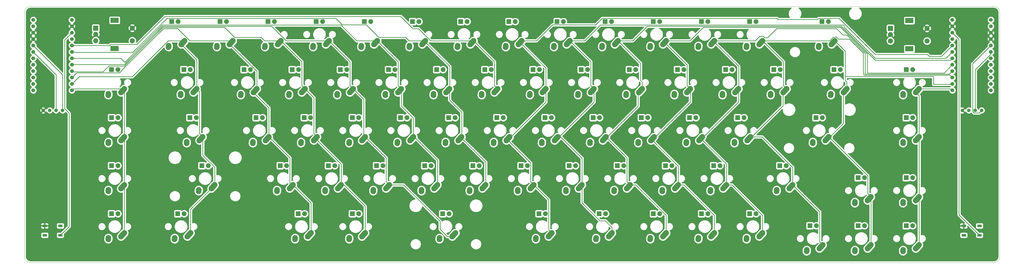
<source format=gbr>
%TF.GenerationSoftware,KiCad,Pcbnew,(5.1.9)-1*%
%TF.CreationDate,2021-05-06T09:00:53-07:00*%
%TF.ProjectId,USKB Final,55534b42-2046-4696-9e61-6c2e6b696361,rev?*%
%TF.SameCoordinates,Original*%
%TF.FileFunction,Copper,L1,Top*%
%TF.FilePolarity,Positive*%
%FSLAX46Y46*%
G04 Gerber Fmt 4.6, Leading zero omitted, Abs format (unit mm)*
G04 Created by KiCad (PCBNEW (5.1.9)-1) date 2021-05-06 09:00:53*
%MOMM*%
%LPD*%
G01*
G04 APERTURE LIST*
%TA.AperFunction,Profile*%
%ADD10C,0.050000*%
%TD*%
%TA.AperFunction,ComponentPad*%
%ADD11R,1.905000X1.905000*%
%TD*%
%TA.AperFunction,ComponentPad*%
%ADD12C,1.905000*%
%TD*%
%TA.AperFunction,ComponentPad*%
%ADD13C,2.250000*%
%TD*%
%TA.AperFunction,ComponentPad*%
%ADD14R,2.000000X2.000000*%
%TD*%
%TA.AperFunction,ComponentPad*%
%ADD15C,2.000000*%
%TD*%
%TA.AperFunction,ComponentPad*%
%ADD16R,3.200000X2.000000*%
%TD*%
%TA.AperFunction,ComponentPad*%
%ADD17C,1.524000*%
%TD*%
%TA.AperFunction,SMDPad,CuDef*%
%ADD18R,1.800000X1.100000*%
%TD*%
%TA.AperFunction,ComponentPad*%
%ADD19C,1.397000*%
%TD*%
%TA.AperFunction,Conductor*%
%ADD20C,0.254000*%
%TD*%
%TA.AperFunction,Conductor*%
%ADD21C,0.100000*%
%TD*%
G04 APERTURE END LIST*
D10*
X19050000Y-25400000D02*
X400050000Y-25400000D01*
X19050000Y-127000000D02*
X19843750Y-127000000D01*
X19050000Y-127000000D02*
G75*
G02*
X16668750Y-124618750I0J2381250D01*
G01*
X16668750Y-27781250D02*
X16668750Y-124618750D01*
X16668750Y-27781250D02*
G75*
G02*
X19050000Y-25400000I2381250J0D01*
G01*
X400050000Y-127000000D02*
X19843750Y-127000000D01*
X402431250Y-124618750D02*
G75*
G02*
X400050000Y-127000000I-2381250J0D01*
G01*
X402431250Y-27781250D02*
X402431250Y-124618750D01*
X400050000Y-25400000D02*
G75*
G02*
X402431250Y-27781250I0J-2381250D01*
G01*
D11*
%TO.P,K_Backspace1,4*%
%TO.N,N/C*%
X332105000Y-31432500D03*
D12*
%TO.P,K_Backspace1,3*%
X334645000Y-31432500D03*
D13*
%TO.P,K_Backspace1,1*%
%TO.N,COL6*%
X335875000Y-40512500D03*
%TA.AperFunction,ComponentPad*%
G36*
G01*
X337937772Y-38216462D02*
X337936317Y-38215155D01*
G75*
G02*
X338022345Y-39803817I-751317J-837345D01*
G01*
X336712343Y-41263817D01*
G75*
G02*
X335123681Y-41349845I-837345J751317D01*
G01*
X335123681Y-41349845D01*
G75*
G02*
X335037653Y-39761183I751317J837345D01*
G01*
X336347655Y-38301183D01*
G75*
G02*
X337936317Y-38215155I837345J-751317D01*
G01*
G37*
%TD.AperFunction*%
%TO.P,K_Backspace1,2*%
%TO.N,Net-(D_Backspace1-Pad2)*%
X330835000Y-41592500D03*
%TA.AperFunction,ComponentPad*%
G36*
G01*
X330953476Y-39890240D02*
X330952403Y-39890166D01*
G75*
G02*
X331997334Y-41089903I-77403J-1122334D01*
G01*
X331957334Y-41669903D01*
G75*
G02*
X330757597Y-42714834I-1122334J77403D01*
G01*
X330757597Y-42714834D01*
G75*
G02*
X329712666Y-41515097I77403J1122334D01*
G01*
X329752666Y-40935097D01*
G75*
G02*
X330952403Y-39890166I1122334J-77403D01*
G01*
G37*
%TD.AperFunction*%
%TD*%
D11*
%TO.P,K_Space_2,4*%
%TO.N,N/C*%
X182086250Y-107632500D03*
D12*
%TO.P,K_Space_2,3*%
X184626250Y-107632500D03*
D13*
%TO.P,K_Space_2,1*%
%TO.N,L_COL4*%
X185856250Y-116712500D03*
%TA.AperFunction,ComponentPad*%
G36*
G01*
X187919022Y-114416462D02*
X187917567Y-114415155D01*
G75*
G02*
X188003595Y-116003817I-751317J-837345D01*
G01*
X186693593Y-117463817D01*
G75*
G02*
X185104931Y-117549845I-837345J751317D01*
G01*
X185104931Y-117549845D01*
G75*
G02*
X185018903Y-115961183I751317J837345D01*
G01*
X186328905Y-114501183D01*
G75*
G02*
X187917567Y-114415155I837345J-751317D01*
G01*
G37*
%TD.AperFunction*%
%TO.P,K_Space_2,2*%
%TO.N,Net-(D_Space_2-Pad2)*%
X180816250Y-117792500D03*
%TA.AperFunction,ComponentPad*%
G36*
G01*
X180934726Y-116090240D02*
X180933653Y-116090166D01*
G75*
G02*
X181978584Y-117289903I-77403J-1122334D01*
G01*
X181938584Y-117869903D01*
G75*
G02*
X180738847Y-118914834I-1122334J77403D01*
G01*
X180738847Y-118914834D01*
G75*
G02*
X179693916Y-117715097I77403J1122334D01*
G01*
X179733916Y-117135097D01*
G75*
G02*
X180933653Y-116090166I1122334J-77403D01*
G01*
G37*
%TD.AperFunction*%
%TD*%
D11*
%TO.P,K_Space_3,4*%
%TO.N,N/C*%
X220186250Y-107632500D03*
D12*
%TO.P,K_Space_3,3*%
X222726250Y-107632500D03*
D13*
%TO.P,K_Space_3,1*%
%TO.N,COL0*%
X223956250Y-116712500D03*
%TA.AperFunction,ComponentPad*%
G36*
G01*
X226019022Y-114416462D02*
X226017567Y-114415155D01*
G75*
G02*
X226103595Y-116003817I-751317J-837345D01*
G01*
X224793593Y-117463817D01*
G75*
G02*
X223204931Y-117549845I-837345J751317D01*
G01*
X223204931Y-117549845D01*
G75*
G02*
X223118903Y-115961183I751317J837345D01*
G01*
X224428905Y-114501183D01*
G75*
G02*
X226017567Y-114415155I837345J-751317D01*
G01*
G37*
%TD.AperFunction*%
%TO.P,K_Space_3,2*%
%TO.N,Net-(D_Space_3-Pad2)*%
X218916250Y-117792500D03*
%TA.AperFunction,ComponentPad*%
G36*
G01*
X219034726Y-116090240D02*
X219033653Y-116090166D01*
G75*
G02*
X220078584Y-117289903I-77403J-1122334D01*
G01*
X220038584Y-117869903D01*
G75*
G02*
X218838847Y-118914834I-1122334J77403D01*
G01*
X218838847Y-118914834D01*
G75*
G02*
X217793916Y-117715097I77403J1122334D01*
G01*
X217833916Y-117135097D01*
G75*
G02*
X219033653Y-116090166I1122334J-77403D01*
G01*
G37*
%TD.AperFunction*%
%TD*%
D14*
%TO.P,ENC1,A*%
%TO.N,ROT_A*%
X359187750Y-34131250D03*
D15*
%TO.P,ENC1,C*%
%TO.N,GND*%
X359187750Y-36631250D03*
%TO.P,ENC1,B*%
%TO.N,ROT_B*%
X359187750Y-39131250D03*
D16*
%TO.P,ENC1,MP*%
%TO.N,N/C*%
X366687750Y-31031250D03*
X366687750Y-42231250D03*
D15*
%TO.P,ENC1,S2*%
%TO.N,GND*%
X373687750Y-34131250D03*
%TO.P,ENC1,S1*%
%TO.N,K_ENC*%
X373687750Y-39131250D03*
%TD*%
D11*
%TO.P,K_Space_4,4*%
%TO.N,N/C*%
X243998750Y-107632500D03*
D12*
%TO.P,K_Space_4,3*%
X246538750Y-107632500D03*
D13*
%TO.P,K_Space_4,1*%
%TO.N,COL1*%
X247768750Y-116712500D03*
%TA.AperFunction,ComponentPad*%
G36*
G01*
X249831522Y-114416462D02*
X249830067Y-114415155D01*
G75*
G02*
X249916095Y-116003817I-751317J-837345D01*
G01*
X248606093Y-117463817D01*
G75*
G02*
X247017431Y-117549845I-837345J751317D01*
G01*
X247017431Y-117549845D01*
G75*
G02*
X246931403Y-115961183I751317J837345D01*
G01*
X248241405Y-114501183D01*
G75*
G02*
X249830067Y-114415155I837345J-751317D01*
G01*
G37*
%TD.AperFunction*%
%TO.P,K_Space_4,2*%
%TO.N,Net-(D_Space_4-Pad2)*%
X242728750Y-117792500D03*
%TA.AperFunction,ComponentPad*%
G36*
G01*
X242847226Y-116090240D02*
X242846153Y-116090166D01*
G75*
G02*
X243891084Y-117289903I-77403J-1122334D01*
G01*
X243851084Y-117869903D01*
G75*
G02*
X242651347Y-118914834I-1122334J77403D01*
G01*
X242651347Y-118914834D01*
G75*
G02*
X241606416Y-117715097I77403J1122334D01*
G01*
X241646416Y-117135097D01*
G75*
G02*
X242846153Y-116090166I1122334J-77403D01*
G01*
G37*
%TD.AperFunction*%
%TD*%
D11*
%TO.P,K_Space1,4*%
%TO.N,N/C*%
X146367500Y-107632500D03*
D12*
%TO.P,K_Space1,3*%
X148907500Y-107632500D03*
D13*
%TO.P,K_Space1,1*%
%TO.N,L_COL3*%
X150137500Y-116712500D03*
%TA.AperFunction,ComponentPad*%
G36*
G01*
X152200272Y-114416462D02*
X152198817Y-114415155D01*
G75*
G02*
X152284845Y-116003817I-751317J-837345D01*
G01*
X150974843Y-117463817D01*
G75*
G02*
X149386181Y-117549845I-837345J751317D01*
G01*
X149386181Y-117549845D01*
G75*
G02*
X149300153Y-115961183I751317J837345D01*
G01*
X150610155Y-114501183D01*
G75*
G02*
X152198817Y-114415155I837345J-751317D01*
G01*
G37*
%TD.AperFunction*%
%TO.P,K_Space1,2*%
%TO.N,Net-(D_Space1-Pad2)*%
X145097500Y-117792500D03*
%TA.AperFunction,ComponentPad*%
G36*
G01*
X145215976Y-116090240D02*
X145214903Y-116090166D01*
G75*
G02*
X146259834Y-117289903I-77403J-1122334D01*
G01*
X146219834Y-117869903D01*
G75*
G02*
X145020097Y-118914834I-1122334J77403D01*
G01*
X145020097Y-118914834D01*
G75*
G02*
X143975166Y-117715097I77403J1122334D01*
G01*
X144015166Y-117135097D01*
G75*
G02*
X145214903Y-116090166I1122334J-77403D01*
G01*
G37*
%TD.AperFunction*%
%TD*%
D17*
%TO.P,U1,24*%
%TO.N,Net-(U1-Pad24)*%
X383710150Y-30765750D03*
%TO.P,U1,23*%
%TO.N,GND*%
X383710150Y-33305750D03*
%TO.P,U1,22*%
%TO.N,RESET*%
X383710150Y-35845750D03*
%TO.P,U1,21*%
%TO.N,VCC*%
X383710150Y-38385750D03*
%TO.P,U1,20*%
%TO.N,COL0*%
X383710150Y-40925750D03*
%TO.P,U1,19*%
%TO.N,COL1*%
X383710150Y-43465750D03*
%TO.P,U1,18*%
%TO.N,COL2*%
X383710150Y-46005750D03*
%TO.P,U1,17*%
%TO.N,COL3*%
X383710150Y-48545750D03*
%TO.P,U1,16*%
%TO.N,COL4*%
X383710150Y-51085750D03*
%TO.P,U1,15*%
%TO.N,COL5*%
X383710150Y-53625750D03*
%TO.P,U1,14*%
%TO.N,COL6*%
X383710150Y-56165750D03*
%TO.P,U1,13*%
%TO.N,COL7*%
X383710150Y-58705750D03*
%TO.P,U1,12*%
%TO.N,ROW0*%
X398930150Y-58705750D03*
%TO.P,U1,11*%
%TO.N,ROW1*%
X398930150Y-56165750D03*
%TO.P,U1,10*%
%TO.N,ROW2*%
X398930150Y-53625750D03*
%TO.P,U1,9*%
%TO.N,ROW3*%
X398930150Y-51085750D03*
%TO.P,U1,8*%
%TO.N,ROW4*%
X398930150Y-48545750D03*
%TO.P,U1,7*%
%TO.N,DATA*%
X398930150Y-46005750D03*
%TO.P,U1,6*%
%TO.N,SCL*%
X398930150Y-43465750D03*
%TO.P,U1,5*%
%TO.N,SDA*%
X398930150Y-40925750D03*
%TO.P,U1,4*%
%TO.N,GND*%
X398930150Y-38385750D03*
%TO.P,U1,3*%
X398930150Y-35845750D03*
%TO.P,U1,2*%
%TO.N,ROT_B*%
X398930150Y-33305750D03*
%TO.P,U1,1*%
%TO.N,ROT_A*%
X398930150Y-30765750D03*
%TD*%
%TO.P,L_U1,24*%
%TO.N,Net-(L_U1-Pad24)*%
X35412650Y-30765750D03*
%TO.P,L_U1,23*%
%TO.N,GND*%
X35412650Y-33305750D03*
%TO.P,L_U1,22*%
%TO.N,L_RESET*%
X35412650Y-35845750D03*
%TO.P,L_U1,21*%
%TO.N,VCC*%
X35412650Y-38385750D03*
%TO.P,L_U1,20*%
%TO.N,L_COL7*%
X35412650Y-40925750D03*
%TO.P,L_U1,19*%
%TO.N,L_COL6*%
X35412650Y-43465750D03*
%TO.P,L_U1,18*%
%TO.N,L_COL5*%
X35412650Y-46005750D03*
%TO.P,L_U1,17*%
%TO.N,L_COL4*%
X35412650Y-48545750D03*
%TO.P,L_U1,16*%
%TO.N,L_COL3*%
X35412650Y-51085750D03*
%TO.P,L_U1,15*%
%TO.N,L_COL2*%
X35412650Y-53625750D03*
%TO.P,L_U1,14*%
%TO.N,L_COL1*%
X35412650Y-56165750D03*
%TO.P,L_U1,13*%
%TO.N,L_COL0*%
X35412650Y-58705750D03*
%TO.P,L_U1,12*%
%TO.N,L_ROW0*%
X20152650Y-58705750D03*
%TO.P,L_U1,11*%
%TO.N,L_ROW1*%
X20152650Y-56165750D03*
%TO.P,L_U1,10*%
%TO.N,L_ROW2*%
X20152650Y-53625750D03*
%TO.P,L_U1,9*%
%TO.N,L_ROW3*%
X20152650Y-51085750D03*
%TO.P,L_U1,8*%
%TO.N,L_ROW4*%
X20152650Y-48545750D03*
%TO.P,L_U1,7*%
%TO.N,DATA*%
X20152650Y-46005750D03*
%TO.P,L_U1,6*%
%TO.N,L_SCL*%
X20152650Y-43465750D03*
%TO.P,L_U1,5*%
%TO.N,L_SDA*%
X20152650Y-40925750D03*
%TO.P,L_U1,4*%
%TO.N,GND*%
X20152650Y-38385750D03*
%TO.P,L_U1,3*%
X20152650Y-35845750D03*
%TO.P,L_U1,2*%
%TO.N,L_ROT_B*%
X20152650Y-33305750D03*
%TO.P,L_U1,1*%
%TO.N,L_ROT_A*%
X20152650Y-30765750D03*
%TD*%
D11*
%TO.P,K_Caps1,4*%
%TO.N,N/C*%
X82073750Y-69532500D03*
D12*
%TO.P,K_Caps1,3*%
X84613750Y-69532500D03*
D13*
%TO.P,K_Caps1,1*%
%TO.N,L_COL1*%
X85843750Y-78612500D03*
%TA.AperFunction,ComponentPad*%
G36*
G01*
X87906522Y-76316462D02*
X87905067Y-76315155D01*
G75*
G02*
X87991095Y-77903817I-751317J-837345D01*
G01*
X86681093Y-79363817D01*
G75*
G02*
X85092431Y-79449845I-837345J751317D01*
G01*
X85092431Y-79449845D01*
G75*
G02*
X85006403Y-77861183I751317J837345D01*
G01*
X86316405Y-76401183D01*
G75*
G02*
X87905067Y-76315155I837345J-751317D01*
G01*
G37*
%TD.AperFunction*%
%TO.P,K_Caps1,2*%
%TO.N,Net-(D_Caps1-Pad2)*%
X80803750Y-79692500D03*
%TA.AperFunction,ComponentPad*%
G36*
G01*
X80922226Y-77990240D02*
X80921153Y-77990166D01*
G75*
G02*
X81966084Y-79189903I-77403J-1122334D01*
G01*
X81926084Y-79769903D01*
G75*
G02*
X80726347Y-80814834I-1122334J77403D01*
G01*
X80726347Y-80814834D01*
G75*
G02*
X79681416Y-79615097I77403J1122334D01*
G01*
X79721416Y-79035097D01*
G75*
G02*
X80921153Y-77990166I1122334J-77403D01*
G01*
G37*
%TD.AperFunction*%
%TD*%
D11*
%TO.P,K_Shift2,4*%
%TO.N,N/C*%
X315436250Y-88582500D03*
D12*
%TO.P,K_Shift2,3*%
X317976250Y-88582500D03*
D13*
%TO.P,K_Shift2,1*%
%TO.N,COL5*%
X319206250Y-97662500D03*
%TA.AperFunction,ComponentPad*%
G36*
G01*
X321269022Y-95366462D02*
X321267567Y-95365155D01*
G75*
G02*
X321353595Y-96953817I-751317J-837345D01*
G01*
X320043593Y-98413817D01*
G75*
G02*
X318454931Y-98499845I-837345J751317D01*
G01*
X318454931Y-98499845D01*
G75*
G02*
X318368903Y-96911183I751317J837345D01*
G01*
X319678905Y-95451183D01*
G75*
G02*
X321267567Y-95365155I837345J-751317D01*
G01*
G37*
%TD.AperFunction*%
%TO.P,K_Shift2,2*%
%TO.N,Net-(D_Shift2-Pad2)*%
X314166250Y-98742500D03*
%TA.AperFunction,ComponentPad*%
G36*
G01*
X314284726Y-97040240D02*
X314283653Y-97040166D01*
G75*
G02*
X315328584Y-98239903I-77403J-1122334D01*
G01*
X315288584Y-98819903D01*
G75*
G02*
X314088847Y-99864834I-1122334J77403D01*
G01*
X314088847Y-99864834D01*
G75*
G02*
X313043916Y-98665097I77403J1122334D01*
G01*
X313083916Y-98085097D01*
G75*
G02*
X314283653Y-97040166I1122334J-77403D01*
G01*
G37*
%TD.AperFunction*%
%TD*%
D18*
%TO.P,L_SW1,1*%
%TO.N,L_RESET*%
X30881250Y-116150000D03*
%TO.P,L_SW1,2*%
%TO.N,GND*%
X24681250Y-112450000D03*
%TO.P,L_SW1,3*%
%TO.N,N/C*%
X30881250Y-112450000D03*
%TO.P,L_SW1,4*%
X24681250Y-116150000D03*
%TD*%
%TO.P,SW1,1*%
%TO.N,RESET*%
X394418750Y-116150000D03*
%TO.P,SW1,2*%
%TO.N,GND*%
X388218750Y-112450000D03*
%TO.P,SW1,3*%
%TO.N,N/C*%
X394418750Y-112450000D03*
%TO.P,SW1,4*%
X388218750Y-116150000D03*
%TD*%
D19*
%TO.P,OL1,4*%
%TO.N,GND*%
X387667500Y-66675000D03*
%TO.P,OL1,3*%
%TO.N,VCC*%
X390207500Y-66675000D03*
%TO.P,OL1,2*%
%TO.N,SCL*%
X392747500Y-66675000D03*
%TO.P,OL1,1*%
%TO.N,SDA*%
X395287500Y-66675000D03*
%TD*%
%TO.P,L_OL1,4*%
%TO.N,GND*%
X24130000Y-66675000D03*
%TO.P,L_OL1,3*%
%TO.N,VCC*%
X26670000Y-66675000D03*
%TO.P,L_OL1,2*%
%TO.N,L_SCL*%
X29210000Y-66675000D03*
%TO.P,L_OL1,1*%
%TO.N,L_SDA*%
X31750000Y-66675000D03*
%TD*%
D14*
%TO.P,L_ENC1,A*%
%TO.N,L_ROT_A*%
X44831000Y-34036000D03*
D15*
%TO.P,L_ENC1,C*%
%TO.N,GND*%
X44831000Y-36536000D03*
%TO.P,L_ENC1,B*%
%TO.N,L_ROT_B*%
X44831000Y-39036000D03*
D16*
%TO.P,L_ENC1,MP*%
%TO.N,N/C*%
X52331000Y-30936000D03*
X52331000Y-42136000D03*
D15*
%TO.P,L_ENC1,S2*%
%TO.N,GND*%
X59331000Y-34036000D03*
%TO.P,L_ENC1,S1*%
%TO.N,L_K_ENC*%
X59331000Y-39036000D03*
%TD*%
D11*
%TO.P,K_Z1,4*%
%TO.N,N/C*%
X117792500Y-88582500D03*
D12*
%TO.P,K_Z1,3*%
X120332500Y-88582500D03*
D13*
%TO.P,K_Z1,1*%
%TO.N,L_COL2*%
X121562500Y-97662500D03*
%TA.AperFunction,ComponentPad*%
G36*
G01*
X123625272Y-95366462D02*
X123623817Y-95365155D01*
G75*
G02*
X123709845Y-96953817I-751317J-837345D01*
G01*
X122399843Y-98413817D01*
G75*
G02*
X120811181Y-98499845I-837345J751317D01*
G01*
X120811181Y-98499845D01*
G75*
G02*
X120725153Y-96911183I751317J837345D01*
G01*
X122035155Y-95451183D01*
G75*
G02*
X123623817Y-95365155I837345J-751317D01*
G01*
G37*
%TD.AperFunction*%
%TO.P,K_Z1,2*%
%TO.N,Net-(D_Z1-Pad2)*%
X116522500Y-98742500D03*
%TA.AperFunction,ComponentPad*%
G36*
G01*
X116640976Y-97040240D02*
X116639903Y-97040166D01*
G75*
G02*
X117684834Y-98239903I-77403J-1122334D01*
G01*
X117644834Y-98819903D01*
G75*
G02*
X116445097Y-99864834I-1122334J77403D01*
G01*
X116445097Y-99864834D01*
G75*
G02*
X115400166Y-98665097I77403J1122334D01*
G01*
X115440166Y-98085097D01*
G75*
G02*
X116639903Y-97040166I1122334J-77403D01*
G01*
G37*
%TD.AperFunction*%
%TD*%
D11*
%TO.P,K_Y1,4*%
%TO.N,N/C*%
X198755000Y-50482500D03*
D12*
%TO.P,K_Y1,3*%
X201295000Y-50482500D03*
D13*
%TO.P,K_Y1,1*%
%TO.N,L_COL7*%
X202525000Y-59562500D03*
%TA.AperFunction,ComponentPad*%
G36*
G01*
X204587772Y-57266462D02*
X204586317Y-57265155D01*
G75*
G02*
X204672345Y-58853817I-751317J-837345D01*
G01*
X203362343Y-60313817D01*
G75*
G02*
X201773681Y-60399845I-837345J751317D01*
G01*
X201773681Y-60399845D01*
G75*
G02*
X201687653Y-58811183I751317J837345D01*
G01*
X202997655Y-57351183D01*
G75*
G02*
X204586317Y-57265155I837345J-751317D01*
G01*
G37*
%TD.AperFunction*%
%TO.P,K_Y1,2*%
%TO.N,Net-(D_Y1-Pad2)*%
X197485000Y-60642500D03*
%TA.AperFunction,ComponentPad*%
G36*
G01*
X197603476Y-58940240D02*
X197602403Y-58940166D01*
G75*
G02*
X198647334Y-60139903I-77403J-1122334D01*
G01*
X198607334Y-60719903D01*
G75*
G02*
X197407597Y-61764834I-1122334J77403D01*
G01*
X197407597Y-61764834D01*
G75*
G02*
X196362666Y-60565097I77403J1122334D01*
G01*
X196402666Y-59985097D01*
G75*
G02*
X197602403Y-58940166I1122334J-77403D01*
G01*
G37*
%TD.AperFunction*%
%TD*%
D11*
%TO.P,K_X1,4*%
%TO.N,N/C*%
X136842500Y-88582500D03*
D12*
%TO.P,K_X1,3*%
X139382500Y-88582500D03*
D13*
%TO.P,K_X1,1*%
%TO.N,L_COL3*%
X140612500Y-97662500D03*
%TA.AperFunction,ComponentPad*%
G36*
G01*
X142675272Y-95366462D02*
X142673817Y-95365155D01*
G75*
G02*
X142759845Y-96953817I-751317J-837345D01*
G01*
X141449843Y-98413817D01*
G75*
G02*
X139861181Y-98499845I-837345J751317D01*
G01*
X139861181Y-98499845D01*
G75*
G02*
X139775153Y-96911183I751317J837345D01*
G01*
X141085155Y-95451183D01*
G75*
G02*
X142673817Y-95365155I837345J-751317D01*
G01*
G37*
%TD.AperFunction*%
%TO.P,K_X1,2*%
%TO.N,Net-(D_X1-Pad2)*%
X135572500Y-98742500D03*
%TA.AperFunction,ComponentPad*%
G36*
G01*
X135690976Y-97040240D02*
X135689903Y-97040166D01*
G75*
G02*
X136734834Y-98239903I-77403J-1122334D01*
G01*
X136694834Y-98819903D01*
G75*
G02*
X135495097Y-99864834I-1122334J77403D01*
G01*
X135495097Y-99864834D01*
G75*
G02*
X134450166Y-98665097I77403J1122334D01*
G01*
X134490166Y-98085097D01*
G75*
G02*
X135689903Y-97040166I1122334J-77403D01*
G01*
G37*
%TD.AperFunction*%
%TD*%
D11*
%TO.P,K_Win1,4*%
%TO.N,N/C*%
X365442500Y-93345000D03*
D12*
%TO.P,K_Win1,3*%
X367982500Y-93345000D03*
D13*
%TO.P,K_Win1,1*%
%TO.N,COL7*%
X369212500Y-102425000D03*
%TA.AperFunction,ComponentPad*%
G36*
G01*
X371275272Y-100128962D02*
X371273817Y-100127655D01*
G75*
G02*
X371359845Y-101716317I-751317J-837345D01*
G01*
X370049843Y-103176317D01*
G75*
G02*
X368461181Y-103262345I-837345J751317D01*
G01*
X368461181Y-103262345D01*
G75*
G02*
X368375153Y-101673683I751317J837345D01*
G01*
X369685155Y-100213683D01*
G75*
G02*
X371273817Y-100127655I837345J-751317D01*
G01*
G37*
%TD.AperFunction*%
%TO.P,K_Win1,2*%
%TO.N,Net-(D_Win1-Pad2)*%
X364172500Y-103505000D03*
%TA.AperFunction,ComponentPad*%
G36*
G01*
X364290976Y-101802740D02*
X364289903Y-101802666D01*
G75*
G02*
X365334834Y-103002403I-77403J-1122334D01*
G01*
X365294834Y-103582403D01*
G75*
G02*
X364095097Y-104627334I-1122334J77403D01*
G01*
X364095097Y-104627334D01*
G75*
G02*
X363050166Y-103427597I77403J1122334D01*
G01*
X363090166Y-102847597D01*
G75*
G02*
X364289903Y-101802666I1122334J-77403D01*
G01*
G37*
%TD.AperFunction*%
%TD*%
D11*
%TO.P,K_W1,4*%
%TO.N,N/C*%
X122555000Y-50482500D03*
D12*
%TO.P,K_W1,3*%
X125095000Y-50482500D03*
D13*
%TO.P,K_W1,1*%
%TO.N,L_COL3*%
X126325000Y-59562500D03*
%TA.AperFunction,ComponentPad*%
G36*
G01*
X128387772Y-57266462D02*
X128386317Y-57265155D01*
G75*
G02*
X128472345Y-58853817I-751317J-837345D01*
G01*
X127162343Y-60313817D01*
G75*
G02*
X125573681Y-60399845I-837345J751317D01*
G01*
X125573681Y-60399845D01*
G75*
G02*
X125487653Y-58811183I751317J837345D01*
G01*
X126797655Y-57351183D01*
G75*
G02*
X128386317Y-57265155I837345J-751317D01*
G01*
G37*
%TD.AperFunction*%
%TO.P,K_W1,2*%
%TO.N,Net-(D_W1-Pad2)*%
X121285000Y-60642500D03*
%TA.AperFunction,ComponentPad*%
G36*
G01*
X121403476Y-58940240D02*
X121402403Y-58940166D01*
G75*
G02*
X122447334Y-60139903I-77403J-1122334D01*
G01*
X122407334Y-60719903D01*
G75*
G02*
X121207597Y-61764834I-1122334J77403D01*
G01*
X121207597Y-61764834D01*
G75*
G02*
X120162666Y-60565097I77403J1122334D01*
G01*
X120202666Y-59985097D01*
G75*
G02*
X121402403Y-58940166I1122334J-77403D01*
G01*
G37*
%TD.AperFunction*%
%TD*%
D11*
%TO.P,K_V1,4*%
%TO.N,N/C*%
X174942500Y-88582500D03*
D12*
%TO.P,K_V1,3*%
X177482500Y-88582500D03*
D13*
%TO.P,K_V1,1*%
%TO.N,L_COL5*%
X178712500Y-97662500D03*
%TA.AperFunction,ComponentPad*%
G36*
G01*
X180775272Y-95366462D02*
X180773817Y-95365155D01*
G75*
G02*
X180859845Y-96953817I-751317J-837345D01*
G01*
X179549843Y-98413817D01*
G75*
G02*
X177961181Y-98499845I-837345J751317D01*
G01*
X177961181Y-98499845D01*
G75*
G02*
X177875153Y-96911183I751317J837345D01*
G01*
X179185155Y-95451183D01*
G75*
G02*
X180773817Y-95365155I837345J-751317D01*
G01*
G37*
%TD.AperFunction*%
%TO.P,K_V1,2*%
%TO.N,Net-(D_V1-Pad2)*%
X173672500Y-98742500D03*
%TA.AperFunction,ComponentPad*%
G36*
G01*
X173790976Y-97040240D02*
X173789903Y-97040166D01*
G75*
G02*
X174834834Y-98239903I-77403J-1122334D01*
G01*
X174794834Y-98819903D01*
G75*
G02*
X173595097Y-99864834I-1122334J77403D01*
G01*
X173595097Y-99864834D01*
G75*
G02*
X172550166Y-98665097I77403J1122334D01*
G01*
X172590166Y-98085097D01*
G75*
G02*
X173789903Y-97040166I1122334J-77403D01*
G01*
G37*
%TD.AperFunction*%
%TD*%
D11*
%TO.P,K_UArrow1,4*%
%TO.N,N/C*%
X346392500Y-93345000D03*
D12*
%TO.P,K_UArrow1,3*%
X348932500Y-93345000D03*
D13*
%TO.P,K_UArrow1,1*%
%TO.N,COL6*%
X350162500Y-102425000D03*
%TA.AperFunction,ComponentPad*%
G36*
G01*
X352225272Y-100128962D02*
X352223817Y-100127655D01*
G75*
G02*
X352309845Y-101716317I-751317J-837345D01*
G01*
X350999843Y-103176317D01*
G75*
G02*
X349411181Y-103262345I-837345J751317D01*
G01*
X349411181Y-103262345D01*
G75*
G02*
X349325153Y-101673683I751317J837345D01*
G01*
X350635155Y-100213683D01*
G75*
G02*
X352223817Y-100127655I837345J-751317D01*
G01*
G37*
%TD.AperFunction*%
%TO.P,K_UArrow1,2*%
%TO.N,Net-(D_UArrow1-Pad2)*%
X345122500Y-103505000D03*
%TA.AperFunction,ComponentPad*%
G36*
G01*
X345240976Y-101802740D02*
X345239903Y-101802666D01*
G75*
G02*
X346284834Y-103002403I-77403J-1122334D01*
G01*
X346244834Y-103582403D01*
G75*
G02*
X345045097Y-104627334I-1122334J77403D01*
G01*
X345045097Y-104627334D01*
G75*
G02*
X344000166Y-103427597I77403J1122334D01*
G01*
X344040166Y-102847597D01*
G75*
G02*
X345239903Y-101802666I1122334J-77403D01*
G01*
G37*
%TD.AperFunction*%
%TD*%
D11*
%TO.P,K_U1,4*%
%TO.N,N/C*%
X217805000Y-50482500D03*
D12*
%TO.P,K_U1,3*%
X220345000Y-50482500D03*
D13*
%TO.P,K_U1,1*%
%TO.N,COL0*%
X221575000Y-59562500D03*
%TA.AperFunction,ComponentPad*%
G36*
G01*
X223637772Y-57266462D02*
X223636317Y-57265155D01*
G75*
G02*
X223722345Y-58853817I-751317J-837345D01*
G01*
X222412343Y-60313817D01*
G75*
G02*
X220823681Y-60399845I-837345J751317D01*
G01*
X220823681Y-60399845D01*
G75*
G02*
X220737653Y-58811183I751317J837345D01*
G01*
X222047655Y-57351183D01*
G75*
G02*
X223636317Y-57265155I837345J-751317D01*
G01*
G37*
%TD.AperFunction*%
%TO.P,K_U1,2*%
%TO.N,Net-(D_U1-Pad2)*%
X216535000Y-60642500D03*
%TA.AperFunction,ComponentPad*%
G36*
G01*
X216653476Y-58940240D02*
X216652403Y-58940166D01*
G75*
G02*
X217697334Y-60139903I-77403J-1122334D01*
G01*
X217657334Y-60719903D01*
G75*
G02*
X216457597Y-61764834I-1122334J77403D01*
G01*
X216457597Y-61764834D01*
G75*
G02*
X215412666Y-60565097I77403J1122334D01*
G01*
X215452666Y-59985097D01*
G75*
G02*
X216652403Y-58940166I1122334J-77403D01*
G01*
G37*
%TD.AperFunction*%
%TD*%
D11*
%TO.P,K_Tab1,4*%
%TO.N,N/C*%
X79692500Y-50482500D03*
D12*
%TO.P,K_Tab1,3*%
X82232500Y-50482500D03*
D13*
%TO.P,K_Tab1,1*%
%TO.N,L_COL1*%
X83462500Y-59562500D03*
%TA.AperFunction,ComponentPad*%
G36*
G01*
X85525272Y-57266462D02*
X85523817Y-57265155D01*
G75*
G02*
X85609845Y-58853817I-751317J-837345D01*
G01*
X84299843Y-60313817D01*
G75*
G02*
X82711181Y-60399845I-837345J751317D01*
G01*
X82711181Y-60399845D01*
G75*
G02*
X82625153Y-58811183I751317J837345D01*
G01*
X83935155Y-57351183D01*
G75*
G02*
X85523817Y-57265155I837345J-751317D01*
G01*
G37*
%TD.AperFunction*%
%TO.P,K_Tab1,2*%
%TO.N,Net-(D_Tab1-Pad2)*%
X78422500Y-60642500D03*
%TA.AperFunction,ComponentPad*%
G36*
G01*
X78540976Y-58940240D02*
X78539903Y-58940166D01*
G75*
G02*
X79584834Y-60139903I-77403J-1122334D01*
G01*
X79544834Y-60719903D01*
G75*
G02*
X78345097Y-61764834I-1122334J77403D01*
G01*
X78345097Y-61764834D01*
G75*
G02*
X77300166Y-60565097I77403J1122334D01*
G01*
X77340166Y-59985097D01*
G75*
G02*
X78539903Y-58940166I1122334J-77403D01*
G01*
G37*
%TD.AperFunction*%
%TD*%
D11*
%TO.P,K_T1,4*%
%TO.N,N/C*%
X179705000Y-50482500D03*
D12*
%TO.P,K_T1,3*%
X182245000Y-50482500D03*
D13*
%TO.P,K_T1,1*%
%TO.N,L_COL6*%
X183475000Y-59562500D03*
%TA.AperFunction,ComponentPad*%
G36*
G01*
X185537772Y-57266462D02*
X185536317Y-57265155D01*
G75*
G02*
X185622345Y-58853817I-751317J-837345D01*
G01*
X184312343Y-60313817D01*
G75*
G02*
X182723681Y-60399845I-837345J751317D01*
G01*
X182723681Y-60399845D01*
G75*
G02*
X182637653Y-58811183I751317J837345D01*
G01*
X183947655Y-57351183D01*
G75*
G02*
X185536317Y-57265155I837345J-751317D01*
G01*
G37*
%TD.AperFunction*%
%TO.P,K_T1,2*%
%TO.N,Net-(D_T1-Pad2)*%
X178435000Y-60642500D03*
%TA.AperFunction,ComponentPad*%
G36*
G01*
X178553476Y-58940240D02*
X178552403Y-58940166D01*
G75*
G02*
X179597334Y-60139903I-77403J-1122334D01*
G01*
X179557334Y-60719903D01*
G75*
G02*
X178357597Y-61764834I-1122334J77403D01*
G01*
X178357597Y-61764834D01*
G75*
G02*
X177312666Y-60565097I77403J1122334D01*
G01*
X177352666Y-59985097D01*
G75*
G02*
X178552403Y-58940166I1122334J-77403D01*
G01*
G37*
%TD.AperFunction*%
%TD*%
D11*
%TO.P,K_Slash1,4*%
%TO.N,N/C*%
X289242500Y-88582500D03*
D12*
%TO.P,K_Slash1,3*%
X291782500Y-88582500D03*
D13*
%TO.P,K_Slash1,1*%
%TO.N,COL4*%
X293012500Y-97662500D03*
%TA.AperFunction,ComponentPad*%
G36*
G01*
X295075272Y-95366462D02*
X295073817Y-95365155D01*
G75*
G02*
X295159845Y-96953817I-751317J-837345D01*
G01*
X293849843Y-98413817D01*
G75*
G02*
X292261181Y-98499845I-837345J751317D01*
G01*
X292261181Y-98499845D01*
G75*
G02*
X292175153Y-96911183I751317J837345D01*
G01*
X293485155Y-95451183D01*
G75*
G02*
X295073817Y-95365155I837345J-751317D01*
G01*
G37*
%TD.AperFunction*%
%TO.P,K_Slash1,2*%
%TO.N,Net-(D_Slash1-Pad2)*%
X287972500Y-98742500D03*
%TA.AperFunction,ComponentPad*%
G36*
G01*
X288090976Y-97040240D02*
X288089903Y-97040166D01*
G75*
G02*
X289134834Y-98239903I-77403J-1122334D01*
G01*
X289094834Y-98819903D01*
G75*
G02*
X287895097Y-99864834I-1122334J77403D01*
G01*
X287895097Y-99864834D01*
G75*
G02*
X286850166Y-98665097I77403J1122334D01*
G01*
X286890166Y-98085097D01*
G75*
G02*
X288089903Y-97040166I1122334J-77403D01*
G01*
G37*
%TD.AperFunction*%
%TD*%
D11*
%TO.P,K_Shift1,4*%
%TO.N,N/C*%
X86836250Y-88582500D03*
D12*
%TO.P,K_Shift1,3*%
X89376250Y-88582500D03*
D13*
%TO.P,K_Shift1,1*%
%TO.N,L_COL1*%
X90606250Y-97662500D03*
%TA.AperFunction,ComponentPad*%
G36*
G01*
X92669022Y-95366462D02*
X92667567Y-95365155D01*
G75*
G02*
X92753595Y-96953817I-751317J-837345D01*
G01*
X91443593Y-98413817D01*
G75*
G02*
X89854931Y-98499845I-837345J751317D01*
G01*
X89854931Y-98499845D01*
G75*
G02*
X89768903Y-96911183I751317J837345D01*
G01*
X91078905Y-95451183D01*
G75*
G02*
X92667567Y-95365155I837345J-751317D01*
G01*
G37*
%TD.AperFunction*%
%TO.P,K_Shift1,2*%
%TO.N,Net-(D_Shift1-Pad2)*%
X85566250Y-98742500D03*
%TA.AperFunction,ComponentPad*%
G36*
G01*
X85684726Y-97040240D02*
X85683653Y-97040166D01*
G75*
G02*
X86728584Y-98239903I-77403J-1122334D01*
G01*
X86688584Y-98819903D01*
G75*
G02*
X85488847Y-99864834I-1122334J77403D01*
G01*
X85488847Y-99864834D01*
G75*
G02*
X84443916Y-98665097I77403J1122334D01*
G01*
X84483916Y-98085097D01*
G75*
G02*
X85683653Y-97040166I1122334J-77403D01*
G01*
G37*
%TD.AperFunction*%
%TD*%
D11*
%TO.P,K_S1,4*%
%TO.N,N/C*%
X127317500Y-69532500D03*
D12*
%TO.P,K_S1,3*%
X129857500Y-69532500D03*
D13*
%TO.P,K_S1,1*%
%TO.N,L_COL3*%
X131087500Y-78612500D03*
%TA.AperFunction,ComponentPad*%
G36*
G01*
X133150272Y-76316462D02*
X133148817Y-76315155D01*
G75*
G02*
X133234845Y-77903817I-751317J-837345D01*
G01*
X131924843Y-79363817D01*
G75*
G02*
X130336181Y-79449845I-837345J751317D01*
G01*
X130336181Y-79449845D01*
G75*
G02*
X130250153Y-77861183I751317J837345D01*
G01*
X131560155Y-76401183D01*
G75*
G02*
X133148817Y-76315155I837345J-751317D01*
G01*
G37*
%TD.AperFunction*%
%TO.P,K_S1,2*%
%TO.N,Net-(D_S1-Pad2)*%
X126047500Y-79692500D03*
%TA.AperFunction,ComponentPad*%
G36*
G01*
X126165976Y-77990240D02*
X126164903Y-77990166D01*
G75*
G02*
X127209834Y-79189903I-77403J-1122334D01*
G01*
X127169834Y-79769903D01*
G75*
G02*
X125970097Y-80814834I-1122334J77403D01*
G01*
X125970097Y-80814834D01*
G75*
G02*
X124925166Y-79615097I77403J1122334D01*
G01*
X124965166Y-79035097D01*
G75*
G02*
X126164903Y-77990166I1122334J-77403D01*
G01*
G37*
%TD.AperFunction*%
%TD*%
D11*
%TO.P,K_RThan1,4*%
%TO.N,N/C*%
X270192500Y-88582500D03*
D12*
%TO.P,K_RThan1,3*%
X272732500Y-88582500D03*
D13*
%TO.P,K_RThan1,1*%
%TO.N,COL3*%
X273962500Y-97662500D03*
%TA.AperFunction,ComponentPad*%
G36*
G01*
X276025272Y-95366462D02*
X276023817Y-95365155D01*
G75*
G02*
X276109845Y-96953817I-751317J-837345D01*
G01*
X274799843Y-98413817D01*
G75*
G02*
X273211181Y-98499845I-837345J751317D01*
G01*
X273211181Y-98499845D01*
G75*
G02*
X273125153Y-96911183I751317J837345D01*
G01*
X274435155Y-95451183D01*
G75*
G02*
X276023817Y-95365155I837345J-751317D01*
G01*
G37*
%TD.AperFunction*%
%TO.P,K_RThan1,2*%
%TO.N,Net-(D_RThan1-Pad2)*%
X268922500Y-98742500D03*
%TA.AperFunction,ComponentPad*%
G36*
G01*
X269040976Y-97040240D02*
X269039903Y-97040166D01*
G75*
G02*
X270084834Y-98239903I-77403J-1122334D01*
G01*
X270044834Y-98819903D01*
G75*
G02*
X268845097Y-99864834I-1122334J77403D01*
G01*
X268845097Y-99864834D01*
G75*
G02*
X267800166Y-98665097I77403J1122334D01*
G01*
X267840166Y-98085097D01*
G75*
G02*
X269039903Y-97040166I1122334J-77403D01*
G01*
G37*
%TD.AperFunction*%
%TD*%
D11*
%TO.P,K_RBrace1,4*%
%TO.N,N/C*%
X313055000Y-50482500D03*
D12*
%TO.P,K_RBrace1,3*%
X315595000Y-50482500D03*
D13*
%TO.P,K_RBrace1,1*%
%TO.N,COL5*%
X316825000Y-59562500D03*
%TA.AperFunction,ComponentPad*%
G36*
G01*
X318887772Y-57266462D02*
X318886317Y-57265155D01*
G75*
G02*
X318972345Y-58853817I-751317J-837345D01*
G01*
X317662343Y-60313817D01*
G75*
G02*
X316073681Y-60399845I-837345J751317D01*
G01*
X316073681Y-60399845D01*
G75*
G02*
X315987653Y-58811183I751317J837345D01*
G01*
X317297655Y-57351183D01*
G75*
G02*
X318886317Y-57265155I837345J-751317D01*
G01*
G37*
%TD.AperFunction*%
%TO.P,K_RBrace1,2*%
%TO.N,Net-(D_RBrace1-Pad2)*%
X311785000Y-60642500D03*
%TA.AperFunction,ComponentPad*%
G36*
G01*
X311903476Y-58940240D02*
X311902403Y-58940166D01*
G75*
G02*
X312947334Y-60139903I-77403J-1122334D01*
G01*
X312907334Y-60719903D01*
G75*
G02*
X311707597Y-61764834I-1122334J77403D01*
G01*
X311707597Y-61764834D01*
G75*
G02*
X310662666Y-60565097I77403J1122334D01*
G01*
X310702666Y-59985097D01*
G75*
G02*
X311902403Y-58940166I1122334J-77403D01*
G01*
G37*
%TD.AperFunction*%
%TD*%
D11*
%TO.P,K_RArrow1,4*%
%TO.N,N/C*%
X365442500Y-112395000D03*
D12*
%TO.P,K_RArrow1,3*%
X367982500Y-112395000D03*
D13*
%TO.P,K_RArrow1,1*%
%TO.N,COL7*%
X369212500Y-121475000D03*
%TA.AperFunction,ComponentPad*%
G36*
G01*
X371275272Y-119178962D02*
X371273817Y-119177655D01*
G75*
G02*
X371359845Y-120766317I-751317J-837345D01*
G01*
X370049843Y-122226317D01*
G75*
G02*
X368461181Y-122312345I-837345J751317D01*
G01*
X368461181Y-122312345D01*
G75*
G02*
X368375153Y-120723683I751317J837345D01*
G01*
X369685155Y-119263683D01*
G75*
G02*
X371273817Y-119177655I837345J-751317D01*
G01*
G37*
%TD.AperFunction*%
%TO.P,K_RArrow1,2*%
%TO.N,Net-(D_RArrow1-Pad2)*%
X364172500Y-122555000D03*
%TA.AperFunction,ComponentPad*%
G36*
G01*
X364290976Y-120852740D02*
X364289903Y-120852666D01*
G75*
G02*
X365334834Y-122052403I-77403J-1122334D01*
G01*
X365294834Y-122632403D01*
G75*
G02*
X364095097Y-123677334I-1122334J77403D01*
G01*
X364095097Y-123677334D01*
G75*
G02*
X363050166Y-122477597I77403J1122334D01*
G01*
X363090166Y-121897597D01*
G75*
G02*
X364289903Y-120852666I1122334J-77403D01*
G01*
G37*
%TD.AperFunction*%
%TD*%
D11*
%TO.P,K_R1,4*%
%TO.N,N/C*%
X160655000Y-50482500D03*
D12*
%TO.P,K_R1,3*%
X163195000Y-50482500D03*
D13*
%TO.P,K_R1,1*%
%TO.N,L_COL5*%
X164425000Y-59562500D03*
%TA.AperFunction,ComponentPad*%
G36*
G01*
X166487772Y-57266462D02*
X166486317Y-57265155D01*
G75*
G02*
X166572345Y-58853817I-751317J-837345D01*
G01*
X165262343Y-60313817D01*
G75*
G02*
X163673681Y-60399845I-837345J751317D01*
G01*
X163673681Y-60399845D01*
G75*
G02*
X163587653Y-58811183I751317J837345D01*
G01*
X164897655Y-57351183D01*
G75*
G02*
X166486317Y-57265155I837345J-751317D01*
G01*
G37*
%TD.AperFunction*%
%TO.P,K_R1,2*%
%TO.N,Net-(D_R1-Pad2)*%
X159385000Y-60642500D03*
%TA.AperFunction,ComponentPad*%
G36*
G01*
X159503476Y-58940240D02*
X159502403Y-58940166D01*
G75*
G02*
X160547334Y-60139903I-77403J-1122334D01*
G01*
X160507334Y-60719903D01*
G75*
G02*
X159307597Y-61764834I-1122334J77403D01*
G01*
X159307597Y-61764834D01*
G75*
G02*
X158262666Y-60565097I77403J1122334D01*
G01*
X158302666Y-59985097D01*
G75*
G02*
X159502403Y-58940166I1122334J-77403D01*
G01*
G37*
%TD.AperFunction*%
%TD*%
D11*
%TO.P,K_Q1,4*%
%TO.N,N/C*%
X103505000Y-50482500D03*
D12*
%TO.P,K_Q1,3*%
X106045000Y-50482500D03*
D13*
%TO.P,K_Q1,1*%
%TO.N,L_COL2*%
X107275000Y-59562500D03*
%TA.AperFunction,ComponentPad*%
G36*
G01*
X109337772Y-57266462D02*
X109336317Y-57265155D01*
G75*
G02*
X109422345Y-58853817I-751317J-837345D01*
G01*
X108112343Y-60313817D01*
G75*
G02*
X106523681Y-60399845I-837345J751317D01*
G01*
X106523681Y-60399845D01*
G75*
G02*
X106437653Y-58811183I751317J837345D01*
G01*
X107747655Y-57351183D01*
G75*
G02*
X109336317Y-57265155I837345J-751317D01*
G01*
G37*
%TD.AperFunction*%
%TO.P,K_Q1,2*%
%TO.N,Net-(D_Q1-Pad2)*%
X102235000Y-60642500D03*
%TA.AperFunction,ComponentPad*%
G36*
G01*
X102353476Y-58940240D02*
X102352403Y-58940166D01*
G75*
G02*
X103397334Y-60139903I-77403J-1122334D01*
G01*
X103357334Y-60719903D01*
G75*
G02*
X102157597Y-61764834I-1122334J77403D01*
G01*
X102157597Y-61764834D01*
G75*
G02*
X101112666Y-60565097I77403J1122334D01*
G01*
X101152666Y-59985097D01*
G75*
G02*
X102352403Y-58940166I1122334J-77403D01*
G01*
G37*
%TD.AperFunction*%
%TD*%
D11*
%TO.P,K_Plus1,4*%
%TO.N,N/C*%
X303530000Y-31432500D03*
D12*
%TO.P,K_Plus1,3*%
X306070000Y-31432500D03*
D13*
%TO.P,K_Plus1,1*%
%TO.N,COL5*%
X307300000Y-40512500D03*
%TA.AperFunction,ComponentPad*%
G36*
G01*
X309362772Y-38216462D02*
X309361317Y-38215155D01*
G75*
G02*
X309447345Y-39803817I-751317J-837345D01*
G01*
X308137343Y-41263817D01*
G75*
G02*
X306548681Y-41349845I-837345J751317D01*
G01*
X306548681Y-41349845D01*
G75*
G02*
X306462653Y-39761183I751317J837345D01*
G01*
X307772655Y-38301183D01*
G75*
G02*
X309361317Y-38215155I837345J-751317D01*
G01*
G37*
%TD.AperFunction*%
%TO.P,K_Plus1,2*%
%TO.N,Net-(D_Plus1-Pad2)*%
X302260000Y-41592500D03*
%TA.AperFunction,ComponentPad*%
G36*
G01*
X302378476Y-39890240D02*
X302377403Y-39890166D01*
G75*
G02*
X303422334Y-41089903I-77403J-1122334D01*
G01*
X303382334Y-41669903D01*
G75*
G02*
X302182597Y-42714834I-1122334J77403D01*
G01*
X302182597Y-42714834D01*
G75*
G02*
X301137666Y-41515097I77403J1122334D01*
G01*
X301177666Y-40935097D01*
G75*
G02*
X302377403Y-39890166I1122334J-77403D01*
G01*
G37*
%TD.AperFunction*%
%TD*%
D11*
%TO.P,K_P1,4*%
%TO.N,N/C*%
X274955000Y-50482500D03*
D12*
%TO.P,K_P1,3*%
X277495000Y-50482500D03*
D13*
%TO.P,K_P1,1*%
%TO.N,COL3*%
X278725000Y-59562500D03*
%TA.AperFunction,ComponentPad*%
G36*
G01*
X280787772Y-57266462D02*
X280786317Y-57265155D01*
G75*
G02*
X280872345Y-58853817I-751317J-837345D01*
G01*
X279562343Y-60313817D01*
G75*
G02*
X277973681Y-60399845I-837345J751317D01*
G01*
X277973681Y-60399845D01*
G75*
G02*
X277887653Y-58811183I751317J837345D01*
G01*
X279197655Y-57351183D01*
G75*
G02*
X280786317Y-57265155I837345J-751317D01*
G01*
G37*
%TD.AperFunction*%
%TO.P,K_P1,2*%
%TO.N,Net-(D_P1-Pad2)*%
X273685000Y-60642500D03*
%TA.AperFunction,ComponentPad*%
G36*
G01*
X273803476Y-58940240D02*
X273802403Y-58940166D01*
G75*
G02*
X274847334Y-60139903I-77403J-1122334D01*
G01*
X274807334Y-60719903D01*
G75*
G02*
X273607597Y-61764834I-1122334J77403D01*
G01*
X273607597Y-61764834D01*
G75*
G02*
X272562666Y-60565097I77403J1122334D01*
G01*
X272602666Y-59985097D01*
G75*
G02*
X273802403Y-58940166I1122334J-77403D01*
G01*
G37*
%TD.AperFunction*%
%TD*%
D11*
%TO.P,K_O1,4*%
%TO.N,N/C*%
X255905000Y-50482500D03*
D12*
%TO.P,K_O1,3*%
X258445000Y-50482500D03*
D13*
%TO.P,K_O1,1*%
%TO.N,COL2*%
X259675000Y-59562500D03*
%TA.AperFunction,ComponentPad*%
G36*
G01*
X261737772Y-57266462D02*
X261736317Y-57265155D01*
G75*
G02*
X261822345Y-58853817I-751317J-837345D01*
G01*
X260512343Y-60313817D01*
G75*
G02*
X258923681Y-60399845I-837345J751317D01*
G01*
X258923681Y-60399845D01*
G75*
G02*
X258837653Y-58811183I751317J837345D01*
G01*
X260147655Y-57351183D01*
G75*
G02*
X261736317Y-57265155I837345J-751317D01*
G01*
G37*
%TD.AperFunction*%
%TO.P,K_O1,2*%
%TO.N,Net-(D_O1-Pad2)*%
X254635000Y-60642500D03*
%TA.AperFunction,ComponentPad*%
G36*
G01*
X254753476Y-58940240D02*
X254752403Y-58940166D01*
G75*
G02*
X255797334Y-60139903I-77403J-1122334D01*
G01*
X255757334Y-60719903D01*
G75*
G02*
X254557597Y-61764834I-1122334J77403D01*
G01*
X254557597Y-61764834D01*
G75*
G02*
X253512666Y-60565097I77403J1122334D01*
G01*
X253552666Y-59985097D01*
G75*
G02*
X254752403Y-58940166I1122334J-77403D01*
G01*
G37*
%TD.AperFunction*%
%TD*%
D11*
%TO.P,K_Num9,4*%
%TO.N,N/C*%
X246380000Y-31432500D03*
D12*
%TO.P,K_Num9,3*%
X248920000Y-31432500D03*
D13*
%TO.P,K_Num9,1*%
%TO.N,COL2*%
X250150000Y-40512500D03*
%TA.AperFunction,ComponentPad*%
G36*
G01*
X252212772Y-38216462D02*
X252211317Y-38215155D01*
G75*
G02*
X252297345Y-39803817I-751317J-837345D01*
G01*
X250987343Y-41263817D01*
G75*
G02*
X249398681Y-41349845I-837345J751317D01*
G01*
X249398681Y-41349845D01*
G75*
G02*
X249312653Y-39761183I751317J837345D01*
G01*
X250622655Y-38301183D01*
G75*
G02*
X252211317Y-38215155I837345J-751317D01*
G01*
G37*
%TD.AperFunction*%
%TO.P,K_Num9,2*%
%TO.N,Net-(D_Num9-Pad2)*%
X245110000Y-41592500D03*
%TA.AperFunction,ComponentPad*%
G36*
G01*
X245228476Y-39890240D02*
X245227403Y-39890166D01*
G75*
G02*
X246272334Y-41089903I-77403J-1122334D01*
G01*
X246232334Y-41669903D01*
G75*
G02*
X245032597Y-42714834I-1122334J77403D01*
G01*
X245032597Y-42714834D01*
G75*
G02*
X243987666Y-41515097I77403J1122334D01*
G01*
X244027666Y-40935097D01*
G75*
G02*
X245227403Y-39890166I1122334J-77403D01*
G01*
G37*
%TD.AperFunction*%
%TD*%
D11*
%TO.P,K_Num8,4*%
%TO.N,N/C*%
X227330000Y-31432500D03*
D12*
%TO.P,K_Num8,3*%
X229870000Y-31432500D03*
D13*
%TO.P,K_Num8,1*%
%TO.N,COL1*%
X231100000Y-40512500D03*
%TA.AperFunction,ComponentPad*%
G36*
G01*
X233162772Y-38216462D02*
X233161317Y-38215155D01*
G75*
G02*
X233247345Y-39803817I-751317J-837345D01*
G01*
X231937343Y-41263817D01*
G75*
G02*
X230348681Y-41349845I-837345J751317D01*
G01*
X230348681Y-41349845D01*
G75*
G02*
X230262653Y-39761183I751317J837345D01*
G01*
X231572655Y-38301183D01*
G75*
G02*
X233161317Y-38215155I837345J-751317D01*
G01*
G37*
%TD.AperFunction*%
%TO.P,K_Num8,2*%
%TO.N,Net-(D_Num8-Pad2)*%
X226060000Y-41592500D03*
%TA.AperFunction,ComponentPad*%
G36*
G01*
X226178476Y-39890240D02*
X226177403Y-39890166D01*
G75*
G02*
X227222334Y-41089903I-77403J-1122334D01*
G01*
X227182334Y-41669903D01*
G75*
G02*
X225982597Y-42714834I-1122334J77403D01*
G01*
X225982597Y-42714834D01*
G75*
G02*
X224937666Y-41515097I77403J1122334D01*
G01*
X224977666Y-40935097D01*
G75*
G02*
X226177403Y-39890166I1122334J-77403D01*
G01*
G37*
%TD.AperFunction*%
%TD*%
D11*
%TO.P,K_Num7,4*%
%TO.N,N/C*%
X208280000Y-31432500D03*
D12*
%TO.P,K_Num7,3*%
X210820000Y-31432500D03*
D13*
%TO.P,K_Num7,1*%
%TO.N,COL0*%
X212050000Y-40512500D03*
%TA.AperFunction,ComponentPad*%
G36*
G01*
X214112772Y-38216462D02*
X214111317Y-38215155D01*
G75*
G02*
X214197345Y-39803817I-751317J-837345D01*
G01*
X212887343Y-41263817D01*
G75*
G02*
X211298681Y-41349845I-837345J751317D01*
G01*
X211298681Y-41349845D01*
G75*
G02*
X211212653Y-39761183I751317J837345D01*
G01*
X212522655Y-38301183D01*
G75*
G02*
X214111317Y-38215155I837345J-751317D01*
G01*
G37*
%TD.AperFunction*%
%TO.P,K_Num7,2*%
%TO.N,Net-(D_Num7-Pad2)*%
X207010000Y-41592500D03*
%TA.AperFunction,ComponentPad*%
G36*
G01*
X207128476Y-39890240D02*
X207127403Y-39890166D01*
G75*
G02*
X208172334Y-41089903I-77403J-1122334D01*
G01*
X208132334Y-41669903D01*
G75*
G02*
X206932597Y-42714834I-1122334J77403D01*
G01*
X206932597Y-42714834D01*
G75*
G02*
X205887666Y-41515097I77403J1122334D01*
G01*
X205927666Y-40935097D01*
G75*
G02*
X207127403Y-39890166I1122334J-77403D01*
G01*
G37*
%TD.AperFunction*%
%TD*%
D11*
%TO.P,K_Num6,4*%
%TO.N,N/C*%
X189230000Y-31432500D03*
D12*
%TO.P,K_Num6,3*%
X191770000Y-31432500D03*
D13*
%TO.P,K_Num6,1*%
%TO.N,L_COL7*%
X193000000Y-40512500D03*
%TA.AperFunction,ComponentPad*%
G36*
G01*
X195062772Y-38216462D02*
X195061317Y-38215155D01*
G75*
G02*
X195147345Y-39803817I-751317J-837345D01*
G01*
X193837343Y-41263817D01*
G75*
G02*
X192248681Y-41349845I-837345J751317D01*
G01*
X192248681Y-41349845D01*
G75*
G02*
X192162653Y-39761183I751317J837345D01*
G01*
X193472655Y-38301183D01*
G75*
G02*
X195061317Y-38215155I837345J-751317D01*
G01*
G37*
%TD.AperFunction*%
%TO.P,K_Num6,2*%
%TO.N,Net-(D_Num6-Pad2)*%
X187960000Y-41592500D03*
%TA.AperFunction,ComponentPad*%
G36*
G01*
X188078476Y-39890240D02*
X188077403Y-39890166D01*
G75*
G02*
X189122334Y-41089903I-77403J-1122334D01*
G01*
X189082334Y-41669903D01*
G75*
G02*
X187882597Y-42714834I-1122334J77403D01*
G01*
X187882597Y-42714834D01*
G75*
G02*
X186837666Y-41515097I77403J1122334D01*
G01*
X186877666Y-40935097D01*
G75*
G02*
X188077403Y-39890166I1122334J-77403D01*
G01*
G37*
%TD.AperFunction*%
%TD*%
D11*
%TO.P,K_Num5,4*%
%TO.N,N/C*%
X170180000Y-31432500D03*
D12*
%TO.P,K_Num5,3*%
X172720000Y-31432500D03*
D13*
%TO.P,K_Num5,1*%
%TO.N,L_COL6*%
X173950000Y-40512500D03*
%TA.AperFunction,ComponentPad*%
G36*
G01*
X176012772Y-38216462D02*
X176011317Y-38215155D01*
G75*
G02*
X176097345Y-39803817I-751317J-837345D01*
G01*
X174787343Y-41263817D01*
G75*
G02*
X173198681Y-41349845I-837345J751317D01*
G01*
X173198681Y-41349845D01*
G75*
G02*
X173112653Y-39761183I751317J837345D01*
G01*
X174422655Y-38301183D01*
G75*
G02*
X176011317Y-38215155I837345J-751317D01*
G01*
G37*
%TD.AperFunction*%
%TO.P,K_Num5,2*%
%TO.N,Net-(D_Num5-Pad2)*%
X168910000Y-41592500D03*
%TA.AperFunction,ComponentPad*%
G36*
G01*
X169028476Y-39890240D02*
X169027403Y-39890166D01*
G75*
G02*
X170072334Y-41089903I-77403J-1122334D01*
G01*
X170032334Y-41669903D01*
G75*
G02*
X168832597Y-42714834I-1122334J77403D01*
G01*
X168832597Y-42714834D01*
G75*
G02*
X167787666Y-41515097I77403J1122334D01*
G01*
X167827666Y-40935097D01*
G75*
G02*
X169027403Y-39890166I1122334J-77403D01*
G01*
G37*
%TD.AperFunction*%
%TD*%
D11*
%TO.P,K_Num4,4*%
%TO.N,N/C*%
X151130000Y-31432500D03*
D12*
%TO.P,K_Num4,3*%
X153670000Y-31432500D03*
D13*
%TO.P,K_Num4,1*%
%TO.N,L_COL5*%
X154900000Y-40512500D03*
%TA.AperFunction,ComponentPad*%
G36*
G01*
X156962772Y-38216462D02*
X156961317Y-38215155D01*
G75*
G02*
X157047345Y-39803817I-751317J-837345D01*
G01*
X155737343Y-41263817D01*
G75*
G02*
X154148681Y-41349845I-837345J751317D01*
G01*
X154148681Y-41349845D01*
G75*
G02*
X154062653Y-39761183I751317J837345D01*
G01*
X155372655Y-38301183D01*
G75*
G02*
X156961317Y-38215155I837345J-751317D01*
G01*
G37*
%TD.AperFunction*%
%TO.P,K_Num4,2*%
%TO.N,Net-(D_Num4-Pad2)*%
X149860000Y-41592500D03*
%TA.AperFunction,ComponentPad*%
G36*
G01*
X149978476Y-39890240D02*
X149977403Y-39890166D01*
G75*
G02*
X151022334Y-41089903I-77403J-1122334D01*
G01*
X150982334Y-41669903D01*
G75*
G02*
X149782597Y-42714834I-1122334J77403D01*
G01*
X149782597Y-42714834D01*
G75*
G02*
X148737666Y-41515097I77403J1122334D01*
G01*
X148777666Y-40935097D01*
G75*
G02*
X149977403Y-39890166I1122334J-77403D01*
G01*
G37*
%TD.AperFunction*%
%TD*%
D11*
%TO.P,K_Num3,4*%
%TO.N,N/C*%
X132080000Y-31432500D03*
D12*
%TO.P,K_Num3,3*%
X134620000Y-31432500D03*
D13*
%TO.P,K_Num3,1*%
%TO.N,L_COL4*%
X135850000Y-40512500D03*
%TA.AperFunction,ComponentPad*%
G36*
G01*
X137912772Y-38216462D02*
X137911317Y-38215155D01*
G75*
G02*
X137997345Y-39803817I-751317J-837345D01*
G01*
X136687343Y-41263817D01*
G75*
G02*
X135098681Y-41349845I-837345J751317D01*
G01*
X135098681Y-41349845D01*
G75*
G02*
X135012653Y-39761183I751317J837345D01*
G01*
X136322655Y-38301183D01*
G75*
G02*
X137911317Y-38215155I837345J-751317D01*
G01*
G37*
%TD.AperFunction*%
%TO.P,K_Num3,2*%
%TO.N,Net-(D_Num3-Pad2)*%
X130810000Y-41592500D03*
%TA.AperFunction,ComponentPad*%
G36*
G01*
X130928476Y-39890240D02*
X130927403Y-39890166D01*
G75*
G02*
X131972334Y-41089903I-77403J-1122334D01*
G01*
X131932334Y-41669903D01*
G75*
G02*
X130732597Y-42714834I-1122334J77403D01*
G01*
X130732597Y-42714834D01*
G75*
G02*
X129687666Y-41515097I77403J1122334D01*
G01*
X129727666Y-40935097D01*
G75*
G02*
X130927403Y-39890166I1122334J-77403D01*
G01*
G37*
%TD.AperFunction*%
%TD*%
D11*
%TO.P,K_Num2,4*%
%TO.N,N/C*%
X113030000Y-31432500D03*
D12*
%TO.P,K_Num2,3*%
X115570000Y-31432500D03*
D13*
%TO.P,K_Num2,1*%
%TO.N,L_COL3*%
X116800000Y-40512500D03*
%TA.AperFunction,ComponentPad*%
G36*
G01*
X118862772Y-38216462D02*
X118861317Y-38215155D01*
G75*
G02*
X118947345Y-39803817I-751317J-837345D01*
G01*
X117637343Y-41263817D01*
G75*
G02*
X116048681Y-41349845I-837345J751317D01*
G01*
X116048681Y-41349845D01*
G75*
G02*
X115962653Y-39761183I751317J837345D01*
G01*
X117272655Y-38301183D01*
G75*
G02*
X118861317Y-38215155I837345J-751317D01*
G01*
G37*
%TD.AperFunction*%
%TO.P,K_Num2,2*%
%TO.N,Net-(D_Num2-Pad2)*%
X111760000Y-41592500D03*
%TA.AperFunction,ComponentPad*%
G36*
G01*
X111878476Y-39890240D02*
X111877403Y-39890166D01*
G75*
G02*
X112922334Y-41089903I-77403J-1122334D01*
G01*
X112882334Y-41669903D01*
G75*
G02*
X111682597Y-42714834I-1122334J77403D01*
G01*
X111682597Y-42714834D01*
G75*
G02*
X110637666Y-41515097I77403J1122334D01*
G01*
X110677666Y-40935097D01*
G75*
G02*
X111877403Y-39890166I1122334J-77403D01*
G01*
G37*
%TD.AperFunction*%
%TD*%
D11*
%TO.P,K_Num1,4*%
%TO.N,N/C*%
X94011750Y-31432500D03*
D12*
%TO.P,K_Num1,3*%
X96551750Y-31432500D03*
D13*
%TO.P,K_Num1,1*%
%TO.N,L_COL2*%
X97781750Y-40512500D03*
%TA.AperFunction,ComponentPad*%
G36*
G01*
X99844522Y-38216462D02*
X99843067Y-38215155D01*
G75*
G02*
X99929095Y-39803817I-751317J-837345D01*
G01*
X98619093Y-41263817D01*
G75*
G02*
X97030431Y-41349845I-837345J751317D01*
G01*
X97030431Y-41349845D01*
G75*
G02*
X96944403Y-39761183I751317J837345D01*
G01*
X98254405Y-38301183D01*
G75*
G02*
X99843067Y-38215155I837345J-751317D01*
G01*
G37*
%TD.AperFunction*%
%TO.P,K_Num1,2*%
%TO.N,Net-(D_Num1-Pad2)*%
X92741750Y-41592500D03*
%TA.AperFunction,ComponentPad*%
G36*
G01*
X92860226Y-39890240D02*
X92859153Y-39890166D01*
G75*
G02*
X93904084Y-41089903I-77403J-1122334D01*
G01*
X93864084Y-41669903D01*
G75*
G02*
X92664347Y-42714834I-1122334J77403D01*
G01*
X92664347Y-42714834D01*
G75*
G02*
X91619416Y-41515097I77403J1122334D01*
G01*
X91659416Y-40935097D01*
G75*
G02*
X92859153Y-39890166I1122334J-77403D01*
G01*
G37*
%TD.AperFunction*%
%TD*%
D11*
%TO.P,K_Num0,4*%
%TO.N,N/C*%
X265430000Y-31432500D03*
D12*
%TO.P,K_Num0,3*%
X267970000Y-31432500D03*
D13*
%TO.P,K_Num0,1*%
%TO.N,COL3*%
X269200000Y-40512500D03*
%TA.AperFunction,ComponentPad*%
G36*
G01*
X271262772Y-38216462D02*
X271261317Y-38215155D01*
G75*
G02*
X271347345Y-39803817I-751317J-837345D01*
G01*
X270037343Y-41263817D01*
G75*
G02*
X268448681Y-41349845I-837345J751317D01*
G01*
X268448681Y-41349845D01*
G75*
G02*
X268362653Y-39761183I751317J837345D01*
G01*
X269672655Y-38301183D01*
G75*
G02*
X271261317Y-38215155I837345J-751317D01*
G01*
G37*
%TD.AperFunction*%
%TO.P,K_Num0,2*%
%TO.N,Net-(D_Num0-Pad2)*%
X264160000Y-41592500D03*
%TA.AperFunction,ComponentPad*%
G36*
G01*
X264278476Y-39890240D02*
X264277403Y-39890166D01*
G75*
G02*
X265322334Y-41089903I-77403J-1122334D01*
G01*
X265282334Y-41669903D01*
G75*
G02*
X264082597Y-42714834I-1122334J77403D01*
G01*
X264082597Y-42714834D01*
G75*
G02*
X263037666Y-41515097I77403J1122334D01*
G01*
X263077666Y-40935097D01*
G75*
G02*
X264277403Y-39890166I1122334J-77403D01*
G01*
G37*
%TD.AperFunction*%
%TD*%
D11*
%TO.P,K_N1,4*%
%TO.N,N/C*%
X213042500Y-88582500D03*
D12*
%TO.P,K_N1,3*%
X215582500Y-88582500D03*
D13*
%TO.P,K_N1,1*%
%TO.N,COL0*%
X216812500Y-97662500D03*
%TA.AperFunction,ComponentPad*%
G36*
G01*
X218875272Y-95366462D02*
X218873817Y-95365155D01*
G75*
G02*
X218959845Y-96953817I-751317J-837345D01*
G01*
X217649843Y-98413817D01*
G75*
G02*
X216061181Y-98499845I-837345J751317D01*
G01*
X216061181Y-98499845D01*
G75*
G02*
X215975153Y-96911183I751317J837345D01*
G01*
X217285155Y-95451183D01*
G75*
G02*
X218873817Y-95365155I837345J-751317D01*
G01*
G37*
%TD.AperFunction*%
%TO.P,K_N1,2*%
%TO.N,Net-(D_N1-Pad2)*%
X211772500Y-98742500D03*
%TA.AperFunction,ComponentPad*%
G36*
G01*
X211890976Y-97040240D02*
X211889903Y-97040166D01*
G75*
G02*
X212934834Y-98239903I-77403J-1122334D01*
G01*
X212894834Y-98819903D01*
G75*
G02*
X211695097Y-99864834I-1122334J77403D01*
G01*
X211695097Y-99864834D01*
G75*
G02*
X210650166Y-98665097I77403J1122334D01*
G01*
X210690166Y-98085097D01*
G75*
G02*
X211889903Y-97040166I1122334J-77403D01*
G01*
G37*
%TD.AperFunction*%
%TD*%
D11*
%TO.P,K_Minus1,4*%
%TO.N,N/C*%
X284480000Y-31432500D03*
D12*
%TO.P,K_Minus1,3*%
X287020000Y-31432500D03*
D13*
%TO.P,K_Minus1,1*%
%TO.N,COL4*%
X288250000Y-40512500D03*
%TA.AperFunction,ComponentPad*%
G36*
G01*
X290312772Y-38216462D02*
X290311317Y-38215155D01*
G75*
G02*
X290397345Y-39803817I-751317J-837345D01*
G01*
X289087343Y-41263817D01*
G75*
G02*
X287498681Y-41349845I-837345J751317D01*
G01*
X287498681Y-41349845D01*
G75*
G02*
X287412653Y-39761183I751317J837345D01*
G01*
X288722655Y-38301183D01*
G75*
G02*
X290311317Y-38215155I837345J-751317D01*
G01*
G37*
%TD.AperFunction*%
%TO.P,K_Minus1,2*%
%TO.N,Net-(D_Minus1-Pad2)*%
X283210000Y-41592500D03*
%TA.AperFunction,ComponentPad*%
G36*
G01*
X283328476Y-39890240D02*
X283327403Y-39890166D01*
G75*
G02*
X284372334Y-41089903I-77403J-1122334D01*
G01*
X284332334Y-41669903D01*
G75*
G02*
X283132597Y-42714834I-1122334J77403D01*
G01*
X283132597Y-42714834D01*
G75*
G02*
X282087666Y-41515097I77403J1122334D01*
G01*
X282127666Y-40935097D01*
G75*
G02*
X283327403Y-39890166I1122334J-77403D01*
G01*
G37*
%TD.AperFunction*%
%TD*%
D11*
%TO.P,K_M1,4*%
%TO.N,N/C*%
X232092500Y-88582500D03*
D12*
%TO.P,K_M1,3*%
X234632500Y-88582500D03*
D13*
%TO.P,K_M1,1*%
%TO.N,COL1*%
X235862500Y-97662500D03*
%TA.AperFunction,ComponentPad*%
G36*
G01*
X237925272Y-95366462D02*
X237923817Y-95365155D01*
G75*
G02*
X238009845Y-96953817I-751317J-837345D01*
G01*
X236699843Y-98413817D01*
G75*
G02*
X235111181Y-98499845I-837345J751317D01*
G01*
X235111181Y-98499845D01*
G75*
G02*
X235025153Y-96911183I751317J837345D01*
G01*
X236335155Y-95451183D01*
G75*
G02*
X237923817Y-95365155I837345J-751317D01*
G01*
G37*
%TD.AperFunction*%
%TO.P,K_M1,2*%
%TO.N,Net-(D_M1-Pad2)*%
X230822500Y-98742500D03*
%TA.AperFunction,ComponentPad*%
G36*
G01*
X230940976Y-97040240D02*
X230939903Y-97040166D01*
G75*
G02*
X231984834Y-98239903I-77403J-1122334D01*
G01*
X231944834Y-98819903D01*
G75*
G02*
X230745097Y-99864834I-1122334J77403D01*
G01*
X230745097Y-99864834D01*
G75*
G02*
X229700166Y-98665097I77403J1122334D01*
G01*
X229740166Y-98085097D01*
G75*
G02*
X230939903Y-97040166I1122334J-77403D01*
G01*
G37*
%TD.AperFunction*%
%TD*%
D11*
%TO.P,K_LThan1,4*%
%TO.N,N/C*%
X251142500Y-88582500D03*
D12*
%TO.P,K_LThan1,3*%
X253682500Y-88582500D03*
D13*
%TO.P,K_LThan1,1*%
%TO.N,COL2*%
X254912500Y-97662500D03*
%TA.AperFunction,ComponentPad*%
G36*
G01*
X256975272Y-95366462D02*
X256973817Y-95365155D01*
G75*
G02*
X257059845Y-96953817I-751317J-837345D01*
G01*
X255749843Y-98413817D01*
G75*
G02*
X254161181Y-98499845I-837345J751317D01*
G01*
X254161181Y-98499845D01*
G75*
G02*
X254075153Y-96911183I751317J837345D01*
G01*
X255385155Y-95451183D01*
G75*
G02*
X256973817Y-95365155I837345J-751317D01*
G01*
G37*
%TD.AperFunction*%
%TO.P,K_LThan1,2*%
%TO.N,Net-(D_LThan1-Pad2)*%
X249872500Y-98742500D03*
%TA.AperFunction,ComponentPad*%
G36*
G01*
X249990976Y-97040240D02*
X249989903Y-97040166D01*
G75*
G02*
X251034834Y-98239903I-77403J-1122334D01*
G01*
X250994834Y-98819903D01*
G75*
G02*
X249795097Y-99864834I-1122334J77403D01*
G01*
X249795097Y-99864834D01*
G75*
G02*
X248750166Y-98665097I77403J1122334D01*
G01*
X248790166Y-98085097D01*
G75*
G02*
X249989903Y-97040166I1122334J-77403D01*
G01*
G37*
%TD.AperFunction*%
%TD*%
D11*
%TO.P,K_LBrace1,4*%
%TO.N,N/C*%
X294005000Y-50482500D03*
D12*
%TO.P,K_LBrace1,3*%
X296545000Y-50482500D03*
D13*
%TO.P,K_LBrace1,1*%
%TO.N,COL4*%
X297775000Y-59562500D03*
%TA.AperFunction,ComponentPad*%
G36*
G01*
X299837772Y-57266462D02*
X299836317Y-57265155D01*
G75*
G02*
X299922345Y-58853817I-751317J-837345D01*
G01*
X298612343Y-60313817D01*
G75*
G02*
X297023681Y-60399845I-837345J751317D01*
G01*
X297023681Y-60399845D01*
G75*
G02*
X296937653Y-58811183I751317J837345D01*
G01*
X298247655Y-57351183D01*
G75*
G02*
X299836317Y-57265155I837345J-751317D01*
G01*
G37*
%TD.AperFunction*%
%TO.P,K_LBrace1,2*%
%TO.N,Net-(D_LBrace1-Pad2)*%
X292735000Y-60642500D03*
%TA.AperFunction,ComponentPad*%
G36*
G01*
X292853476Y-58940240D02*
X292852403Y-58940166D01*
G75*
G02*
X293897334Y-60139903I-77403J-1122334D01*
G01*
X293857334Y-60719903D01*
G75*
G02*
X292657597Y-61764834I-1122334J77403D01*
G01*
X292657597Y-61764834D01*
G75*
G02*
X291612666Y-60565097I77403J1122334D01*
G01*
X291652666Y-59985097D01*
G75*
G02*
X292852403Y-58940166I1122334J-77403D01*
G01*
G37*
%TD.AperFunction*%
%TD*%
D11*
%TO.P,K_LArrow1,4*%
%TO.N,N/C*%
X327342500Y-112395000D03*
D12*
%TO.P,K_LArrow1,3*%
X329882500Y-112395000D03*
D13*
%TO.P,K_LArrow1,1*%
%TO.N,COL5*%
X331112500Y-121475000D03*
%TA.AperFunction,ComponentPad*%
G36*
G01*
X333175272Y-119178962D02*
X333173817Y-119177655D01*
G75*
G02*
X333259845Y-120766317I-751317J-837345D01*
G01*
X331949843Y-122226317D01*
G75*
G02*
X330361181Y-122312345I-837345J751317D01*
G01*
X330361181Y-122312345D01*
G75*
G02*
X330275153Y-120723683I751317J837345D01*
G01*
X331585155Y-119263683D01*
G75*
G02*
X333173817Y-119177655I837345J-751317D01*
G01*
G37*
%TD.AperFunction*%
%TO.P,K_LArrow1,2*%
%TO.N,Net-(D_LArrow1-Pad2)*%
X326072500Y-122555000D03*
%TA.AperFunction,ComponentPad*%
G36*
G01*
X326190976Y-120852740D02*
X326189903Y-120852666D01*
G75*
G02*
X327234834Y-122052403I-77403J-1122334D01*
G01*
X327194834Y-122632403D01*
G75*
G02*
X325995097Y-123677334I-1122334J77403D01*
G01*
X325995097Y-123677334D01*
G75*
G02*
X324950166Y-122477597I77403J1122334D01*
G01*
X324990166Y-121897597D01*
G75*
G02*
X326189903Y-120852666I1122334J-77403D01*
G01*
G37*
%TD.AperFunction*%
%TD*%
D11*
%TO.P,K_L1,4*%
%TO.N,N/C*%
X260667500Y-69532500D03*
D12*
%TO.P,K_L1,3*%
X263207500Y-69532500D03*
D13*
%TO.P,K_L1,1*%
%TO.N,COL3*%
X264437500Y-78612500D03*
%TA.AperFunction,ComponentPad*%
G36*
G01*
X266500272Y-76316462D02*
X266498817Y-76315155D01*
G75*
G02*
X266584845Y-77903817I-751317J-837345D01*
G01*
X265274843Y-79363817D01*
G75*
G02*
X263686181Y-79449845I-837345J751317D01*
G01*
X263686181Y-79449845D01*
G75*
G02*
X263600153Y-77861183I751317J837345D01*
G01*
X264910155Y-76401183D01*
G75*
G02*
X266498817Y-76315155I837345J-751317D01*
G01*
G37*
%TD.AperFunction*%
%TO.P,K_L1,2*%
%TO.N,Net-(D_L1-Pad2)*%
X259397500Y-79692500D03*
%TA.AperFunction,ComponentPad*%
G36*
G01*
X259515976Y-77990240D02*
X259514903Y-77990166D01*
G75*
G02*
X260559834Y-79189903I-77403J-1122334D01*
G01*
X260519834Y-79769903D01*
G75*
G02*
X259320097Y-80814834I-1122334J77403D01*
G01*
X259320097Y-80814834D01*
G75*
G02*
X258275166Y-79615097I77403J1122334D01*
G01*
X258315166Y-79035097D01*
G75*
G02*
X259514903Y-77990166I1122334J-77403D01*
G01*
G37*
%TD.AperFunction*%
%TD*%
D11*
%TO.P,K_K1,4*%
%TO.N,N/C*%
X241617500Y-69532500D03*
D12*
%TO.P,K_K1,3*%
X244157500Y-69532500D03*
D13*
%TO.P,K_K1,1*%
%TO.N,COL2*%
X245387500Y-78612500D03*
%TA.AperFunction,ComponentPad*%
G36*
G01*
X247450272Y-76316462D02*
X247448817Y-76315155D01*
G75*
G02*
X247534845Y-77903817I-751317J-837345D01*
G01*
X246224843Y-79363817D01*
G75*
G02*
X244636181Y-79449845I-837345J751317D01*
G01*
X244636181Y-79449845D01*
G75*
G02*
X244550153Y-77861183I751317J837345D01*
G01*
X245860155Y-76401183D01*
G75*
G02*
X247448817Y-76315155I837345J-751317D01*
G01*
G37*
%TD.AperFunction*%
%TO.P,K_K1,2*%
%TO.N,Net-(D_K1-Pad2)*%
X240347500Y-79692500D03*
%TA.AperFunction,ComponentPad*%
G36*
G01*
X240465976Y-77990240D02*
X240464903Y-77990166D01*
G75*
G02*
X241509834Y-79189903I-77403J-1122334D01*
G01*
X241469834Y-79769903D01*
G75*
G02*
X240270097Y-80814834I-1122334J77403D01*
G01*
X240270097Y-80814834D01*
G75*
G02*
X239225166Y-79615097I77403J1122334D01*
G01*
X239265166Y-79035097D01*
G75*
G02*
X240464903Y-77990166I1122334J-77403D01*
G01*
G37*
%TD.AperFunction*%
%TD*%
D11*
%TO.P,K_J1,4*%
%TO.N,N/C*%
X222567500Y-69532500D03*
D12*
%TO.P,K_J1,3*%
X225107500Y-69532500D03*
D13*
%TO.P,K_J1,1*%
%TO.N,COL1*%
X226337500Y-78612500D03*
%TA.AperFunction,ComponentPad*%
G36*
G01*
X228400272Y-76316462D02*
X228398817Y-76315155D01*
G75*
G02*
X228484845Y-77903817I-751317J-837345D01*
G01*
X227174843Y-79363817D01*
G75*
G02*
X225586181Y-79449845I-837345J751317D01*
G01*
X225586181Y-79449845D01*
G75*
G02*
X225500153Y-77861183I751317J837345D01*
G01*
X226810155Y-76401183D01*
G75*
G02*
X228398817Y-76315155I837345J-751317D01*
G01*
G37*
%TD.AperFunction*%
%TO.P,K_J1,2*%
%TO.N,Net-(D_J1-Pad2)*%
X221297500Y-79692500D03*
%TA.AperFunction,ComponentPad*%
G36*
G01*
X221415976Y-77990240D02*
X221414903Y-77990166D01*
G75*
G02*
X222459834Y-79189903I-77403J-1122334D01*
G01*
X222419834Y-79769903D01*
G75*
G02*
X221220097Y-80814834I-1122334J77403D01*
G01*
X221220097Y-80814834D01*
G75*
G02*
X220175166Y-79615097I77403J1122334D01*
G01*
X220215166Y-79035097D01*
G75*
G02*
X221414903Y-77990166I1122334J-77403D01*
G01*
G37*
%TD.AperFunction*%
%TD*%
D11*
%TO.P,K_I1,4*%
%TO.N,N/C*%
X236855000Y-50482500D03*
D12*
%TO.P,K_I1,3*%
X239395000Y-50482500D03*
D13*
%TO.P,K_I1,1*%
%TO.N,COL1*%
X240625000Y-59562500D03*
%TA.AperFunction,ComponentPad*%
G36*
G01*
X242687772Y-57266462D02*
X242686317Y-57265155D01*
G75*
G02*
X242772345Y-58853817I-751317J-837345D01*
G01*
X241462343Y-60313817D01*
G75*
G02*
X239873681Y-60399845I-837345J751317D01*
G01*
X239873681Y-60399845D01*
G75*
G02*
X239787653Y-58811183I751317J837345D01*
G01*
X241097655Y-57351183D01*
G75*
G02*
X242686317Y-57265155I837345J-751317D01*
G01*
G37*
%TD.AperFunction*%
%TO.P,K_I1,2*%
%TO.N,Net-(D_I1-Pad2)*%
X235585000Y-60642500D03*
%TA.AperFunction,ComponentPad*%
G36*
G01*
X235703476Y-58940240D02*
X235702403Y-58940166D01*
G75*
G02*
X236747334Y-60139903I-77403J-1122334D01*
G01*
X236707334Y-60719903D01*
G75*
G02*
X235507597Y-61764834I-1122334J77403D01*
G01*
X235507597Y-61764834D01*
G75*
G02*
X234462666Y-60565097I77403J1122334D01*
G01*
X234502666Y-59985097D01*
G75*
G02*
X235702403Y-58940166I1122334J-77403D01*
G01*
G37*
%TD.AperFunction*%
%TD*%
D11*
%TO.P,K_H1,4*%
%TO.N,N/C*%
X203517500Y-69532500D03*
D12*
%TO.P,K_H1,3*%
X206057500Y-69532500D03*
D13*
%TO.P,K_H1,1*%
%TO.N,COL0*%
X207287500Y-78612500D03*
%TA.AperFunction,ComponentPad*%
G36*
G01*
X209350272Y-76316462D02*
X209348817Y-76315155D01*
G75*
G02*
X209434845Y-77903817I-751317J-837345D01*
G01*
X208124843Y-79363817D01*
G75*
G02*
X206536181Y-79449845I-837345J751317D01*
G01*
X206536181Y-79449845D01*
G75*
G02*
X206450153Y-77861183I751317J837345D01*
G01*
X207760155Y-76401183D01*
G75*
G02*
X209348817Y-76315155I837345J-751317D01*
G01*
G37*
%TD.AperFunction*%
%TO.P,K_H1,2*%
%TO.N,Net-(D_H1-Pad2)*%
X202247500Y-79692500D03*
%TA.AperFunction,ComponentPad*%
G36*
G01*
X202365976Y-77990240D02*
X202364903Y-77990166D01*
G75*
G02*
X203409834Y-79189903I-77403J-1122334D01*
G01*
X203369834Y-79769903D01*
G75*
G02*
X202170097Y-80814834I-1122334J77403D01*
G01*
X202170097Y-80814834D01*
G75*
G02*
X201125166Y-79615097I77403J1122334D01*
G01*
X201165166Y-79035097D01*
G75*
G02*
X202364903Y-77990166I1122334J-77403D01*
G01*
G37*
%TD.AperFunction*%
%TD*%
D11*
%TO.P,K_G1,4*%
%TO.N,N/C*%
X184467500Y-69532500D03*
D12*
%TO.P,K_G1,3*%
X187007500Y-69532500D03*
D13*
%TO.P,K_G1,1*%
%TO.N,L_COL6*%
X188237500Y-78612500D03*
%TA.AperFunction,ComponentPad*%
G36*
G01*
X190300272Y-76316462D02*
X190298817Y-76315155D01*
G75*
G02*
X190384845Y-77903817I-751317J-837345D01*
G01*
X189074843Y-79363817D01*
G75*
G02*
X187486181Y-79449845I-837345J751317D01*
G01*
X187486181Y-79449845D01*
G75*
G02*
X187400153Y-77861183I751317J837345D01*
G01*
X188710155Y-76401183D01*
G75*
G02*
X190298817Y-76315155I837345J-751317D01*
G01*
G37*
%TD.AperFunction*%
%TO.P,K_G1,2*%
%TO.N,Net-(D_G1-Pad2)*%
X183197500Y-79692500D03*
%TA.AperFunction,ComponentPad*%
G36*
G01*
X183315976Y-77990240D02*
X183314903Y-77990166D01*
G75*
G02*
X184359834Y-79189903I-77403J-1122334D01*
G01*
X184319834Y-79769903D01*
G75*
G02*
X183120097Y-80814834I-1122334J77403D01*
G01*
X183120097Y-80814834D01*
G75*
G02*
X182075166Y-79615097I77403J1122334D01*
G01*
X182115166Y-79035097D01*
G75*
G02*
X183314903Y-77990166I1122334J-77403D01*
G01*
G37*
%TD.AperFunction*%
%TD*%
D11*
%TO.P,K_Fn1,4*%
%TO.N,N/C*%
X284480000Y-107632500D03*
D12*
%TO.P,K_Fn1,3*%
X287020000Y-107632500D03*
D13*
%TO.P,K_Fn1,1*%
%TO.N,COL3*%
X288250000Y-116712500D03*
%TA.AperFunction,ComponentPad*%
G36*
G01*
X290312772Y-114416462D02*
X290311317Y-114415155D01*
G75*
G02*
X290397345Y-116003817I-751317J-837345D01*
G01*
X289087343Y-117463817D01*
G75*
G02*
X287498681Y-117549845I-837345J751317D01*
G01*
X287498681Y-117549845D01*
G75*
G02*
X287412653Y-115961183I751317J837345D01*
G01*
X288722655Y-114501183D01*
G75*
G02*
X290311317Y-114415155I837345J-751317D01*
G01*
G37*
%TD.AperFunction*%
%TO.P,K_Fn1,2*%
%TO.N,Net-(D_Fn1-Pad2)*%
X283210000Y-117792500D03*
%TA.AperFunction,ComponentPad*%
G36*
G01*
X283328476Y-116090240D02*
X283327403Y-116090166D01*
G75*
G02*
X284372334Y-117289903I-77403J-1122334D01*
G01*
X284332334Y-117869903D01*
G75*
G02*
X283132597Y-118914834I-1122334J77403D01*
G01*
X283132597Y-118914834D01*
G75*
G02*
X282087666Y-117715097I77403J1122334D01*
G01*
X282127666Y-117135097D01*
G75*
G02*
X283327403Y-116090166I1122334J-77403D01*
G01*
G37*
%TD.AperFunction*%
%TD*%
%TO.P,K_F18,2*%
%TO.N,Net-(D_F18-Pad2)*%
%TA.AperFunction,ComponentPad*%
G36*
G01*
X364290976Y-77990240D02*
X364289903Y-77990166D01*
G75*
G02*
X365334834Y-79189903I-77403J-1122334D01*
G01*
X365294834Y-79769903D01*
G75*
G02*
X364095097Y-80814834I-1122334J77403D01*
G01*
X364095097Y-80814834D01*
G75*
G02*
X363050166Y-79615097I77403J1122334D01*
G01*
X363090166Y-79035097D01*
G75*
G02*
X364289903Y-77990166I1122334J-77403D01*
G01*
G37*
%TD.AperFunction*%
X364172500Y-79692500D03*
%TO.P,K_F18,1*%
%TO.N,COL7*%
%TA.AperFunction,ComponentPad*%
G36*
G01*
X371275272Y-76316462D02*
X371273817Y-76315155D01*
G75*
G02*
X371359845Y-77903817I-751317J-837345D01*
G01*
X370049843Y-79363817D01*
G75*
G02*
X368461181Y-79449845I-837345J751317D01*
G01*
X368461181Y-79449845D01*
G75*
G02*
X368375153Y-77861183I751317J837345D01*
G01*
X369685155Y-76401183D01*
G75*
G02*
X371273817Y-76315155I837345J-751317D01*
G01*
G37*
%TD.AperFunction*%
X369212500Y-78612500D03*
D12*
%TO.P,K_F18,3*%
%TO.N,N/C*%
X367982500Y-69532500D03*
D11*
%TO.P,K_F18,4*%
X365442500Y-69532500D03*
%TD*%
%TO.P,K_F17,4*%
%TO.N,N/C*%
X365442500Y-50482500D03*
D12*
%TO.P,K_F17,3*%
X367982500Y-50482500D03*
D13*
%TO.P,K_F17,1*%
%TO.N,COL7*%
X369212500Y-59562500D03*
%TA.AperFunction,ComponentPad*%
G36*
G01*
X371275272Y-57266462D02*
X371273817Y-57265155D01*
G75*
G02*
X371359845Y-58853817I-751317J-837345D01*
G01*
X370049843Y-60313817D01*
G75*
G02*
X368461181Y-60399845I-837345J751317D01*
G01*
X368461181Y-60399845D01*
G75*
G02*
X368375153Y-58811183I751317J837345D01*
G01*
X369685155Y-57351183D01*
G75*
G02*
X371273817Y-57265155I837345J-751317D01*
G01*
G37*
%TD.AperFunction*%
%TO.P,K_F17,2*%
%TO.N,Net-(D_F17-Pad2)*%
X364172500Y-60642500D03*
%TA.AperFunction,ComponentPad*%
G36*
G01*
X364290976Y-58940240D02*
X364289903Y-58940166D01*
G75*
G02*
X365334834Y-60139903I-77403J-1122334D01*
G01*
X365294834Y-60719903D01*
G75*
G02*
X364095097Y-61764834I-1122334J77403D01*
G01*
X364095097Y-61764834D01*
G75*
G02*
X363050166Y-60565097I77403J1122334D01*
G01*
X363090166Y-59985097D01*
G75*
G02*
X364289903Y-58940166I1122334J-77403D01*
G01*
G37*
%TD.AperFunction*%
%TD*%
D11*
%TO.P,K_F16,4*%
%TO.N,N/C*%
X51085750Y-107632500D03*
D12*
%TO.P,K_F16,3*%
X53625750Y-107632500D03*
D13*
%TO.P,K_F16,1*%
%TO.N,L_COL0*%
X54855750Y-116712500D03*
%TA.AperFunction,ComponentPad*%
G36*
G01*
X56918522Y-114416462D02*
X56917067Y-114415155D01*
G75*
G02*
X57003095Y-116003817I-751317J-837345D01*
G01*
X55693093Y-117463817D01*
G75*
G02*
X54104431Y-117549845I-837345J751317D01*
G01*
X54104431Y-117549845D01*
G75*
G02*
X54018403Y-115961183I751317J837345D01*
G01*
X55328405Y-114501183D01*
G75*
G02*
X56917067Y-114415155I837345J-751317D01*
G01*
G37*
%TD.AperFunction*%
%TO.P,K_F16,2*%
%TO.N,Net-(D_F16-Pad2)*%
X49815750Y-117792500D03*
%TA.AperFunction,ComponentPad*%
G36*
G01*
X49934226Y-116090240D02*
X49933153Y-116090166D01*
G75*
G02*
X50978084Y-117289903I-77403J-1122334D01*
G01*
X50938084Y-117869903D01*
G75*
G02*
X49738347Y-118914834I-1122334J77403D01*
G01*
X49738347Y-118914834D01*
G75*
G02*
X48693416Y-117715097I77403J1122334D01*
G01*
X48733416Y-117135097D01*
G75*
G02*
X49933153Y-116090166I1122334J-77403D01*
G01*
G37*
%TD.AperFunction*%
%TD*%
D11*
%TO.P,K_F15,4*%
%TO.N,N/C*%
X51085750Y-88582500D03*
D12*
%TO.P,K_F15,3*%
X53625750Y-88582500D03*
D13*
%TO.P,K_F15,1*%
%TO.N,L_COL0*%
X54855750Y-97662500D03*
%TA.AperFunction,ComponentPad*%
G36*
G01*
X56918522Y-95366462D02*
X56917067Y-95365155D01*
G75*
G02*
X57003095Y-96953817I-751317J-837345D01*
G01*
X55693093Y-98413817D01*
G75*
G02*
X54104431Y-98499845I-837345J751317D01*
G01*
X54104431Y-98499845D01*
G75*
G02*
X54018403Y-96911183I751317J837345D01*
G01*
X55328405Y-95451183D01*
G75*
G02*
X56917067Y-95365155I837345J-751317D01*
G01*
G37*
%TD.AperFunction*%
%TO.P,K_F15,2*%
%TO.N,Net-(D_F15-Pad2)*%
X49815750Y-98742500D03*
%TA.AperFunction,ComponentPad*%
G36*
G01*
X49934226Y-97040240D02*
X49933153Y-97040166D01*
G75*
G02*
X50978084Y-98239903I-77403J-1122334D01*
G01*
X50938084Y-98819903D01*
G75*
G02*
X49738347Y-99864834I-1122334J77403D01*
G01*
X49738347Y-99864834D01*
G75*
G02*
X48693416Y-98665097I77403J1122334D01*
G01*
X48733416Y-98085097D01*
G75*
G02*
X49933153Y-97040166I1122334J-77403D01*
G01*
G37*
%TD.AperFunction*%
%TD*%
D11*
%TO.P,K_F14,4*%
%TO.N,N/C*%
X51117500Y-69532500D03*
D12*
%TO.P,K_F14,3*%
X53657500Y-69532500D03*
D13*
%TO.P,K_F14,1*%
%TO.N,L_COL0*%
X54887500Y-78612500D03*
%TA.AperFunction,ComponentPad*%
G36*
G01*
X56950272Y-76316462D02*
X56948817Y-76315155D01*
G75*
G02*
X57034845Y-77903817I-751317J-837345D01*
G01*
X55724843Y-79363817D01*
G75*
G02*
X54136181Y-79449845I-837345J751317D01*
G01*
X54136181Y-79449845D01*
G75*
G02*
X54050153Y-77861183I751317J837345D01*
G01*
X55360155Y-76401183D01*
G75*
G02*
X56948817Y-76315155I837345J-751317D01*
G01*
G37*
%TD.AperFunction*%
%TO.P,K_F14,2*%
%TO.N,Net-(D_F14-Pad2)*%
X49847500Y-79692500D03*
%TA.AperFunction,ComponentPad*%
G36*
G01*
X49965976Y-77990240D02*
X49964903Y-77990166D01*
G75*
G02*
X51009834Y-79189903I-77403J-1122334D01*
G01*
X50969834Y-79769903D01*
G75*
G02*
X49770097Y-80814834I-1122334J77403D01*
G01*
X49770097Y-80814834D01*
G75*
G02*
X48725166Y-79615097I77403J1122334D01*
G01*
X48765166Y-79035097D01*
G75*
G02*
X49964903Y-77990166I1122334J-77403D01*
G01*
G37*
%TD.AperFunction*%
%TD*%
D11*
%TO.P,K_F13,4*%
%TO.N,N/C*%
X51085750Y-50482500D03*
D12*
%TO.P,K_F13,3*%
X53625750Y-50482500D03*
D13*
%TO.P,K_F13,1*%
%TO.N,L_COL0*%
X54855750Y-59562500D03*
%TA.AperFunction,ComponentPad*%
G36*
G01*
X56918522Y-57266462D02*
X56917067Y-57265155D01*
G75*
G02*
X57003095Y-58853817I-751317J-837345D01*
G01*
X55693093Y-60313817D01*
G75*
G02*
X54104431Y-60399845I-837345J751317D01*
G01*
X54104431Y-60399845D01*
G75*
G02*
X54018403Y-58811183I751317J837345D01*
G01*
X55328405Y-57351183D01*
G75*
G02*
X56917067Y-57265155I837345J-751317D01*
G01*
G37*
%TD.AperFunction*%
%TO.P,K_F13,2*%
%TO.N,Net-(D_F13-Pad2)*%
X49815750Y-60642500D03*
%TA.AperFunction,ComponentPad*%
G36*
G01*
X49934226Y-58940240D02*
X49933153Y-58940166D01*
G75*
G02*
X50978084Y-60139903I-77403J-1122334D01*
G01*
X50938084Y-60719903D01*
G75*
G02*
X49738347Y-61764834I-1122334J77403D01*
G01*
X49738347Y-61764834D01*
G75*
G02*
X48693416Y-60565097I77403J1122334D01*
G01*
X48733416Y-59985097D01*
G75*
G02*
X49933153Y-58940166I1122334J-77403D01*
G01*
G37*
%TD.AperFunction*%
%TD*%
D11*
%TO.P,K_F1,4*%
%TO.N,N/C*%
X165417500Y-69532500D03*
D12*
%TO.P,K_F1,3*%
X167957500Y-69532500D03*
D13*
%TO.P,K_F1,1*%
%TO.N,L_COL5*%
X169187500Y-78612500D03*
%TA.AperFunction,ComponentPad*%
G36*
G01*
X171250272Y-76316462D02*
X171248817Y-76315155D01*
G75*
G02*
X171334845Y-77903817I-751317J-837345D01*
G01*
X170024843Y-79363817D01*
G75*
G02*
X168436181Y-79449845I-837345J751317D01*
G01*
X168436181Y-79449845D01*
G75*
G02*
X168350153Y-77861183I751317J837345D01*
G01*
X169660155Y-76401183D01*
G75*
G02*
X171248817Y-76315155I837345J-751317D01*
G01*
G37*
%TD.AperFunction*%
%TO.P,K_F1,2*%
%TO.N,Net-(D_F1-Pad2)*%
X164147500Y-79692500D03*
%TA.AperFunction,ComponentPad*%
G36*
G01*
X164265976Y-77990240D02*
X164264903Y-77990166D01*
G75*
G02*
X165309834Y-79189903I-77403J-1122334D01*
G01*
X165269834Y-79769903D01*
G75*
G02*
X164070097Y-80814834I-1122334J77403D01*
G01*
X164070097Y-80814834D01*
G75*
G02*
X163025166Y-79615097I77403J1122334D01*
G01*
X163065166Y-79035097D01*
G75*
G02*
X164264903Y-77990166I1122334J-77403D01*
G01*
G37*
%TD.AperFunction*%
%TD*%
D11*
%TO.P,K_Esc1,4*%
%TO.N,N/C*%
X74930000Y-31432500D03*
D12*
%TO.P,K_Esc1,3*%
X77470000Y-31432500D03*
D13*
%TO.P,K_Esc1,1*%
%TO.N,L_COL1*%
X78700000Y-40512500D03*
%TA.AperFunction,ComponentPad*%
G36*
G01*
X80762772Y-38216462D02*
X80761317Y-38215155D01*
G75*
G02*
X80847345Y-39803817I-751317J-837345D01*
G01*
X79537343Y-41263817D01*
G75*
G02*
X77948681Y-41349845I-837345J751317D01*
G01*
X77948681Y-41349845D01*
G75*
G02*
X77862653Y-39761183I751317J837345D01*
G01*
X79172655Y-38301183D01*
G75*
G02*
X80761317Y-38215155I837345J-751317D01*
G01*
G37*
%TD.AperFunction*%
%TO.P,K_Esc1,2*%
%TO.N,Net-(D_Esc1-Pad2)*%
X73660000Y-41592500D03*
%TA.AperFunction,ComponentPad*%
G36*
G01*
X73778476Y-39890240D02*
X73777403Y-39890166D01*
G75*
G02*
X74822334Y-41089903I-77403J-1122334D01*
G01*
X74782334Y-41669903D01*
G75*
G02*
X73582597Y-42714834I-1122334J77403D01*
G01*
X73582597Y-42714834D01*
G75*
G02*
X72537666Y-41515097I77403J1122334D01*
G01*
X72577666Y-40935097D01*
G75*
G02*
X73777403Y-39890166I1122334J-77403D01*
G01*
G37*
%TD.AperFunction*%
%TD*%
D11*
%TO.P,K_Enter1,4*%
%TO.N,N/C*%
X329723750Y-69532500D03*
D12*
%TO.P,K_Enter1,3*%
X332263750Y-69532500D03*
D13*
%TO.P,K_Enter1,1*%
%TO.N,COL6*%
X333493750Y-78612500D03*
%TA.AperFunction,ComponentPad*%
G36*
G01*
X335556522Y-76316462D02*
X335555067Y-76315155D01*
G75*
G02*
X335641095Y-77903817I-751317J-837345D01*
G01*
X334331093Y-79363817D01*
G75*
G02*
X332742431Y-79449845I-837345J751317D01*
G01*
X332742431Y-79449845D01*
G75*
G02*
X332656403Y-77861183I751317J837345D01*
G01*
X333966405Y-76401183D01*
G75*
G02*
X335555067Y-76315155I837345J-751317D01*
G01*
G37*
%TD.AperFunction*%
%TO.P,K_Enter1,2*%
%TO.N,Net-(D_Enter1-Pad2)*%
X328453750Y-79692500D03*
%TA.AperFunction,ComponentPad*%
G36*
G01*
X328572226Y-77990240D02*
X328571153Y-77990166D01*
G75*
G02*
X329616084Y-79189903I-77403J-1122334D01*
G01*
X329576084Y-79769903D01*
G75*
G02*
X328376347Y-80814834I-1122334J77403D01*
G01*
X328376347Y-80814834D01*
G75*
G02*
X327331416Y-79615097I77403J1122334D01*
G01*
X327371416Y-79035097D01*
G75*
G02*
X328571153Y-77990166I1122334J-77403D01*
G01*
G37*
%TD.AperFunction*%
%TD*%
D11*
%TO.P,K_E1,4*%
%TO.N,N/C*%
X141605000Y-50482500D03*
D12*
%TO.P,K_E1,3*%
X144145000Y-50482500D03*
D13*
%TO.P,K_E1,1*%
%TO.N,L_COL4*%
X145375000Y-59562500D03*
%TA.AperFunction,ComponentPad*%
G36*
G01*
X147437772Y-57266462D02*
X147436317Y-57265155D01*
G75*
G02*
X147522345Y-58853817I-751317J-837345D01*
G01*
X146212343Y-60313817D01*
G75*
G02*
X144623681Y-60399845I-837345J751317D01*
G01*
X144623681Y-60399845D01*
G75*
G02*
X144537653Y-58811183I751317J837345D01*
G01*
X145847655Y-57351183D01*
G75*
G02*
X147436317Y-57265155I837345J-751317D01*
G01*
G37*
%TD.AperFunction*%
%TO.P,K_E1,2*%
%TO.N,Net-(D_E1-Pad2)*%
X140335000Y-60642500D03*
%TA.AperFunction,ComponentPad*%
G36*
G01*
X140453476Y-58940240D02*
X140452403Y-58940166D01*
G75*
G02*
X141497334Y-60139903I-77403J-1122334D01*
G01*
X141457334Y-60719903D01*
G75*
G02*
X140257597Y-61764834I-1122334J77403D01*
G01*
X140257597Y-61764834D01*
G75*
G02*
X139212666Y-60565097I77403J1122334D01*
G01*
X139252666Y-59985097D01*
G75*
G02*
X140452403Y-58940166I1122334J-77403D01*
G01*
G37*
%TD.AperFunction*%
%TD*%
D11*
%TO.P,K_DArrow1,4*%
%TO.N,N/C*%
X346392500Y-112395000D03*
D12*
%TO.P,K_DArrow1,3*%
X348932500Y-112395000D03*
D13*
%TO.P,K_DArrow1,1*%
%TO.N,COL6*%
X350162500Y-121475000D03*
%TA.AperFunction,ComponentPad*%
G36*
G01*
X352225272Y-119178962D02*
X352223817Y-119177655D01*
G75*
G02*
X352309845Y-120766317I-751317J-837345D01*
G01*
X350999843Y-122226317D01*
G75*
G02*
X349411181Y-122312345I-837345J751317D01*
G01*
X349411181Y-122312345D01*
G75*
G02*
X349325153Y-120723683I751317J837345D01*
G01*
X350635155Y-119263683D01*
G75*
G02*
X352223817Y-119177655I837345J-751317D01*
G01*
G37*
%TD.AperFunction*%
%TO.P,K_DArrow1,2*%
%TO.N,Net-(D_DArrow1-Pad2)*%
X345122500Y-122555000D03*
%TA.AperFunction,ComponentPad*%
G36*
G01*
X345240976Y-120852740D02*
X345239903Y-120852666D01*
G75*
G02*
X346284834Y-122052403I-77403J-1122334D01*
G01*
X346244834Y-122632403D01*
G75*
G02*
X345045097Y-123677334I-1122334J77403D01*
G01*
X345045097Y-123677334D01*
G75*
G02*
X344000166Y-122477597I77403J1122334D01*
G01*
X344040166Y-121897597D01*
G75*
G02*
X345239903Y-120852666I1122334J-77403D01*
G01*
G37*
%TD.AperFunction*%
%TD*%
D11*
%TO.P,K_D1,4*%
%TO.N,N/C*%
X146367500Y-69532500D03*
D12*
%TO.P,K_D1,3*%
X148907500Y-69532500D03*
D13*
%TO.P,K_D1,1*%
%TO.N,L_COL4*%
X150137500Y-78612500D03*
%TA.AperFunction,ComponentPad*%
G36*
G01*
X152200272Y-76316462D02*
X152198817Y-76315155D01*
G75*
G02*
X152284845Y-77903817I-751317J-837345D01*
G01*
X150974843Y-79363817D01*
G75*
G02*
X149386181Y-79449845I-837345J751317D01*
G01*
X149386181Y-79449845D01*
G75*
G02*
X149300153Y-77861183I751317J837345D01*
G01*
X150610155Y-76401183D01*
G75*
G02*
X152198817Y-76315155I837345J-751317D01*
G01*
G37*
%TD.AperFunction*%
%TO.P,K_D1,2*%
%TO.N,Net-(D_D1-Pad2)*%
X145097500Y-79692500D03*
%TA.AperFunction,ComponentPad*%
G36*
G01*
X145215976Y-77990240D02*
X145214903Y-77990166D01*
G75*
G02*
X146259834Y-79189903I-77403J-1122334D01*
G01*
X146219834Y-79769903D01*
G75*
G02*
X145020097Y-80814834I-1122334J77403D01*
G01*
X145020097Y-80814834D01*
G75*
G02*
X143975166Y-79615097I77403J1122334D01*
G01*
X144015166Y-79035097D01*
G75*
G02*
X145214903Y-77990166I1122334J-77403D01*
G01*
G37*
%TD.AperFunction*%
%TD*%
D11*
%TO.P,K_Ctrl2,4*%
%TO.N,N/C*%
X303530000Y-107632500D03*
D12*
%TO.P,K_Ctrl2,3*%
X306070000Y-107632500D03*
D13*
%TO.P,K_Ctrl2,1*%
%TO.N,COL4*%
X307300000Y-116712500D03*
%TA.AperFunction,ComponentPad*%
G36*
G01*
X309362772Y-114416462D02*
X309361317Y-114415155D01*
G75*
G02*
X309447345Y-116003817I-751317J-837345D01*
G01*
X308137343Y-117463817D01*
G75*
G02*
X306548681Y-117549845I-837345J751317D01*
G01*
X306548681Y-117549845D01*
G75*
G02*
X306462653Y-115961183I751317J837345D01*
G01*
X307772655Y-114501183D01*
G75*
G02*
X309361317Y-114415155I837345J-751317D01*
G01*
G37*
%TD.AperFunction*%
%TO.P,K_Ctrl2,2*%
%TO.N,Net-(D_Ctrl2-Pad2)*%
X302260000Y-117792500D03*
%TA.AperFunction,ComponentPad*%
G36*
G01*
X302378476Y-116090240D02*
X302377403Y-116090166D01*
G75*
G02*
X303422334Y-117289903I-77403J-1122334D01*
G01*
X303382334Y-117869903D01*
G75*
G02*
X302182597Y-118914834I-1122334J77403D01*
G01*
X302182597Y-118914834D01*
G75*
G02*
X301137666Y-117715097I77403J1122334D01*
G01*
X301177666Y-117135097D01*
G75*
G02*
X302377403Y-116090166I1122334J-77403D01*
G01*
G37*
%TD.AperFunction*%
%TD*%
D11*
%TO.P,K_Ctrl1,4*%
%TO.N,N/C*%
X77311250Y-107632500D03*
D12*
%TO.P,K_Ctrl1,3*%
X79851250Y-107632500D03*
D13*
%TO.P,K_Ctrl1,1*%
%TO.N,L_COL1*%
X81081250Y-116712500D03*
%TA.AperFunction,ComponentPad*%
G36*
G01*
X83144022Y-114416462D02*
X83142567Y-114415155D01*
G75*
G02*
X83228595Y-116003817I-751317J-837345D01*
G01*
X81918593Y-117463817D01*
G75*
G02*
X80329931Y-117549845I-837345J751317D01*
G01*
X80329931Y-117549845D01*
G75*
G02*
X80243903Y-115961183I751317J837345D01*
G01*
X81553905Y-114501183D01*
G75*
G02*
X83142567Y-114415155I837345J-751317D01*
G01*
G37*
%TD.AperFunction*%
%TO.P,K_Ctrl1,2*%
%TO.N,Net-(D_Ctrl1-Pad2)*%
X76041250Y-117792500D03*
%TA.AperFunction,ComponentPad*%
G36*
G01*
X76159726Y-116090240D02*
X76158653Y-116090166D01*
G75*
G02*
X77203584Y-117289903I-77403J-1122334D01*
G01*
X77163584Y-117869903D01*
G75*
G02*
X75963847Y-118914834I-1122334J77403D01*
G01*
X75963847Y-118914834D01*
G75*
G02*
X74918916Y-117715097I77403J1122334D01*
G01*
X74958916Y-117135097D01*
G75*
G02*
X76158653Y-116090166I1122334J-77403D01*
G01*
G37*
%TD.AperFunction*%
%TD*%
D11*
%TO.P,K_Colon1,4*%
%TO.N,N/C*%
X279717500Y-69532500D03*
D12*
%TO.P,K_Colon1,3*%
X282257500Y-69532500D03*
D13*
%TO.P,K_Colon1,1*%
%TO.N,COL4*%
X283487500Y-78612500D03*
%TA.AperFunction,ComponentPad*%
G36*
G01*
X285550272Y-76316462D02*
X285548817Y-76315155D01*
G75*
G02*
X285634845Y-77903817I-751317J-837345D01*
G01*
X284324843Y-79363817D01*
G75*
G02*
X282736181Y-79449845I-837345J751317D01*
G01*
X282736181Y-79449845D01*
G75*
G02*
X282650153Y-77861183I751317J837345D01*
G01*
X283960155Y-76401183D01*
G75*
G02*
X285548817Y-76315155I837345J-751317D01*
G01*
G37*
%TD.AperFunction*%
%TO.P,K_Colon1,2*%
%TO.N,Net-(D_Colon1-Pad2)*%
X278447500Y-79692500D03*
%TA.AperFunction,ComponentPad*%
G36*
G01*
X278565976Y-77990240D02*
X278564903Y-77990166D01*
G75*
G02*
X279609834Y-79189903I-77403J-1122334D01*
G01*
X279569834Y-79769903D01*
G75*
G02*
X278370097Y-80814834I-1122334J77403D01*
G01*
X278370097Y-80814834D01*
G75*
G02*
X277325166Y-79615097I77403J1122334D01*
G01*
X277365166Y-79035097D01*
G75*
G02*
X278564903Y-77990166I1122334J-77403D01*
G01*
G37*
%TD.AperFunction*%
%TD*%
D11*
%TO.P,K_C1,4*%
%TO.N,N/C*%
X155892500Y-88582500D03*
D12*
%TO.P,K_C1,3*%
X158432500Y-88582500D03*
D13*
%TO.P,K_C1,1*%
%TO.N,L_COL4*%
X159662500Y-97662500D03*
%TA.AperFunction,ComponentPad*%
G36*
G01*
X161725272Y-95366462D02*
X161723817Y-95365155D01*
G75*
G02*
X161809845Y-96953817I-751317J-837345D01*
G01*
X160499843Y-98413817D01*
G75*
G02*
X158911181Y-98499845I-837345J751317D01*
G01*
X158911181Y-98499845D01*
G75*
G02*
X158825153Y-96911183I751317J837345D01*
G01*
X160135155Y-95451183D01*
G75*
G02*
X161723817Y-95365155I837345J-751317D01*
G01*
G37*
%TD.AperFunction*%
%TO.P,K_C1,2*%
%TO.N,Net-(D_C1-Pad2)*%
X154622500Y-98742500D03*
%TA.AperFunction,ComponentPad*%
G36*
G01*
X154740976Y-97040240D02*
X154739903Y-97040166D01*
G75*
G02*
X155784834Y-98239903I-77403J-1122334D01*
G01*
X155744834Y-98819903D01*
G75*
G02*
X154545097Y-99864834I-1122334J77403D01*
G01*
X154545097Y-99864834D01*
G75*
G02*
X153500166Y-98665097I77403J1122334D01*
G01*
X153540166Y-98085097D01*
G75*
G02*
X154739903Y-97040166I1122334J-77403D01*
G01*
G37*
%TD.AperFunction*%
%TD*%
D11*
%TO.P,K_BSlash1,4*%
%TO.N,N/C*%
X336867500Y-50482500D03*
D12*
%TO.P,K_BSlash1,3*%
X339407500Y-50482500D03*
D13*
%TO.P,K_BSlash1,1*%
%TO.N,COL6*%
X340637500Y-59562500D03*
%TA.AperFunction,ComponentPad*%
G36*
G01*
X342700272Y-57266462D02*
X342698817Y-57265155D01*
G75*
G02*
X342784845Y-58853817I-751317J-837345D01*
G01*
X341474843Y-60313817D01*
G75*
G02*
X339886181Y-60399845I-837345J751317D01*
G01*
X339886181Y-60399845D01*
G75*
G02*
X339800153Y-58811183I751317J837345D01*
G01*
X341110155Y-57351183D01*
G75*
G02*
X342698817Y-57265155I837345J-751317D01*
G01*
G37*
%TD.AperFunction*%
%TO.P,K_BSlash1,2*%
%TO.N,Net-(D_BSlash1-Pad2)*%
X335597500Y-60642500D03*
%TA.AperFunction,ComponentPad*%
G36*
G01*
X335715976Y-58940240D02*
X335714903Y-58940166D01*
G75*
G02*
X336759834Y-60139903I-77403J-1122334D01*
G01*
X336719834Y-60719903D01*
G75*
G02*
X335520097Y-61764834I-1122334J77403D01*
G01*
X335520097Y-61764834D01*
G75*
G02*
X334475166Y-60565097I77403J1122334D01*
G01*
X334515166Y-59985097D01*
G75*
G02*
X335714903Y-58940166I1122334J-77403D01*
G01*
G37*
%TD.AperFunction*%
%TD*%
D11*
%TO.P,K_B1,4*%
%TO.N,N/C*%
X193992500Y-88582500D03*
D12*
%TO.P,K_B1,3*%
X196532500Y-88582500D03*
D13*
%TO.P,K_B1,1*%
%TO.N,L_COL6*%
X197762500Y-97662500D03*
%TA.AperFunction,ComponentPad*%
G36*
G01*
X199825272Y-95366462D02*
X199823817Y-95365155D01*
G75*
G02*
X199909845Y-96953817I-751317J-837345D01*
G01*
X198599843Y-98413817D01*
G75*
G02*
X197011181Y-98499845I-837345J751317D01*
G01*
X197011181Y-98499845D01*
G75*
G02*
X196925153Y-96911183I751317J837345D01*
G01*
X198235155Y-95451183D01*
G75*
G02*
X199823817Y-95365155I837345J-751317D01*
G01*
G37*
%TD.AperFunction*%
%TO.P,K_B1,2*%
%TO.N,Net-(D_B1-Pad2)*%
X192722500Y-98742500D03*
%TA.AperFunction,ComponentPad*%
G36*
G01*
X192840976Y-97040240D02*
X192839903Y-97040166D01*
G75*
G02*
X193884834Y-98239903I-77403J-1122334D01*
G01*
X193844834Y-98819903D01*
G75*
G02*
X192645097Y-99864834I-1122334J77403D01*
G01*
X192645097Y-99864834D01*
G75*
G02*
X191600166Y-98665097I77403J1122334D01*
G01*
X191640166Y-98085097D01*
G75*
G02*
X192839903Y-97040166I1122334J-77403D01*
G01*
G37*
%TD.AperFunction*%
%TD*%
D11*
%TO.P,K_Apostrophe1,4*%
%TO.N,N/C*%
X298767500Y-69532500D03*
D12*
%TO.P,K_Apostrophe1,3*%
X301307500Y-69532500D03*
D13*
%TO.P,K_Apostrophe1,1*%
%TO.N,COL5*%
X302537500Y-78612500D03*
%TA.AperFunction,ComponentPad*%
G36*
G01*
X304600272Y-76316462D02*
X304598817Y-76315155D01*
G75*
G02*
X304684845Y-77903817I-751317J-837345D01*
G01*
X303374843Y-79363817D01*
G75*
G02*
X301786181Y-79449845I-837345J751317D01*
G01*
X301786181Y-79449845D01*
G75*
G02*
X301700153Y-77861183I751317J837345D01*
G01*
X303010155Y-76401183D01*
G75*
G02*
X304598817Y-76315155I837345J-751317D01*
G01*
G37*
%TD.AperFunction*%
%TO.P,K_Apostrophe1,2*%
%TO.N,Net-(D_Apostrophe1-Pad2)*%
X297497500Y-79692500D03*
%TA.AperFunction,ComponentPad*%
G36*
G01*
X297615976Y-77990240D02*
X297614903Y-77990166D01*
G75*
G02*
X298659834Y-79189903I-77403J-1122334D01*
G01*
X298619834Y-79769903D01*
G75*
G02*
X297420097Y-80814834I-1122334J77403D01*
G01*
X297420097Y-80814834D01*
G75*
G02*
X296375166Y-79615097I77403J1122334D01*
G01*
X296415166Y-79035097D01*
G75*
G02*
X297614903Y-77990166I1122334J-77403D01*
G01*
G37*
%TD.AperFunction*%
%TD*%
D11*
%TO.P,K_Alt2,4*%
%TO.N,N/C*%
X265430000Y-107632500D03*
D12*
%TO.P,K_Alt2,3*%
X267970000Y-107632500D03*
D13*
%TO.P,K_Alt2,1*%
%TO.N,COL2*%
X269200000Y-116712500D03*
%TA.AperFunction,ComponentPad*%
G36*
G01*
X271262772Y-114416462D02*
X271261317Y-114415155D01*
G75*
G02*
X271347345Y-116003817I-751317J-837345D01*
G01*
X270037343Y-117463817D01*
G75*
G02*
X268448681Y-117549845I-837345J751317D01*
G01*
X268448681Y-117549845D01*
G75*
G02*
X268362653Y-115961183I751317J837345D01*
G01*
X269672655Y-114501183D01*
G75*
G02*
X271261317Y-114415155I837345J-751317D01*
G01*
G37*
%TD.AperFunction*%
%TO.P,K_Alt2,2*%
%TO.N,Net-(D_Alt2-Pad2)*%
X264160000Y-117792500D03*
%TA.AperFunction,ComponentPad*%
G36*
G01*
X264278476Y-116090240D02*
X264277403Y-116090166D01*
G75*
G02*
X265322334Y-117289903I-77403J-1122334D01*
G01*
X265282334Y-117869903D01*
G75*
G02*
X264082597Y-118914834I-1122334J77403D01*
G01*
X264082597Y-118914834D01*
G75*
G02*
X263037666Y-117715097I77403J1122334D01*
G01*
X263077666Y-117135097D01*
G75*
G02*
X264277403Y-116090166I1122334J-77403D01*
G01*
G37*
%TD.AperFunction*%
%TD*%
D11*
%TO.P,K_Alt1,4*%
%TO.N,N/C*%
X124936250Y-107632500D03*
D12*
%TO.P,K_Alt1,3*%
X127476250Y-107632500D03*
D13*
%TO.P,K_Alt1,1*%
%TO.N,L_COL2*%
X128706250Y-116712500D03*
%TA.AperFunction,ComponentPad*%
G36*
G01*
X130769022Y-114416462D02*
X130767567Y-114415155D01*
G75*
G02*
X130853595Y-116003817I-751317J-837345D01*
G01*
X129543593Y-117463817D01*
G75*
G02*
X127954931Y-117549845I-837345J751317D01*
G01*
X127954931Y-117549845D01*
G75*
G02*
X127868903Y-115961183I751317J837345D01*
G01*
X129178905Y-114501183D01*
G75*
G02*
X130767567Y-114415155I837345J-751317D01*
G01*
G37*
%TD.AperFunction*%
%TO.P,K_Alt1,2*%
%TO.N,Net-(D_Alt1-Pad2)*%
X123666250Y-117792500D03*
%TA.AperFunction,ComponentPad*%
G36*
G01*
X123784726Y-116090240D02*
X123783653Y-116090166D01*
G75*
G02*
X124828584Y-117289903I-77403J-1122334D01*
G01*
X124788584Y-117869903D01*
G75*
G02*
X123588847Y-118914834I-1122334J77403D01*
G01*
X123588847Y-118914834D01*
G75*
G02*
X122543916Y-117715097I77403J1122334D01*
G01*
X122583916Y-117135097D01*
G75*
G02*
X123783653Y-116090166I1122334J-77403D01*
G01*
G37*
%TD.AperFunction*%
%TD*%
D11*
%TO.P,K_A1,4*%
%TO.N,N/C*%
X108267500Y-69532500D03*
D12*
%TO.P,K_A1,3*%
X110807500Y-69532500D03*
D13*
%TO.P,K_A1,1*%
%TO.N,L_COL2*%
X112037500Y-78612500D03*
%TA.AperFunction,ComponentPad*%
G36*
G01*
X114100272Y-76316462D02*
X114098817Y-76315155D01*
G75*
G02*
X114184845Y-77903817I-751317J-837345D01*
G01*
X112874843Y-79363817D01*
G75*
G02*
X111286181Y-79449845I-837345J751317D01*
G01*
X111286181Y-79449845D01*
G75*
G02*
X111200153Y-77861183I751317J837345D01*
G01*
X112510155Y-76401183D01*
G75*
G02*
X114098817Y-76315155I837345J-751317D01*
G01*
G37*
%TD.AperFunction*%
%TO.P,K_A1,2*%
%TO.N,Net-(D_A1-Pad2)*%
X106997500Y-79692500D03*
%TA.AperFunction,ComponentPad*%
G36*
G01*
X107115976Y-77990240D02*
X107114903Y-77990166D01*
G75*
G02*
X108159834Y-79189903I-77403J-1122334D01*
G01*
X108119834Y-79769903D01*
G75*
G02*
X106920097Y-80814834I-1122334J77403D01*
G01*
X106920097Y-80814834D01*
G75*
G02*
X105875166Y-79615097I77403J1122334D01*
G01*
X105915166Y-79035097D01*
G75*
G02*
X107114903Y-77990166I1122334J-77403D01*
G01*
G37*
%TD.AperFunction*%
%TD*%
D20*
%TO.N,Net-(D_Caps1-Pad2)*%
X81299912Y-78612500D02*
X81081250Y-78612500D01*
%TO.N,L_COL2*%
X130016250Y-103346250D02*
X122872500Y-96202500D01*
X130016250Y-115252500D02*
X130016250Y-103346250D01*
X121612001Y-97612999D02*
X121562500Y-97662500D01*
X121612001Y-85417001D02*
X121612001Y-97612999D01*
X113347500Y-77152500D02*
X121612001Y-85417001D01*
X113347500Y-65635000D02*
X107275000Y-59562500D01*
X113347500Y-77152500D02*
X113347500Y-65635000D01*
X97968662Y-40512500D02*
X97781750Y-40512500D01*
X108585000Y-51128838D02*
X97968662Y-40512500D01*
X108585000Y-58102500D02*
X108585000Y-51128838D01*
X54905251Y-51096661D02*
X54239911Y-51762001D01*
X54905251Y-50948287D02*
X54905251Y-51096661D01*
X71661939Y-34191599D02*
X54905251Y-50948287D01*
X37276399Y-51762001D02*
X35412650Y-53625750D01*
X77245538Y-34191599D02*
X71661939Y-34191599D01*
X54239911Y-51762001D02*
X37276399Y-51762001D01*
X82106439Y-39052500D02*
X77245538Y-34191599D01*
X99091750Y-39052500D02*
X82106439Y-39052500D01*
%TO.N,COL2*%
X251460000Y-39052500D02*
X260350000Y-47942500D01*
X260985000Y-55403750D02*
X260985000Y-58102500D01*
X260350000Y-54768750D02*
X260985000Y-55403750D01*
X260350000Y-47942500D02*
X260350000Y-54768750D01*
X247206462Y-77152500D02*
X246697500Y-77152500D01*
X259387999Y-64970963D02*
X247206462Y-77152500D01*
X259387999Y-59699501D02*
X259387999Y-64970963D01*
X260985000Y-58102500D02*
X259387999Y-59699501D01*
X254962001Y-94942001D02*
X256222500Y-96202500D01*
X254962001Y-85417001D02*
X254962001Y-94942001D01*
X246697500Y-77152500D02*
X254962001Y-85417001D01*
X270510000Y-108278838D02*
X270510000Y-115252500D01*
X258433662Y-96202500D02*
X270510000Y-108278838D01*
X256222500Y-96202500D02*
X258433662Y-96202500D01*
X257301038Y-39052500D02*
X263069959Y-33283579D01*
X251460000Y-39052500D02*
X257301038Y-39052500D01*
X339764761Y-33283579D02*
X339818682Y-33337500D01*
X263069959Y-33283579D02*
X339764761Y-33283579D01*
X339764761Y-33283579D02*
X353218750Y-46737568D01*
X382978332Y-46737568D02*
X383710150Y-46005750D01*
X353218750Y-46737568D02*
X382978332Y-46737568D01*
%TO.N,COL5*%
X331162001Y-118754501D02*
X332422500Y-120015000D01*
X331162001Y-106848251D02*
X331162001Y-118754501D01*
X320516250Y-96202500D02*
X331162001Y-106848251D01*
X320516250Y-89228838D02*
X320516250Y-96202500D01*
X308439912Y-77152500D02*
X320516250Y-89228838D01*
X303847500Y-77152500D02*
X308439912Y-77152500D01*
X316734849Y-64774113D02*
X304356462Y-77152500D01*
X316734849Y-59502651D02*
X316734849Y-64774113D01*
X304356462Y-77152500D02*
X303847500Y-77152500D01*
X318135000Y-58102500D02*
X316734849Y-59502651D01*
X316874501Y-56842001D02*
X318135000Y-58102500D01*
X316874501Y-47317001D02*
X316874501Y-56842001D01*
X308610000Y-39052500D02*
X316874501Y-47317001D01*
X342928407Y-38373425D02*
X348456250Y-43901268D01*
X338602364Y-38373425D02*
X342928407Y-38373425D01*
X337707050Y-37570095D02*
X338602364Y-38373425D01*
X336505925Y-37635136D02*
X337707050Y-37570095D01*
X335234179Y-39052500D02*
X336505925Y-37635136D01*
X308610000Y-39052500D02*
X335234179Y-39052500D01*
X348456250Y-43901268D02*
X348456250Y-51593750D01*
X348624501Y-52555751D02*
X348795990Y-52727240D01*
X348624501Y-51762001D02*
X348624501Y-52555751D01*
X348456250Y-51593750D02*
X348624501Y-51762001D01*
X382811640Y-52727240D02*
X383710150Y-53625750D01*
X348795990Y-52727240D02*
X382811640Y-52727240D01*
%TO.N,L_COL6*%
X175260000Y-39052500D02*
X175260000Y-39528750D01*
X184852999Y-58034501D02*
X184785000Y-58102500D01*
X184852999Y-49121749D02*
X184852999Y-58034501D01*
X175260000Y-39528750D02*
X184852999Y-49121749D01*
X184785000Y-58102500D02*
X184785000Y-62547500D01*
X189615499Y-77084501D02*
X189547500Y-77152500D01*
X189615499Y-67377999D02*
X189615499Y-77084501D01*
X184785000Y-62547500D02*
X189615499Y-67377999D01*
X189547500Y-77152500D02*
X189547500Y-77628750D01*
X199072500Y-87153750D02*
X199072500Y-96202500D01*
X189547500Y-77628750D02*
X199072500Y-87153750D01*
X73034501Y-30152999D02*
X59531250Y-43656250D01*
X139823603Y-30152999D02*
X73034501Y-30152999D01*
X142382605Y-32712001D02*
X139823603Y-30152999D01*
X156892990Y-37714501D02*
X151890490Y-32712001D01*
X151890490Y-32712001D02*
X142382605Y-32712001D01*
X167464895Y-37714501D02*
X156892990Y-37714501D01*
X168802894Y-39052500D02*
X167464895Y-37714501D01*
X175260000Y-39052500D02*
X168802894Y-39052500D01*
X35603150Y-43656250D02*
X35412650Y-43465750D01*
X59531250Y-43656250D02*
X35603150Y-43656250D01*
%TO.N,COL6*%
X337185000Y-39052500D02*
X341312500Y-43180000D01*
X341947500Y-55403750D02*
X341947500Y-58102500D01*
X341312500Y-54768750D02*
X341947500Y-55403750D01*
X340610849Y-71854363D02*
X335312712Y-77152500D01*
X340610849Y-59439151D02*
X340610849Y-71854363D01*
X335312712Y-77152500D02*
X334803750Y-77152500D01*
X341947500Y-58102500D02*
X340610849Y-59439151D01*
X350212001Y-99704501D02*
X351472500Y-100965000D01*
X350212001Y-92560751D02*
X350212001Y-99704501D01*
X334803750Y-77152500D02*
X350212001Y-92560751D01*
X351472500Y-100965000D02*
X351472500Y-120015000D01*
X341312500Y-43180000D02*
X341312500Y-46037500D01*
X376237500Y-53181250D02*
X376237500Y-56356250D01*
X383519650Y-56356250D02*
X383710150Y-56165750D01*
X376237500Y-56356250D02*
X383519650Y-56356250D01*
X341312500Y-53181250D02*
X376237500Y-53181250D01*
X341312500Y-46037500D02*
X341312500Y-53181250D01*
X341312500Y-53181250D02*
X341312500Y-54768750D01*
%TO.N,L_COL4*%
X159712001Y-94942001D02*
X160972500Y-96202500D01*
X159712001Y-85417001D02*
X159712001Y-94942001D01*
X151447500Y-77152500D02*
X159712001Y-85417001D01*
X146685000Y-58102500D02*
X150812500Y-62230000D01*
X150812500Y-76517500D02*
X151447500Y-77152500D01*
X150812500Y-62230000D02*
X150812500Y-76517500D01*
X145424501Y-56842001D02*
X146685000Y-58102500D01*
X145424501Y-47317001D02*
X145424501Y-56842001D01*
X137160000Y-39052500D02*
X145424501Y-47317001D01*
X114437520Y-33283581D02*
X71285825Y-33283581D01*
X120206439Y-39052500D02*
X114437520Y-33283581D01*
X137160000Y-39052500D02*
X120206439Y-39052500D01*
X71285825Y-33283581D02*
X56150656Y-48418750D01*
X35539650Y-48418750D02*
X35412650Y-48545750D01*
X56150656Y-48418750D02*
X35539650Y-48418750D01*
X183921316Y-116712500D02*
X185856250Y-116712500D01*
X181035349Y-110639665D02*
X181035349Y-113826533D01*
X181035349Y-113826533D02*
X183921316Y-116712500D01*
X166598184Y-96202500D02*
X181035349Y-110639665D01*
X160972500Y-96202500D02*
X166598184Y-96202500D01*
%TO.N,L_COL1*%
X82391250Y-105877500D02*
X90606250Y-97662500D01*
X82391250Y-115252500D02*
X82391250Y-105877500D01*
X91916250Y-96202500D02*
X91916250Y-89228838D01*
X84772500Y-46585000D02*
X78700000Y-40512500D01*
X84772500Y-58102500D02*
X84772500Y-46585000D01*
X38336801Y-53241599D02*
X35412650Y-56165750D01*
X59363795Y-53241599D02*
X38336801Y-53241599D01*
X73552894Y-39052500D02*
X59363795Y-53241599D01*
X80010000Y-39052500D02*
X73552894Y-39052500D01*
X85893251Y-75892001D02*
X87153750Y-77152500D01*
X85893251Y-59223251D02*
X85893251Y-75892001D01*
X84772500Y-58102500D02*
X85893251Y-59223251D01*
X87153750Y-84466338D02*
X91916250Y-89228838D01*
X87153750Y-77152500D02*
X87153750Y-84466338D01*
%TO.N,COL4*%
X289560000Y-39052500D02*
X289560000Y-39528750D01*
X299152999Y-58034501D02*
X299085000Y-58102500D01*
X299152999Y-49121749D02*
X299152999Y-58034501D01*
X289560000Y-39528750D02*
X299152999Y-49121749D01*
X285306462Y-77152500D02*
X284797500Y-77152500D01*
X299085000Y-63373962D02*
X285306462Y-77152500D01*
X299085000Y-58102500D02*
X299085000Y-63373962D01*
X284797500Y-77152500D02*
X284797500Y-78422500D01*
X294322500Y-87947500D02*
X294322500Y-96202500D01*
X284797500Y-78422500D02*
X294322500Y-87947500D01*
X308610000Y-108278838D02*
X308610000Y-115252500D01*
X296533662Y-96202500D02*
X308610000Y-108278838D01*
X294322500Y-96202500D02*
X296533662Y-96202500D01*
X337913061Y-34191599D02*
X340518750Y-36797288D01*
X314209190Y-34191599D02*
X337913061Y-34191599D01*
X309390792Y-37802254D02*
X310598535Y-37802254D01*
X308894788Y-37306250D02*
X309390792Y-37802254D01*
X307441184Y-37306250D02*
X308894788Y-37306250D01*
X305694934Y-39052500D02*
X307441184Y-37306250D01*
X310598535Y-37802254D02*
X314209190Y-34191599D01*
X289560000Y-39052500D02*
X305694934Y-39052500D01*
X341994337Y-36797288D02*
X349250000Y-44052951D01*
X340518750Y-36797288D02*
X341994337Y-36797288D01*
X349250000Y-44052951D02*
X349250000Y-52273230D01*
X382522670Y-52273230D02*
X383710150Y-51085750D01*
X349250000Y-52273230D02*
X382522670Y-52273230D01*
%TO.N,L_COL5*%
X164474501Y-56842001D02*
X165735000Y-58102500D01*
X164474501Y-47317001D02*
X164474501Y-56842001D01*
X156210000Y-39052500D02*
X164474501Y-47317001D01*
X165735000Y-58102500D02*
X165735000Y-64928750D01*
X170497500Y-69691250D02*
X170497500Y-77152500D01*
X165735000Y-64928750D02*
X170497500Y-69691250D01*
X170497500Y-77152500D02*
X170815000Y-77152500D01*
X180090499Y-86427999D02*
X180090499Y-96134501D01*
X180090499Y-96134501D02*
X180022500Y-96202500D01*
X170815000Y-77152500D02*
X180090499Y-86427999D01*
X56329295Y-47598045D02*
X54737000Y-46005750D01*
X71097768Y-32829571D02*
X56329295Y-47598045D01*
X148081038Y-39052500D02*
X141858109Y-32829571D01*
X54737000Y-46005750D02*
X35412650Y-46005750D01*
X141858109Y-32829571D02*
X71097768Y-32829571D01*
X156210000Y-39052500D02*
X148081038Y-39052500D01*
%TO.N,L_COL0*%
X56165750Y-58102500D02*
X56165750Y-77152500D01*
X56165750Y-93472000D02*
X56165750Y-96202500D01*
X56165750Y-77152500D02*
X56165750Y-93472000D01*
X56165750Y-112522000D02*
X56165750Y-115252500D01*
X56165750Y-96202500D02*
X56165750Y-112522000D01*
X36015900Y-58102500D02*
X35412650Y-58705750D01*
X56165750Y-58102500D02*
X36015900Y-58102500D01*
%TO.N,COL7*%
X370522500Y-100965000D02*
X370522500Y-120015000D01*
X370522500Y-77152500D02*
X370522500Y-100965000D01*
X383106900Y-58102500D02*
X383710150Y-58705750D01*
X370522500Y-58102500D02*
X383106900Y-58102500D01*
X370522500Y-60872500D02*
X369212500Y-59562500D01*
X370522500Y-77152500D02*
X370522500Y-60872500D01*
%TO.N,COL3*%
X289560000Y-108278838D02*
X289560000Y-115252500D01*
X277483662Y-96202500D02*
X289560000Y-108278838D01*
X275272500Y-96202500D02*
X277483662Y-96202500D01*
X265747500Y-77152500D02*
X265747500Y-79216250D01*
X275340499Y-96134501D02*
X275272500Y-96202500D01*
X275340499Y-88809249D02*
X275340499Y-96134501D01*
X265747500Y-79216250D02*
X275340499Y-88809249D01*
X266256462Y-77152500D02*
X265747500Y-77152500D01*
X280035000Y-63373962D02*
X266256462Y-77152500D01*
X280035000Y-58102500D02*
X280035000Y-63373962D01*
X270510000Y-39052500D02*
X270510000Y-40322500D01*
X278774501Y-56842001D02*
X280035000Y-58102500D01*
X278774501Y-48587001D02*
X278774501Y-56842001D01*
X270510000Y-40322500D02*
X278774501Y-48587001D01*
X380436680Y-51819220D02*
X383710150Y-48545750D01*
X350043750Y-51593750D02*
X350269220Y-51819220D01*
X350269220Y-51819220D02*
X380436680Y-51819220D01*
X350043750Y-44204634D02*
X350043750Y-51593750D01*
X339576704Y-33737589D02*
X350043750Y-44204634D01*
X285223873Y-33737589D02*
X339576704Y-33737589D01*
X279908962Y-39052500D02*
X285223873Y-33737589D01*
X270510000Y-39052500D02*
X279908962Y-39052500D01*
%TO.N,COL0*%
X208597500Y-77152500D02*
X208597500Y-79216250D01*
X216862001Y-94942001D02*
X218122500Y-96202500D01*
X216862001Y-87480751D02*
X216862001Y-94942001D01*
X208597500Y-79216250D02*
X216862001Y-87480751D01*
X213360000Y-39052500D02*
X213360000Y-40322500D01*
X222885000Y-49847500D02*
X222885000Y-58102500D01*
X213360000Y-40322500D02*
X222885000Y-49847500D01*
X222885000Y-63373962D02*
X209106462Y-77152500D01*
X209106462Y-77152500D02*
X208597500Y-77152500D01*
X222885000Y-58102500D02*
X222885000Y-63373962D01*
X224005751Y-113992001D02*
X225266250Y-115252500D01*
X224005751Y-102085751D02*
X224005751Y-113992001D01*
X218122500Y-96202500D02*
X224005751Y-102085751D01*
X330890899Y-30152999D02*
X338921749Y-30152999D01*
X219201038Y-39052500D02*
X225541537Y-32712001D01*
X330465497Y-30578401D02*
X330890899Y-30152999D01*
X225541537Y-32712001D02*
X242606897Y-32712001D01*
X213360000Y-39052500D02*
X219201038Y-39052500D01*
X314315499Y-30152999D02*
X314740901Y-30578401D01*
X245165899Y-30152999D02*
X314315499Y-30152999D01*
X242606897Y-32712001D02*
X245165899Y-30152999D01*
X314740901Y-30578401D02*
X330465497Y-30578401D01*
X338921749Y-30152999D02*
X353218750Y-44450000D01*
X373856250Y-44450000D02*
X374650000Y-45243750D01*
X353218750Y-44450000D02*
X373856250Y-44450000D01*
X379392150Y-45243750D02*
X383710150Y-40925750D01*
X374650000Y-45243750D02*
X379392150Y-45243750D01*
%TO.N,COL1*%
X227647500Y-77152500D02*
X228758750Y-77152500D01*
X237240499Y-96134501D02*
X237172500Y-96202500D01*
X237240499Y-85634249D02*
X237240499Y-96134501D01*
X228758750Y-77152500D02*
X237240499Y-85634249D01*
X228156462Y-77152500D02*
X227647500Y-77152500D01*
X241935000Y-63373962D02*
X228156462Y-77152500D01*
X241935000Y-58102500D02*
X241935000Y-63373962D01*
X240674501Y-56842001D02*
X241935000Y-58102500D01*
X240674501Y-47317001D02*
X240674501Y-56842001D01*
X232410000Y-39052500D02*
X240674501Y-47317001D01*
X244473969Y-32829569D02*
X340804569Y-32829569D01*
X238251038Y-39052500D02*
X244473969Y-32829569D01*
X232410000Y-39052500D02*
X238251038Y-39052500D01*
X246382783Y-110391599D02*
X249078750Y-113087566D01*
X244264247Y-110391599D02*
X246382783Y-110391599D01*
X249078750Y-113087566D02*
X249078750Y-115252500D01*
X237172500Y-103299852D02*
X244264247Y-110391599D01*
X237172500Y-96202500D02*
X237172500Y-103299852D01*
X340804569Y-32829569D02*
X340829889Y-32804249D01*
X381138400Y-46037500D02*
X383710150Y-43465750D01*
X353218750Y-46037500D02*
X381138400Y-46037500D01*
X340804569Y-33623319D02*
X353218750Y-46037500D01*
X340804569Y-32829569D02*
X340804569Y-33623319D01*
%TO.N,L_COL3*%
X126374501Y-56842001D02*
X127635000Y-58102500D01*
X126374501Y-47317001D02*
X126374501Y-56842001D01*
X118110000Y-39052500D02*
X126374501Y-47317001D01*
X131137001Y-75892001D02*
X132397500Y-77152500D01*
X131137001Y-61604501D02*
X131137001Y-75892001D01*
X127635000Y-58102500D02*
X131137001Y-61604501D01*
X132397500Y-77152500D02*
X132397500Y-78422500D01*
X141990499Y-96134501D02*
X141922500Y-96202500D01*
X141990499Y-88015499D02*
X141990499Y-96134501D01*
X132397500Y-78422500D02*
X141990499Y-88015499D01*
X71473882Y-33737589D02*
X71207929Y-34003543D01*
X99784789Y-37714501D02*
X95807877Y-33737589D01*
X95807877Y-33737589D02*
X71473882Y-33737589D01*
X110314895Y-37714501D02*
X99784789Y-37714501D01*
X111652894Y-39052500D02*
X110314895Y-37714501D01*
X118110000Y-39052500D02*
X111652894Y-39052500D01*
X71207929Y-34003543D02*
X56177611Y-49033861D01*
X50040787Y-49033861D02*
X47766657Y-51307991D01*
X56177611Y-49033861D02*
X50040787Y-49033861D01*
X35634891Y-51307991D02*
X35412650Y-51085750D01*
X47766657Y-51307991D02*
X35634891Y-51307991D01*
X141922500Y-96202500D02*
X143033750Y-96202500D01*
X151447500Y-104616250D02*
X151447500Y-115252500D01*
X143033750Y-96202500D02*
X151447500Y-104616250D01*
%TO.N,L_COL7*%
X202574501Y-56842001D02*
X203835000Y-58102500D01*
X202574501Y-47317001D02*
X202574501Y-56842001D01*
X194310000Y-39052500D02*
X202574501Y-47317001D01*
X35412650Y-40865748D02*
X35412650Y-40925750D01*
X50352648Y-40925750D02*
X35412650Y-40925750D01*
X61118750Y-40481250D02*
X50797148Y-40481250D01*
X72231250Y-29368750D02*
X61118750Y-40481250D01*
X170335967Y-34191599D02*
X165513118Y-29368750D01*
X172495538Y-34191599D02*
X170335967Y-34191599D01*
X50797148Y-40481250D02*
X50352648Y-40925750D01*
X165513118Y-29368750D02*
X72231250Y-29368750D01*
X177356439Y-39052500D02*
X172495538Y-34191599D01*
X194310000Y-39052500D02*
X177356439Y-39052500D01*
%TO.N,L_SCL*%
X29210000Y-52523100D02*
X20152650Y-43465750D01*
X29210000Y-66675000D02*
X29210000Y-52523100D01*
%TO.N,L_SDA*%
X31750000Y-52523100D02*
X20152650Y-40925750D01*
X31750000Y-66675000D02*
X31750000Y-52523100D01*
%TO.N,L_RESET*%
X30881250Y-116150000D02*
X34323649Y-112707601D01*
X35412650Y-35845750D02*
X32543750Y-38714650D01*
X32543750Y-65951008D02*
X34323649Y-67730907D01*
X34323649Y-67730907D02*
X34323649Y-112707601D01*
X32543750Y-38714650D02*
X32543750Y-65951008D01*
%TO.N,SCL*%
X398930150Y-44394028D02*
X398930150Y-43465750D01*
X392747500Y-50576678D02*
X398930150Y-44394028D01*
X392747500Y-66675000D02*
X392747500Y-50576678D01*
%TO.N,SDA*%
X391721999Y-48133901D02*
X398930150Y-40925750D01*
X391721999Y-67167241D02*
X391721999Y-48133901D01*
X392255259Y-67700501D02*
X391721999Y-67167241D01*
X394261999Y-67700501D02*
X392255259Y-67700501D01*
X395287500Y-66675000D02*
X394261999Y-67700501D01*
%TO.N,RESET*%
X386324499Y-38460099D02*
X383710150Y-35845750D01*
X386324499Y-108055749D02*
X386324499Y-38460099D01*
X394418750Y-116150000D02*
X386324499Y-108055749D01*
%TD*%
%TO.N,GND*%
X319761174Y-26215500D02*
X319395000Y-26581674D01*
X319107299Y-27012249D01*
X318909127Y-27490678D01*
X318808100Y-27998576D01*
X318808100Y-28516424D01*
X318909127Y-29024322D01*
X319107299Y-29502751D01*
X319316873Y-29816401D01*
X315056531Y-29816401D01*
X314880783Y-29640653D01*
X314856921Y-29611577D01*
X314740891Y-29516354D01*
X314608514Y-29445597D01*
X314464877Y-29402025D01*
X314352925Y-29390999D01*
X314352922Y-29390999D01*
X314315499Y-29387313D01*
X314278076Y-29390999D01*
X245203321Y-29390999D01*
X245165898Y-29387313D01*
X245128475Y-29390999D01*
X245128473Y-29390999D01*
X245016521Y-29402025D01*
X244872884Y-29445597D01*
X244740507Y-29516354D01*
X244624477Y-29611577D01*
X244600620Y-29640647D01*
X242291267Y-31950001D01*
X231373942Y-31950001D01*
X231396493Y-31895557D01*
X231457500Y-31588855D01*
X231457500Y-31276145D01*
X231396493Y-30969443D01*
X231276824Y-30680537D01*
X231103092Y-30420528D01*
X230881972Y-30199408D01*
X230621963Y-30025676D01*
X230333057Y-29906007D01*
X230026355Y-29845000D01*
X229713645Y-29845000D01*
X229406943Y-29906007D01*
X229118037Y-30025676D01*
X228858028Y-30199408D01*
X228854451Y-30202985D01*
X228813037Y-30125506D01*
X228733685Y-30028815D01*
X228636994Y-29949463D01*
X228526680Y-29890498D01*
X228406982Y-29854188D01*
X228282500Y-29841928D01*
X226377500Y-29841928D01*
X226253018Y-29854188D01*
X226133320Y-29890498D01*
X226023006Y-29949463D01*
X225926315Y-30028815D01*
X225846963Y-30125506D01*
X225787998Y-30235820D01*
X225751688Y-30355518D01*
X225739428Y-30480000D01*
X225739428Y-31950001D01*
X225578960Y-31950001D01*
X225541537Y-31946315D01*
X225504114Y-31950001D01*
X225504111Y-31950001D01*
X225392159Y-31961027D01*
X225248522Y-32004599D01*
X225186901Y-32037536D01*
X225116144Y-32075356D01*
X225073756Y-32110144D01*
X225000115Y-32170579D01*
X224976253Y-32199655D01*
X218885408Y-38290500D01*
X214955686Y-38290500D01*
X214954909Y-38288361D01*
X214792125Y-38019834D01*
X215070451Y-37964471D01*
X215345253Y-37850644D01*
X215592569Y-37685393D01*
X215802893Y-37475069D01*
X215968144Y-37227753D01*
X216081971Y-36952951D01*
X216140000Y-36661222D01*
X216140000Y-36363778D01*
X216081971Y-36072049D01*
X215968144Y-35797247D01*
X215802893Y-35549931D01*
X215592569Y-35339607D01*
X215345253Y-35174356D01*
X215070451Y-35060529D01*
X214778722Y-35002500D01*
X214481278Y-35002500D01*
X214189549Y-35060529D01*
X213914747Y-35174356D01*
X213667431Y-35339607D01*
X213457107Y-35549931D01*
X213291856Y-35797247D01*
X213178029Y-36072049D01*
X213120000Y-36363778D01*
X213120000Y-36661222D01*
X213178029Y-36952951D01*
X213291856Y-37227753D01*
X213333186Y-37289608D01*
X213264373Y-37286573D01*
X212921695Y-37339161D01*
X212595861Y-37457591D01*
X212299392Y-37637313D01*
X212107756Y-37812758D01*
X210771808Y-39301676D01*
X210682919Y-39390565D01*
X210608166Y-39502441D01*
X210528556Y-39610914D01*
X210512023Y-39646329D01*
X210490308Y-39678827D01*
X210438822Y-39803127D01*
X210381899Y-39925056D01*
X210372591Y-39963023D01*
X210357636Y-39999127D01*
X210331389Y-40131079D01*
X210299347Y-40261774D01*
X210297625Y-40300823D01*
X210290000Y-40339155D01*
X210290000Y-40473698D01*
X210284071Y-40608126D01*
X210290000Y-40646761D01*
X210290000Y-40685845D01*
X210316249Y-40817809D01*
X210336659Y-40950804D01*
X210350011Y-40987539D01*
X210357636Y-41025873D01*
X210409126Y-41150180D01*
X210455089Y-41276639D01*
X210475350Y-41310062D01*
X210490308Y-41346173D01*
X210565065Y-41458054D01*
X210634811Y-41573107D01*
X210661202Y-41601934D01*
X210682919Y-41634435D01*
X210778066Y-41729582D01*
X210868917Y-41828817D01*
X210900425Y-41851941D01*
X210928065Y-41879581D01*
X211039950Y-41954341D01*
X211148412Y-42033942D01*
X211183824Y-42050474D01*
X211216327Y-42072192D01*
X211340647Y-42123687D01*
X211462554Y-42180599D01*
X211500514Y-42189905D01*
X211536627Y-42204864D01*
X211668612Y-42231118D01*
X211799272Y-42263151D01*
X211838311Y-42264873D01*
X211876655Y-42272500D01*
X212011241Y-42272500D01*
X212145624Y-42278427D01*
X212184246Y-42272500D01*
X212223345Y-42272500D01*
X212355359Y-42246241D01*
X212488302Y-42225839D01*
X212525022Y-42212493D01*
X212563373Y-42204864D01*
X212687734Y-42153352D01*
X212814137Y-42107409D01*
X212847545Y-42087156D01*
X212883673Y-42072192D01*
X212995606Y-41997401D01*
X213110605Y-41927687D01*
X213139419Y-41901308D01*
X213171935Y-41879581D01*
X213267124Y-41784392D01*
X213302241Y-41752242D01*
X213328153Y-41723363D01*
X213417081Y-41634435D01*
X213443729Y-41594553D01*
X213496079Y-41536209D01*
X220992116Y-49032247D01*
X220808057Y-48956007D01*
X220501355Y-48895000D01*
X220188645Y-48895000D01*
X219881943Y-48956007D01*
X219593037Y-49075676D01*
X219333028Y-49249408D01*
X219329451Y-49252985D01*
X219288037Y-49175506D01*
X219208685Y-49078815D01*
X219111994Y-48999463D01*
X219001680Y-48940498D01*
X218881982Y-48904188D01*
X218757500Y-48891928D01*
X216852500Y-48891928D01*
X216728018Y-48904188D01*
X216608320Y-48940498D01*
X216498006Y-48999463D01*
X216401315Y-49078815D01*
X216321963Y-49175506D01*
X216262998Y-49285820D01*
X216226688Y-49405518D01*
X216214428Y-49530000D01*
X216214428Y-51435000D01*
X216226688Y-51559482D01*
X216262998Y-51679180D01*
X216321963Y-51789494D01*
X216401315Y-51886185D01*
X216498006Y-51965537D01*
X216608320Y-52024502D01*
X216728018Y-52060812D01*
X216852500Y-52073072D01*
X218757500Y-52073072D01*
X218881982Y-52060812D01*
X219001680Y-52024502D01*
X219111994Y-51965537D01*
X219208685Y-51886185D01*
X219288037Y-51789494D01*
X219329451Y-51712015D01*
X219333028Y-51715592D01*
X219593037Y-51889324D01*
X219881943Y-52008993D01*
X220188645Y-52070000D01*
X220501355Y-52070000D01*
X220808057Y-52008993D01*
X221096963Y-51889324D01*
X221356972Y-51715592D01*
X221578092Y-51494472D01*
X221751824Y-51234463D01*
X221871493Y-50945557D01*
X221932500Y-50638855D01*
X221932500Y-50326145D01*
X221871493Y-50019443D01*
X221795253Y-49835384D01*
X222123000Y-50163131D01*
X222123001Y-56506813D01*
X222120861Y-56507591D01*
X221824392Y-56687313D01*
X221632756Y-56862758D01*
X220296808Y-58351676D01*
X220207919Y-58440565D01*
X220133166Y-58552441D01*
X220053556Y-58660914D01*
X220037023Y-58696329D01*
X220015308Y-58728827D01*
X219963822Y-58853127D01*
X219906899Y-58975056D01*
X219897591Y-59013023D01*
X219882636Y-59049127D01*
X219856389Y-59181079D01*
X219824347Y-59311774D01*
X219822625Y-59350823D01*
X219815000Y-59389155D01*
X219815000Y-59523698D01*
X219809071Y-59658126D01*
X219815000Y-59696761D01*
X219815000Y-59735845D01*
X219841249Y-59867809D01*
X219861659Y-60000804D01*
X219875011Y-60037539D01*
X219882636Y-60075873D01*
X219934126Y-60200180D01*
X219980089Y-60326639D01*
X220000350Y-60360062D01*
X220015308Y-60396173D01*
X220090065Y-60508054D01*
X220159811Y-60623107D01*
X220186202Y-60651934D01*
X220207919Y-60684435D01*
X220303066Y-60779582D01*
X220393917Y-60878817D01*
X220425425Y-60901941D01*
X220453065Y-60929581D01*
X220564950Y-61004341D01*
X220673412Y-61083942D01*
X220708824Y-61100474D01*
X220741327Y-61122192D01*
X220865647Y-61173687D01*
X220987554Y-61230599D01*
X221025514Y-61239905D01*
X221061627Y-61254864D01*
X221193612Y-61281118D01*
X221324272Y-61313151D01*
X221363311Y-61314873D01*
X221401655Y-61322500D01*
X221536241Y-61322500D01*
X221670624Y-61328427D01*
X221709246Y-61322500D01*
X221748345Y-61322500D01*
X221880359Y-61296241D01*
X222013302Y-61275839D01*
X222050022Y-61262493D01*
X222088373Y-61254864D01*
X222123001Y-61240521D01*
X222123001Y-63058330D01*
X211228619Y-73952713D01*
X211205644Y-73897247D01*
X211040393Y-73649931D01*
X210830069Y-73439607D01*
X210582753Y-73274356D01*
X210307951Y-73160529D01*
X210016222Y-73102500D01*
X209718778Y-73102500D01*
X209427049Y-73160529D01*
X209152247Y-73274356D01*
X208904931Y-73439607D01*
X208694607Y-73649931D01*
X208529356Y-73897247D01*
X208415529Y-74172049D01*
X208357500Y-74463778D01*
X208357500Y-74761222D01*
X208415529Y-75052951D01*
X208529356Y-75327753D01*
X208570686Y-75389608D01*
X208501873Y-75386573D01*
X208159195Y-75439161D01*
X207833361Y-75557591D01*
X207536892Y-75737313D01*
X207345256Y-75912758D01*
X206009308Y-77401676D01*
X205920419Y-77490565D01*
X205845666Y-77602441D01*
X205766056Y-77710914D01*
X205749523Y-77746329D01*
X205727808Y-77778827D01*
X205676322Y-77903127D01*
X205619399Y-78025056D01*
X205610091Y-78063023D01*
X205595136Y-78099127D01*
X205568889Y-78231079D01*
X205536847Y-78361774D01*
X205535125Y-78400823D01*
X205527500Y-78439155D01*
X205527500Y-78573698D01*
X205521571Y-78708126D01*
X205527500Y-78746761D01*
X205527500Y-78785845D01*
X205553749Y-78917809D01*
X205574159Y-79050804D01*
X205587511Y-79087539D01*
X205595136Y-79125873D01*
X205646626Y-79250180D01*
X205692589Y-79376639D01*
X205712850Y-79410062D01*
X205727808Y-79446173D01*
X205802565Y-79558054D01*
X205872311Y-79673107D01*
X205898702Y-79701934D01*
X205920419Y-79734435D01*
X206015566Y-79829582D01*
X206106417Y-79928817D01*
X206137925Y-79951941D01*
X206165565Y-79979581D01*
X206277450Y-80054341D01*
X206385912Y-80133942D01*
X206421324Y-80150474D01*
X206453827Y-80172192D01*
X206578147Y-80223687D01*
X206700054Y-80280599D01*
X206738014Y-80289905D01*
X206774127Y-80304864D01*
X206906112Y-80331118D01*
X207036772Y-80363151D01*
X207075811Y-80364873D01*
X207114155Y-80372500D01*
X207248741Y-80372500D01*
X207383124Y-80378427D01*
X207421746Y-80372500D01*
X207460845Y-80372500D01*
X207592859Y-80346241D01*
X207725802Y-80325839D01*
X207762522Y-80312493D01*
X207800873Y-80304864D01*
X207925234Y-80253352D01*
X208051637Y-80207409D01*
X208085045Y-80187156D01*
X208121173Y-80172192D01*
X208233106Y-80097401D01*
X208337647Y-80034027D01*
X215319777Y-87016158D01*
X215119443Y-87056007D01*
X214830537Y-87175676D01*
X214570528Y-87349408D01*
X214566951Y-87352985D01*
X214525537Y-87275506D01*
X214446185Y-87178815D01*
X214349494Y-87099463D01*
X214239180Y-87040498D01*
X214119482Y-87004188D01*
X213995000Y-86991928D01*
X212090000Y-86991928D01*
X211965518Y-87004188D01*
X211845820Y-87040498D01*
X211735506Y-87099463D01*
X211638815Y-87178815D01*
X211559463Y-87275506D01*
X211500498Y-87385820D01*
X211464188Y-87505518D01*
X211451928Y-87630000D01*
X211451928Y-89535000D01*
X211464188Y-89659482D01*
X211500498Y-89779180D01*
X211559463Y-89889494D01*
X211638815Y-89986185D01*
X211735506Y-90065537D01*
X211845820Y-90124502D01*
X211965518Y-90160812D01*
X212090000Y-90173072D01*
X213995000Y-90173072D01*
X214119482Y-90160812D01*
X214239180Y-90124502D01*
X214349494Y-90065537D01*
X214446185Y-89986185D01*
X214525537Y-89889494D01*
X214566951Y-89812015D01*
X214570528Y-89815592D01*
X214830537Y-89989324D01*
X215119443Y-90108993D01*
X215426145Y-90170000D01*
X215738855Y-90170000D01*
X216045557Y-90108993D01*
X216100001Y-90086441D01*
X216100002Y-91732176D01*
X215988326Y-91620500D01*
X215557751Y-91332799D01*
X215079322Y-91134627D01*
X214571424Y-91033600D01*
X214053576Y-91033600D01*
X213545678Y-91134627D01*
X213067249Y-91332799D01*
X212636674Y-91620500D01*
X212270500Y-91986674D01*
X211982799Y-92417249D01*
X211784627Y-92895678D01*
X211683600Y-93403576D01*
X211683600Y-93921424D01*
X211784627Y-94429322D01*
X211982799Y-94907751D01*
X212270500Y-95338326D01*
X212636674Y-95704500D01*
X213067249Y-95992201D01*
X213545678Y-96190373D01*
X214053576Y-96291400D01*
X214571424Y-96291400D01*
X215079322Y-96190373D01*
X215557751Y-95992201D01*
X215988326Y-95704500D01*
X216270466Y-95422360D01*
X216285354Y-95440500D01*
X216320580Y-95483423D01*
X216349650Y-95507280D01*
X216366531Y-95524161D01*
X215534308Y-96451676D01*
X215445419Y-96540565D01*
X215370666Y-96652441D01*
X215291056Y-96760914D01*
X215274523Y-96796329D01*
X215252808Y-96828827D01*
X215201322Y-96953127D01*
X215144399Y-97075056D01*
X215135091Y-97113023D01*
X215120136Y-97149127D01*
X215093889Y-97281079D01*
X215061847Y-97411774D01*
X215060125Y-97450823D01*
X215052500Y-97489155D01*
X215052500Y-97623698D01*
X215046571Y-97758126D01*
X215052500Y-97796761D01*
X215052500Y-97835845D01*
X215078749Y-97967809D01*
X215099159Y-98100804D01*
X215112511Y-98137539D01*
X215120136Y-98175873D01*
X215171626Y-98300180D01*
X215217589Y-98426639D01*
X215237850Y-98460062D01*
X215252808Y-98496173D01*
X215327565Y-98608054D01*
X215397311Y-98723107D01*
X215423702Y-98751934D01*
X215445419Y-98784435D01*
X215540566Y-98879582D01*
X215631417Y-98978817D01*
X215662925Y-99001941D01*
X215690565Y-99029581D01*
X215802450Y-99104341D01*
X215910912Y-99183942D01*
X215946324Y-99200474D01*
X215978827Y-99222192D01*
X216103147Y-99273687D01*
X216225054Y-99330599D01*
X216263014Y-99339905D01*
X216299127Y-99354864D01*
X216431112Y-99381118D01*
X216561772Y-99413151D01*
X216600811Y-99414873D01*
X216639155Y-99422500D01*
X216773741Y-99422500D01*
X216908124Y-99428427D01*
X216946746Y-99422500D01*
X216985845Y-99422500D01*
X217117859Y-99396241D01*
X217250802Y-99375839D01*
X217287522Y-99362493D01*
X217325873Y-99354864D01*
X217450234Y-99303352D01*
X217576637Y-99257409D01*
X217610045Y-99237156D01*
X217646173Y-99222192D01*
X217758106Y-99147401D01*
X217873105Y-99077687D01*
X217901919Y-99051308D01*
X217934435Y-99029581D01*
X218029624Y-98934392D01*
X218064741Y-98902242D01*
X218090653Y-98873363D01*
X218179581Y-98784435D01*
X218206229Y-98744553D01*
X218859193Y-98016824D01*
X223243751Y-102401382D01*
X223243751Y-106128559D01*
X223189307Y-106106007D01*
X222882605Y-106045000D01*
X222569895Y-106045000D01*
X222263193Y-106106007D01*
X221974287Y-106225676D01*
X221714278Y-106399408D01*
X221710701Y-106402985D01*
X221669287Y-106325506D01*
X221589935Y-106228815D01*
X221493244Y-106149463D01*
X221382930Y-106090498D01*
X221263232Y-106054188D01*
X221138750Y-106041928D01*
X219233750Y-106041928D01*
X219109268Y-106054188D01*
X218989570Y-106090498D01*
X218879256Y-106149463D01*
X218782565Y-106228815D01*
X218703213Y-106325506D01*
X218644248Y-106435820D01*
X218607938Y-106555518D01*
X218595678Y-106680000D01*
X218595678Y-108585000D01*
X218607938Y-108709482D01*
X218644248Y-108829180D01*
X218703213Y-108939494D01*
X218782565Y-109036185D01*
X218879256Y-109115537D01*
X218989570Y-109174502D01*
X219109268Y-109210812D01*
X219233750Y-109223072D01*
X221138750Y-109223072D01*
X221263232Y-109210812D01*
X221382930Y-109174502D01*
X221493244Y-109115537D01*
X221589935Y-109036185D01*
X221669287Y-108939494D01*
X221710701Y-108862015D01*
X221714278Y-108865592D01*
X221974287Y-109039324D01*
X222263193Y-109158993D01*
X222569895Y-109220000D01*
X222882605Y-109220000D01*
X223189307Y-109158993D01*
X223243752Y-109136441D01*
X223243752Y-110782176D01*
X223132076Y-110670500D01*
X222701501Y-110382799D01*
X222223072Y-110184627D01*
X221715174Y-110083600D01*
X221197326Y-110083600D01*
X220689428Y-110184627D01*
X220210999Y-110382799D01*
X219780424Y-110670500D01*
X219414250Y-111036674D01*
X219126549Y-111467249D01*
X218928377Y-111945678D01*
X218827350Y-112453576D01*
X218827350Y-112971424D01*
X218928377Y-113479322D01*
X219126549Y-113957751D01*
X219414250Y-114388326D01*
X219780424Y-114754500D01*
X220210999Y-115042201D01*
X220689428Y-115240373D01*
X221197326Y-115341400D01*
X221715174Y-115341400D01*
X222223072Y-115240373D01*
X222701501Y-115042201D01*
X223132076Y-114754500D01*
X223414216Y-114472360D01*
X223440472Y-114504352D01*
X223464330Y-114533423D01*
X223493400Y-114557280D01*
X223510281Y-114574161D01*
X222678058Y-115501676D01*
X222589169Y-115590565D01*
X222514416Y-115702441D01*
X222434806Y-115810914D01*
X222418273Y-115846329D01*
X222396558Y-115878827D01*
X222345072Y-116003127D01*
X222288149Y-116125056D01*
X222278841Y-116163023D01*
X222263886Y-116199127D01*
X222237639Y-116331079D01*
X222205597Y-116461774D01*
X222203875Y-116500823D01*
X222196250Y-116539155D01*
X222196250Y-116673698D01*
X222190321Y-116808126D01*
X222196250Y-116846761D01*
X222196250Y-116885845D01*
X222222499Y-117017809D01*
X222242909Y-117150804D01*
X222256261Y-117187539D01*
X222263886Y-117225873D01*
X222315376Y-117350180D01*
X222361339Y-117476639D01*
X222381600Y-117510062D01*
X222396558Y-117546173D01*
X222471315Y-117658054D01*
X222541061Y-117773107D01*
X222567452Y-117801934D01*
X222589169Y-117834435D01*
X222684316Y-117929582D01*
X222775167Y-118028817D01*
X222806675Y-118051941D01*
X222834315Y-118079581D01*
X222946200Y-118154341D01*
X223054662Y-118233942D01*
X223090074Y-118250474D01*
X223122577Y-118272192D01*
X223246897Y-118323687D01*
X223368804Y-118380599D01*
X223406764Y-118389905D01*
X223442877Y-118404864D01*
X223574862Y-118431118D01*
X223705522Y-118463151D01*
X223744561Y-118464873D01*
X223782905Y-118472500D01*
X223917491Y-118472500D01*
X224051874Y-118478427D01*
X224090496Y-118472500D01*
X224129595Y-118472500D01*
X224261609Y-118446241D01*
X224394552Y-118425839D01*
X224431272Y-118412493D01*
X224469623Y-118404864D01*
X224593984Y-118353352D01*
X224720387Y-118307409D01*
X224753795Y-118287156D01*
X224789923Y-118272192D01*
X224901856Y-118197401D01*
X225016855Y-118127687D01*
X225045669Y-118101308D01*
X225078185Y-118079581D01*
X225173374Y-117984392D01*
X225208491Y-117952242D01*
X225234403Y-117923363D01*
X225323331Y-117834435D01*
X225349979Y-117794553D01*
X225383084Y-117757657D01*
X240966973Y-117757657D01*
X240968750Y-117818245D01*
X240968750Y-117965845D01*
X240973828Y-117991372D01*
X240974590Y-118017362D01*
X241007590Y-118161106D01*
X241036386Y-118305873D01*
X241046344Y-118329914D01*
X241052163Y-118355261D01*
X241112570Y-118489798D01*
X241169058Y-118626173D01*
X241183520Y-118647817D01*
X241194169Y-118671534D01*
X241279654Y-118791691D01*
X241361669Y-118914435D01*
X241380072Y-118932838D01*
X241395146Y-118954026D01*
X241502439Y-119055205D01*
X241606815Y-119159581D01*
X241628456Y-119174041D01*
X241647374Y-119191881D01*
X241772343Y-119270184D01*
X241895077Y-119352192D01*
X241919122Y-119362152D01*
X241941158Y-119375959D01*
X242079010Y-119428379D01*
X242215377Y-119484864D01*
X242240904Y-119489942D01*
X242265209Y-119499184D01*
X242410642Y-119523705D01*
X242555405Y-119552500D01*
X242581427Y-119552500D01*
X242607073Y-119556824D01*
X242754499Y-119552500D01*
X242902095Y-119552500D01*
X242927622Y-119547422D01*
X242953612Y-119546660D01*
X243097356Y-119513660D01*
X243242123Y-119484864D01*
X243266164Y-119474906D01*
X243291511Y-119469087D01*
X243426048Y-119408680D01*
X243562423Y-119352192D01*
X243584067Y-119337730D01*
X243607784Y-119327081D01*
X243727941Y-119241596D01*
X243850685Y-119159581D01*
X243869088Y-119141178D01*
X243890276Y-119126104D01*
X243991455Y-119018811D01*
X244095831Y-118914435D01*
X244110291Y-118892794D01*
X244128131Y-118873876D01*
X244206434Y-118748907D01*
X244288442Y-118626173D01*
X244298402Y-118602128D01*
X244312209Y-118580092D01*
X244364629Y-118442240D01*
X244421114Y-118305873D01*
X244426192Y-118280346D01*
X244435434Y-118256041D01*
X244459955Y-118110608D01*
X244488750Y-117965845D01*
X244488750Y-117853113D01*
X244530527Y-117247344D01*
X244522910Y-116987637D01*
X244445337Y-116649738D01*
X244303331Y-116333466D01*
X244102354Y-116050974D01*
X243850126Y-115813119D01*
X243556342Y-115629041D01*
X243232291Y-115505816D01*
X242890427Y-115448176D01*
X242543888Y-115458339D01*
X242205989Y-115535913D01*
X241889716Y-115677918D01*
X241607224Y-115878896D01*
X241369369Y-116131123D01*
X241185291Y-116424908D01*
X241062066Y-116748958D01*
X241018869Y-117005160D01*
X240980651Y-117559325D01*
X240968750Y-117619155D01*
X240968750Y-117731890D01*
X240966973Y-117757657D01*
X225383084Y-117757657D01*
X226633966Y-116363548D01*
X226787692Y-116154087D01*
X226934349Y-115839945D01*
X227016901Y-115503227D01*
X227032177Y-115156874D01*
X226979589Y-114814196D01*
X226861159Y-114488361D01*
X226698375Y-114219834D01*
X226976701Y-114164471D01*
X227251503Y-114050644D01*
X227498819Y-113885393D01*
X227709143Y-113675069D01*
X227874394Y-113427753D01*
X227988221Y-113152951D01*
X228046250Y-112861222D01*
X228046250Y-112563778D01*
X238678750Y-112563778D01*
X238678750Y-112861222D01*
X238736779Y-113152951D01*
X238850606Y-113427753D01*
X239015857Y-113675069D01*
X239226181Y-113885393D01*
X239473497Y-114050644D01*
X239748299Y-114164471D01*
X240040028Y-114222500D01*
X240337472Y-114222500D01*
X240629201Y-114164471D01*
X240904003Y-114050644D01*
X241151319Y-113885393D01*
X241361643Y-113675069D01*
X241526894Y-113427753D01*
X241640721Y-113152951D01*
X241698750Y-112861222D01*
X241698750Y-112563778D01*
X241640721Y-112272049D01*
X241526894Y-111997247D01*
X241361643Y-111749931D01*
X241151319Y-111539607D01*
X240904003Y-111374356D01*
X240629201Y-111260529D01*
X240337472Y-111202500D01*
X240040028Y-111202500D01*
X239748299Y-111260529D01*
X239473497Y-111374356D01*
X239226181Y-111539607D01*
X239015857Y-111749931D01*
X238850606Y-111997247D01*
X238736779Y-112272049D01*
X238678750Y-112563778D01*
X228046250Y-112563778D01*
X227988221Y-112272049D01*
X227874394Y-111997247D01*
X227709143Y-111749931D01*
X227498819Y-111539607D01*
X227251503Y-111374356D01*
X226976701Y-111260529D01*
X226684972Y-111202500D01*
X226387528Y-111202500D01*
X226095799Y-111260529D01*
X225820997Y-111374356D01*
X225573681Y-111539607D01*
X225363357Y-111749931D01*
X225198106Y-111997247D01*
X225084279Y-112272049D01*
X225026250Y-112563778D01*
X225026250Y-112861222D01*
X225084279Y-113152951D01*
X225198106Y-113427753D01*
X225239436Y-113489608D01*
X225170623Y-113486573D01*
X224827945Y-113539161D01*
X224767751Y-113561040D01*
X224767751Y-102123173D01*
X224771437Y-102085750D01*
X224767751Y-102048325D01*
X224756725Y-101936373D01*
X224713153Y-101792736D01*
X224642396Y-101660359D01*
X224547173Y-101544329D01*
X224518104Y-101520473D01*
X221705288Y-98707657D01*
X229060723Y-98707657D01*
X229062500Y-98768245D01*
X229062500Y-98915845D01*
X229067578Y-98941372D01*
X229068340Y-98967362D01*
X229101340Y-99111106D01*
X229130136Y-99255873D01*
X229140094Y-99279914D01*
X229145913Y-99305261D01*
X229206320Y-99439798D01*
X229262808Y-99576173D01*
X229277270Y-99597817D01*
X229287919Y-99621534D01*
X229373404Y-99741691D01*
X229455419Y-99864435D01*
X229473822Y-99882838D01*
X229488896Y-99904026D01*
X229596189Y-100005205D01*
X229700565Y-100109581D01*
X229722206Y-100124041D01*
X229741124Y-100141881D01*
X229866093Y-100220184D01*
X229988827Y-100302192D01*
X230012872Y-100312152D01*
X230034908Y-100325959D01*
X230172760Y-100378379D01*
X230309127Y-100434864D01*
X230334654Y-100439942D01*
X230358959Y-100449184D01*
X230504392Y-100473705D01*
X230649155Y-100502500D01*
X230675177Y-100502500D01*
X230700823Y-100506824D01*
X230848249Y-100502500D01*
X230995845Y-100502500D01*
X231021372Y-100497422D01*
X231047362Y-100496660D01*
X231191106Y-100463660D01*
X231335873Y-100434864D01*
X231359914Y-100424906D01*
X231385261Y-100419087D01*
X231519798Y-100358680D01*
X231656173Y-100302192D01*
X231677817Y-100287730D01*
X231701534Y-100277081D01*
X231821691Y-100191596D01*
X231944435Y-100109581D01*
X231962838Y-100091178D01*
X231984026Y-100076104D01*
X232085205Y-99968811D01*
X232189581Y-99864435D01*
X232204041Y-99842794D01*
X232221881Y-99823876D01*
X232300184Y-99698907D01*
X232382192Y-99576173D01*
X232392152Y-99552128D01*
X232405959Y-99530092D01*
X232458379Y-99392240D01*
X232514864Y-99255873D01*
X232519942Y-99230346D01*
X232529184Y-99206041D01*
X232553705Y-99060608D01*
X232582500Y-98915845D01*
X232582500Y-98803113D01*
X232624277Y-98197344D01*
X232616660Y-97937637D01*
X232539087Y-97599738D01*
X232397081Y-97283466D01*
X232196104Y-97000974D01*
X231943876Y-96763119D01*
X231650092Y-96579041D01*
X231326041Y-96455816D01*
X230984177Y-96398176D01*
X230637638Y-96408339D01*
X230299739Y-96485913D01*
X229983466Y-96627918D01*
X229700974Y-96828896D01*
X229463119Y-97081123D01*
X229279041Y-97374908D01*
X229155816Y-97698958D01*
X229112619Y-97955160D01*
X229074401Y-98509325D01*
X229062500Y-98569155D01*
X229062500Y-98681890D01*
X229060723Y-98707657D01*
X221705288Y-98707657D01*
X219789637Y-96792006D01*
X219790599Y-96789945D01*
X219873151Y-96453227D01*
X219888427Y-96106874D01*
X219835839Y-95764196D01*
X219717409Y-95438361D01*
X219554625Y-95169834D01*
X219832951Y-95114471D01*
X220107753Y-95000644D01*
X220355069Y-94835393D01*
X220565393Y-94625069D01*
X220730644Y-94377753D01*
X220844471Y-94102951D01*
X220902500Y-93811222D01*
X220902500Y-93513778D01*
X226772500Y-93513778D01*
X226772500Y-93811222D01*
X226830529Y-94102951D01*
X226944356Y-94377753D01*
X227109607Y-94625069D01*
X227319931Y-94835393D01*
X227567247Y-95000644D01*
X227842049Y-95114471D01*
X228133778Y-95172500D01*
X228431222Y-95172500D01*
X228722951Y-95114471D01*
X228997753Y-95000644D01*
X229245069Y-94835393D01*
X229455393Y-94625069D01*
X229620644Y-94377753D01*
X229734471Y-94102951D01*
X229792500Y-93811222D01*
X229792500Y-93513778D01*
X229770580Y-93403576D01*
X230733600Y-93403576D01*
X230733600Y-93921424D01*
X230834627Y-94429322D01*
X231032799Y-94907751D01*
X231320500Y-95338326D01*
X231686674Y-95704500D01*
X232117249Y-95992201D01*
X232595678Y-96190373D01*
X233103576Y-96291400D01*
X233621424Y-96291400D01*
X234129322Y-96190373D01*
X234607751Y-95992201D01*
X235038326Y-95704500D01*
X235404500Y-95338326D01*
X235692201Y-94907751D01*
X235890373Y-94429322D01*
X235991400Y-93921424D01*
X235991400Y-93403576D01*
X235890373Y-92895678D01*
X235692201Y-92417249D01*
X235404500Y-91986674D01*
X235038326Y-91620500D01*
X234607751Y-91332799D01*
X234129322Y-91134627D01*
X233621424Y-91033600D01*
X233103576Y-91033600D01*
X232595678Y-91134627D01*
X232117249Y-91332799D01*
X231686674Y-91620500D01*
X231320500Y-91986674D01*
X231032799Y-92417249D01*
X230834627Y-92895678D01*
X230733600Y-93403576D01*
X229770580Y-93403576D01*
X229734471Y-93222049D01*
X229620644Y-92947247D01*
X229455393Y-92699931D01*
X229245069Y-92489607D01*
X228997753Y-92324356D01*
X228722951Y-92210529D01*
X228431222Y-92152500D01*
X228133778Y-92152500D01*
X227842049Y-92210529D01*
X227567247Y-92324356D01*
X227319931Y-92489607D01*
X227109607Y-92699931D01*
X226944356Y-92947247D01*
X226830529Y-93222049D01*
X226772500Y-93513778D01*
X220902500Y-93513778D01*
X220844471Y-93222049D01*
X220730644Y-92947247D01*
X220565393Y-92699931D01*
X220355069Y-92489607D01*
X220107753Y-92324356D01*
X219832951Y-92210529D01*
X219541222Y-92152500D01*
X219243778Y-92152500D01*
X218952049Y-92210529D01*
X218677247Y-92324356D01*
X218429931Y-92489607D01*
X218219607Y-92699931D01*
X218054356Y-92947247D01*
X217940529Y-93222049D01*
X217882500Y-93513778D01*
X217882500Y-93811222D01*
X217940529Y-94102951D01*
X218054356Y-94377753D01*
X218095686Y-94439608D01*
X218026873Y-94436573D01*
X217684195Y-94489161D01*
X217624001Y-94511040D01*
X217624001Y-87630000D01*
X230501928Y-87630000D01*
X230501928Y-89535000D01*
X230514188Y-89659482D01*
X230550498Y-89779180D01*
X230609463Y-89889494D01*
X230688815Y-89986185D01*
X230785506Y-90065537D01*
X230895820Y-90124502D01*
X231015518Y-90160812D01*
X231140000Y-90173072D01*
X233045000Y-90173072D01*
X233169482Y-90160812D01*
X233289180Y-90124502D01*
X233399494Y-90065537D01*
X233496185Y-89986185D01*
X233575537Y-89889494D01*
X233616951Y-89812015D01*
X233620528Y-89815592D01*
X233880537Y-89989324D01*
X234169443Y-90108993D01*
X234476145Y-90170000D01*
X234788855Y-90170000D01*
X235095557Y-90108993D01*
X235384463Y-89989324D01*
X235644472Y-89815592D01*
X235865592Y-89594472D01*
X236039324Y-89334463D01*
X236158993Y-89045557D01*
X236220000Y-88738855D01*
X236220000Y-88426145D01*
X236158993Y-88119443D01*
X236039324Y-87830537D01*
X235865592Y-87570528D01*
X235644472Y-87349408D01*
X235384463Y-87175676D01*
X235095557Y-87056007D01*
X234788855Y-86995000D01*
X234476145Y-86995000D01*
X234169443Y-87056007D01*
X233880537Y-87175676D01*
X233620528Y-87349408D01*
X233616951Y-87352985D01*
X233575537Y-87275506D01*
X233496185Y-87178815D01*
X233399494Y-87099463D01*
X233289180Y-87040498D01*
X233169482Y-87004188D01*
X233045000Y-86991928D01*
X231140000Y-86991928D01*
X231015518Y-87004188D01*
X230895820Y-87040498D01*
X230785506Y-87099463D01*
X230688815Y-87178815D01*
X230609463Y-87275506D01*
X230550498Y-87385820D01*
X230514188Y-87505518D01*
X230501928Y-87630000D01*
X217624001Y-87630000D01*
X217624001Y-87518173D01*
X217627687Y-87480750D01*
X217624001Y-87443325D01*
X217612975Y-87331373D01*
X217569403Y-87187736D01*
X217498646Y-87055359D01*
X217403423Y-86939329D01*
X217374354Y-86915473D01*
X210116538Y-79657657D01*
X219535723Y-79657657D01*
X219537500Y-79718245D01*
X219537500Y-79865845D01*
X219542578Y-79891372D01*
X219543340Y-79917362D01*
X219576340Y-80061106D01*
X219605136Y-80205873D01*
X219615094Y-80229914D01*
X219620913Y-80255261D01*
X219681320Y-80389798D01*
X219737808Y-80526173D01*
X219752270Y-80547817D01*
X219762919Y-80571534D01*
X219848404Y-80691691D01*
X219930419Y-80814435D01*
X219948822Y-80832838D01*
X219963896Y-80854026D01*
X220071189Y-80955205D01*
X220175565Y-81059581D01*
X220197206Y-81074041D01*
X220216124Y-81091881D01*
X220341093Y-81170184D01*
X220463827Y-81252192D01*
X220487872Y-81262152D01*
X220509908Y-81275959D01*
X220647760Y-81328379D01*
X220784127Y-81384864D01*
X220809654Y-81389942D01*
X220833959Y-81399184D01*
X220979392Y-81423705D01*
X221124155Y-81452500D01*
X221150177Y-81452500D01*
X221175823Y-81456824D01*
X221323249Y-81452500D01*
X221470845Y-81452500D01*
X221496372Y-81447422D01*
X221522362Y-81446660D01*
X221666106Y-81413660D01*
X221810873Y-81384864D01*
X221834914Y-81374906D01*
X221860261Y-81369087D01*
X221994798Y-81308680D01*
X222131173Y-81252192D01*
X222152817Y-81237730D01*
X222176534Y-81227081D01*
X222296691Y-81141596D01*
X222419435Y-81059581D01*
X222437838Y-81041178D01*
X222459026Y-81026104D01*
X222560205Y-80918811D01*
X222664581Y-80814435D01*
X222679041Y-80792794D01*
X222696881Y-80773876D01*
X222775184Y-80648907D01*
X222857192Y-80526173D01*
X222867152Y-80502128D01*
X222880959Y-80480092D01*
X222933379Y-80342240D01*
X222989864Y-80205873D01*
X222994942Y-80180346D01*
X223004184Y-80156041D01*
X223028705Y-80010608D01*
X223057500Y-79865845D01*
X223057500Y-79753113D01*
X223099277Y-79147344D01*
X223091660Y-78887637D01*
X223014087Y-78549738D01*
X222872081Y-78233466D01*
X222671104Y-77950974D01*
X222418876Y-77713119D01*
X222125092Y-77529041D01*
X221801041Y-77405816D01*
X221459177Y-77348176D01*
X221112638Y-77358339D01*
X220774739Y-77435913D01*
X220458466Y-77577918D01*
X220175974Y-77778896D01*
X219938119Y-78031123D01*
X219754041Y-78324908D01*
X219630816Y-78648958D01*
X219587619Y-78905160D01*
X219549401Y-79459325D01*
X219537500Y-79519155D01*
X219537500Y-79631890D01*
X219535723Y-79657657D01*
X210116538Y-79657657D01*
X209377471Y-78918591D01*
X209965216Y-78263548D01*
X210118942Y-78054087D01*
X210265599Y-77739945D01*
X210348151Y-77403227D01*
X210363427Y-77056874D01*
X210352290Y-76984302D01*
X212872814Y-74463778D01*
X217247500Y-74463778D01*
X217247500Y-74761222D01*
X217305529Y-75052951D01*
X217419356Y-75327753D01*
X217584607Y-75575069D01*
X217794931Y-75785393D01*
X218042247Y-75950644D01*
X218317049Y-76064471D01*
X218608778Y-76122500D01*
X218906222Y-76122500D01*
X219197951Y-76064471D01*
X219472753Y-75950644D01*
X219720069Y-75785393D01*
X219930393Y-75575069D01*
X220095644Y-75327753D01*
X220209471Y-75052951D01*
X220267500Y-74761222D01*
X220267500Y-74463778D01*
X220245580Y-74353576D01*
X221208600Y-74353576D01*
X221208600Y-74871424D01*
X221309627Y-75379322D01*
X221507799Y-75857751D01*
X221795500Y-76288326D01*
X222161674Y-76654500D01*
X222592249Y-76942201D01*
X223070678Y-77140373D01*
X223578576Y-77241400D01*
X224096424Y-77241400D01*
X224604322Y-77140373D01*
X225082751Y-76942201D01*
X225513326Y-76654500D01*
X225879500Y-76288326D01*
X226167201Y-75857751D01*
X226365373Y-75379322D01*
X226466400Y-74871424D01*
X226466400Y-74353576D01*
X226365373Y-73845678D01*
X226167201Y-73367249D01*
X225879500Y-72936674D01*
X225513326Y-72570500D01*
X225082751Y-72282799D01*
X224604322Y-72084627D01*
X224096424Y-71983600D01*
X223578576Y-71983600D01*
X223070678Y-72084627D01*
X222592249Y-72282799D01*
X222161674Y-72570500D01*
X221795500Y-72936674D01*
X221507799Y-73367249D01*
X221309627Y-73845678D01*
X221208600Y-74353576D01*
X220245580Y-74353576D01*
X220209471Y-74172049D01*
X220095644Y-73897247D01*
X219930393Y-73649931D01*
X219720069Y-73439607D01*
X219472753Y-73274356D01*
X219197951Y-73160529D01*
X218906222Y-73102500D01*
X218608778Y-73102500D01*
X218317049Y-73160529D01*
X218042247Y-73274356D01*
X217794931Y-73439607D01*
X217584607Y-73649931D01*
X217419356Y-73897247D01*
X217305529Y-74172049D01*
X217247500Y-74463778D01*
X212872814Y-74463778D01*
X218756592Y-68580000D01*
X220976928Y-68580000D01*
X220976928Y-70485000D01*
X220989188Y-70609482D01*
X221025498Y-70729180D01*
X221084463Y-70839494D01*
X221163815Y-70936185D01*
X221260506Y-71015537D01*
X221370820Y-71074502D01*
X221490518Y-71110812D01*
X221615000Y-71123072D01*
X223520000Y-71123072D01*
X223644482Y-71110812D01*
X223764180Y-71074502D01*
X223874494Y-71015537D01*
X223971185Y-70936185D01*
X224050537Y-70839494D01*
X224091951Y-70762015D01*
X224095528Y-70765592D01*
X224355537Y-70939324D01*
X224644443Y-71058993D01*
X224951145Y-71120000D01*
X225263855Y-71120000D01*
X225570557Y-71058993D01*
X225859463Y-70939324D01*
X226119472Y-70765592D01*
X226340592Y-70544472D01*
X226514324Y-70284463D01*
X226633993Y-69995557D01*
X226695000Y-69688855D01*
X226695000Y-69376145D01*
X226633993Y-69069443D01*
X226514324Y-68780537D01*
X226340592Y-68520528D01*
X226119472Y-68299408D01*
X225859463Y-68125676D01*
X225570557Y-68006007D01*
X225263855Y-67945000D01*
X224951145Y-67945000D01*
X224644443Y-68006007D01*
X224355537Y-68125676D01*
X224095528Y-68299408D01*
X224091951Y-68302985D01*
X224050537Y-68225506D01*
X223971185Y-68128815D01*
X223874494Y-68049463D01*
X223764180Y-67990498D01*
X223644482Y-67954188D01*
X223520000Y-67941928D01*
X221615000Y-67941928D01*
X221490518Y-67954188D01*
X221370820Y-67990498D01*
X221260506Y-68049463D01*
X221163815Y-68128815D01*
X221084463Y-68225506D01*
X221025498Y-68335820D01*
X220989188Y-68455518D01*
X220976928Y-68580000D01*
X218756592Y-68580000D01*
X223397352Y-63939241D01*
X223426422Y-63915384D01*
X223521645Y-63799354D01*
X223592402Y-63666977D01*
X223635974Y-63523340D01*
X223647000Y-63411388D01*
X223647000Y-63411386D01*
X223650686Y-63373963D01*
X223647000Y-63336540D01*
X223647000Y-60607657D01*
X233823223Y-60607657D01*
X233825000Y-60668245D01*
X233825000Y-60815845D01*
X233830078Y-60841372D01*
X233830840Y-60867362D01*
X233863840Y-61011106D01*
X233892636Y-61155873D01*
X233902594Y-61179914D01*
X233908413Y-61205261D01*
X233968820Y-61339798D01*
X234025308Y-61476173D01*
X234039770Y-61497817D01*
X234050419Y-61521534D01*
X234135904Y-61641691D01*
X234217919Y-61764435D01*
X234236322Y-61782838D01*
X234251396Y-61804026D01*
X234358689Y-61905205D01*
X234463065Y-62009581D01*
X234484706Y-62024041D01*
X234503624Y-62041881D01*
X234628593Y-62120184D01*
X234751327Y-62202192D01*
X234775372Y-62212152D01*
X234797408Y-62225959D01*
X234935260Y-62278379D01*
X235071627Y-62334864D01*
X235097154Y-62339942D01*
X235121459Y-62349184D01*
X235266892Y-62373705D01*
X235411655Y-62402500D01*
X235437677Y-62402500D01*
X235463323Y-62406824D01*
X235610749Y-62402500D01*
X235758345Y-62402500D01*
X235783872Y-62397422D01*
X235809862Y-62396660D01*
X235953606Y-62363660D01*
X236098373Y-62334864D01*
X236122414Y-62324906D01*
X236147761Y-62319087D01*
X236282298Y-62258680D01*
X236418673Y-62202192D01*
X236440317Y-62187730D01*
X236464034Y-62177081D01*
X236584191Y-62091596D01*
X236706935Y-62009581D01*
X236725338Y-61991178D01*
X236746526Y-61976104D01*
X236847705Y-61868811D01*
X236952081Y-61764435D01*
X236966541Y-61742794D01*
X236984381Y-61723876D01*
X237062684Y-61598907D01*
X237144692Y-61476173D01*
X237154652Y-61452128D01*
X237168459Y-61430092D01*
X237220879Y-61292240D01*
X237277364Y-61155873D01*
X237282442Y-61130346D01*
X237291684Y-61106041D01*
X237316205Y-60960608D01*
X237345000Y-60815845D01*
X237345000Y-60703113D01*
X237386777Y-60097344D01*
X237379160Y-59837637D01*
X237301587Y-59499738D01*
X237159581Y-59183466D01*
X236958604Y-58900974D01*
X236706376Y-58663119D01*
X236412592Y-58479041D01*
X236088541Y-58355816D01*
X235746677Y-58298176D01*
X235400138Y-58308339D01*
X235062239Y-58385913D01*
X234745966Y-58527918D01*
X234463474Y-58728896D01*
X234225619Y-58981123D01*
X234041541Y-59274908D01*
X233918316Y-59598958D01*
X233875119Y-59855160D01*
X233836901Y-60409325D01*
X233825000Y-60469155D01*
X233825000Y-60581890D01*
X233823223Y-60607657D01*
X223647000Y-60607657D01*
X223647000Y-59888619D01*
X224252716Y-59213548D01*
X224406442Y-59004087D01*
X224553099Y-58689945D01*
X224635651Y-58353227D01*
X224650927Y-58006874D01*
X224598339Y-57664196D01*
X224479909Y-57338361D01*
X224317125Y-57069834D01*
X224595451Y-57014471D01*
X224870253Y-56900644D01*
X225117569Y-56735393D01*
X225327893Y-56525069D01*
X225493144Y-56277753D01*
X225606971Y-56002951D01*
X225665000Y-55711222D01*
X225665000Y-55413778D01*
X231535000Y-55413778D01*
X231535000Y-55711222D01*
X231593029Y-56002951D01*
X231706856Y-56277753D01*
X231872107Y-56525069D01*
X232082431Y-56735393D01*
X232329747Y-56900644D01*
X232604549Y-57014471D01*
X232896278Y-57072500D01*
X233193722Y-57072500D01*
X233485451Y-57014471D01*
X233760253Y-56900644D01*
X234007569Y-56735393D01*
X234217893Y-56525069D01*
X234383144Y-56277753D01*
X234496971Y-56002951D01*
X234555000Y-55711222D01*
X234555000Y-55413778D01*
X234496971Y-55122049D01*
X234383144Y-54847247D01*
X234217893Y-54599931D01*
X234007569Y-54389607D01*
X233760253Y-54224356D01*
X233485451Y-54110529D01*
X233193722Y-54052500D01*
X232896278Y-54052500D01*
X232604549Y-54110529D01*
X232329747Y-54224356D01*
X232082431Y-54389607D01*
X231872107Y-54599931D01*
X231706856Y-54847247D01*
X231593029Y-55122049D01*
X231535000Y-55413778D01*
X225665000Y-55413778D01*
X225606971Y-55122049D01*
X225493144Y-54847247D01*
X225327893Y-54599931D01*
X225117569Y-54389607D01*
X224870253Y-54224356D01*
X224595451Y-54110529D01*
X224303722Y-54052500D01*
X224006278Y-54052500D01*
X223714549Y-54110529D01*
X223647000Y-54138509D01*
X223647000Y-49884922D01*
X223650686Y-49847499D01*
X223644408Y-49783755D01*
X223635974Y-49698122D01*
X223592402Y-49554485D01*
X223521645Y-49422108D01*
X223426422Y-49306078D01*
X223397353Y-49282222D01*
X215672788Y-41557657D01*
X224298223Y-41557657D01*
X224300000Y-41618245D01*
X224300000Y-41765845D01*
X224305078Y-41791372D01*
X224305840Y-41817362D01*
X224338840Y-41961106D01*
X224367636Y-42105873D01*
X224377594Y-42129914D01*
X224383413Y-42155261D01*
X224443820Y-42289798D01*
X224500308Y-42426173D01*
X224514770Y-42447817D01*
X224525419Y-42471534D01*
X224610904Y-42591691D01*
X224692919Y-42714435D01*
X224711322Y-42732838D01*
X224726396Y-42754026D01*
X224833689Y-42855205D01*
X224938065Y-42959581D01*
X224959706Y-42974041D01*
X224978624Y-42991881D01*
X225103593Y-43070184D01*
X225226327Y-43152192D01*
X225250372Y-43162152D01*
X225272408Y-43175959D01*
X225410260Y-43228379D01*
X225546627Y-43284864D01*
X225572154Y-43289942D01*
X225596459Y-43299184D01*
X225741892Y-43323705D01*
X225886655Y-43352500D01*
X225912677Y-43352500D01*
X225938323Y-43356824D01*
X226085749Y-43352500D01*
X226233345Y-43352500D01*
X226258872Y-43347422D01*
X226284862Y-43346660D01*
X226428606Y-43313660D01*
X226573373Y-43284864D01*
X226597414Y-43274906D01*
X226622761Y-43269087D01*
X226757298Y-43208680D01*
X226893673Y-43152192D01*
X226915317Y-43137730D01*
X226939034Y-43127081D01*
X227059191Y-43041596D01*
X227181935Y-42959581D01*
X227200338Y-42941178D01*
X227221526Y-42926104D01*
X227322705Y-42818811D01*
X227427081Y-42714435D01*
X227441541Y-42692794D01*
X227459381Y-42673876D01*
X227537684Y-42548907D01*
X227619692Y-42426173D01*
X227629652Y-42402128D01*
X227643459Y-42380092D01*
X227695879Y-42242240D01*
X227752364Y-42105873D01*
X227757442Y-42080346D01*
X227766684Y-42056041D01*
X227791205Y-41910608D01*
X227820000Y-41765845D01*
X227820000Y-41653113D01*
X227861777Y-41047344D01*
X227854160Y-40787637D01*
X227776587Y-40449738D01*
X227634581Y-40133466D01*
X227433604Y-39850974D01*
X227181376Y-39613119D01*
X226887592Y-39429041D01*
X226563541Y-39305816D01*
X226221677Y-39248176D01*
X225875138Y-39258339D01*
X225537239Y-39335913D01*
X225220966Y-39477918D01*
X224938474Y-39678896D01*
X224700619Y-39931123D01*
X224516541Y-40224908D01*
X224393316Y-40548958D01*
X224350119Y-40805160D01*
X224311901Y-41359325D01*
X224300000Y-41419155D01*
X224300000Y-41531890D01*
X224298223Y-41557657D01*
X215672788Y-41557657D01*
X214515355Y-40400225D01*
X214727716Y-40163548D01*
X214881442Y-39954087D01*
X214946608Y-39814500D01*
X219163615Y-39814500D01*
X219201038Y-39818186D01*
X219238461Y-39814500D01*
X219238464Y-39814500D01*
X219350416Y-39803474D01*
X219494053Y-39759902D01*
X219626430Y-39689145D01*
X219742460Y-39593922D01*
X219766322Y-39564846D01*
X222158881Y-37172287D01*
X222181856Y-37227753D01*
X222347107Y-37475069D01*
X222557431Y-37685393D01*
X222804747Y-37850644D01*
X223079549Y-37964471D01*
X223371278Y-38022500D01*
X223668722Y-38022500D01*
X223960451Y-37964471D01*
X224235253Y-37850644D01*
X224482569Y-37685393D01*
X224692893Y-37475069D01*
X224858144Y-37227753D01*
X224971971Y-36952951D01*
X225030000Y-36661222D01*
X225030000Y-36363778D01*
X225008080Y-36253576D01*
X225971100Y-36253576D01*
X225971100Y-36771424D01*
X226072127Y-37279322D01*
X226270299Y-37757751D01*
X226558000Y-38188326D01*
X226924174Y-38554500D01*
X227354749Y-38842201D01*
X227833178Y-39040373D01*
X228341076Y-39141400D01*
X228858924Y-39141400D01*
X229366822Y-39040373D01*
X229845251Y-38842201D01*
X230275826Y-38554500D01*
X230642000Y-38188326D01*
X230929701Y-37757751D01*
X231127873Y-37279322D01*
X231228900Y-36771424D01*
X231228900Y-36253576D01*
X231127873Y-35745678D01*
X230929701Y-35267249D01*
X230642000Y-34836674D01*
X230275826Y-34470500D01*
X229845251Y-34182799D01*
X229366822Y-33984627D01*
X228858924Y-33883600D01*
X228341076Y-33883600D01*
X227833178Y-33984627D01*
X227354749Y-34182799D01*
X226924174Y-34470500D01*
X226558000Y-34836674D01*
X226270299Y-35267249D01*
X226072127Y-35745678D01*
X225971100Y-36253576D01*
X225008080Y-36253576D01*
X224971971Y-36072049D01*
X224858144Y-35797247D01*
X224692893Y-35549931D01*
X224482569Y-35339607D01*
X224235253Y-35174356D01*
X224179787Y-35151381D01*
X225857167Y-33474001D01*
X242569474Y-33474001D01*
X242606897Y-33477687D01*
X242644320Y-33474001D01*
X242644323Y-33474001D01*
X242756275Y-33462975D01*
X242765831Y-33460076D01*
X237935408Y-38290500D01*
X234005686Y-38290500D01*
X234004909Y-38288361D01*
X233842125Y-38019834D01*
X234120451Y-37964471D01*
X234395253Y-37850644D01*
X234642569Y-37685393D01*
X234852893Y-37475069D01*
X235018144Y-37227753D01*
X235131971Y-36952951D01*
X235190000Y-36661222D01*
X235190000Y-36363778D01*
X235131971Y-36072049D01*
X235018144Y-35797247D01*
X234852893Y-35549931D01*
X234642569Y-35339607D01*
X234395253Y-35174356D01*
X234120451Y-35060529D01*
X233828722Y-35002500D01*
X233531278Y-35002500D01*
X233239549Y-35060529D01*
X232964747Y-35174356D01*
X232717431Y-35339607D01*
X232507107Y-35549931D01*
X232341856Y-35797247D01*
X232228029Y-36072049D01*
X232170000Y-36363778D01*
X232170000Y-36661222D01*
X232228029Y-36952951D01*
X232341856Y-37227753D01*
X232383186Y-37289608D01*
X232314373Y-37286573D01*
X231971695Y-37339161D01*
X231645861Y-37457591D01*
X231349392Y-37637313D01*
X231157756Y-37812758D01*
X229821808Y-39301676D01*
X229732919Y-39390565D01*
X229658166Y-39502441D01*
X229578556Y-39610914D01*
X229562023Y-39646329D01*
X229540308Y-39678827D01*
X229488822Y-39803127D01*
X229431899Y-39925056D01*
X229422591Y-39963023D01*
X229407636Y-39999127D01*
X229381389Y-40131079D01*
X229349347Y-40261774D01*
X229347625Y-40300823D01*
X229340000Y-40339155D01*
X229340000Y-40473698D01*
X229334071Y-40608126D01*
X229340000Y-40646761D01*
X229340000Y-40685845D01*
X229366249Y-40817809D01*
X229386659Y-40950804D01*
X229400011Y-40987539D01*
X229407636Y-41025873D01*
X229459126Y-41150180D01*
X229505089Y-41276639D01*
X229525350Y-41310062D01*
X229540308Y-41346173D01*
X229615065Y-41458054D01*
X229684811Y-41573107D01*
X229711202Y-41601934D01*
X229732919Y-41634435D01*
X229828066Y-41729582D01*
X229918917Y-41828817D01*
X229950425Y-41851941D01*
X229978065Y-41879581D01*
X230089950Y-41954341D01*
X230198412Y-42033942D01*
X230233824Y-42050474D01*
X230266327Y-42072192D01*
X230390647Y-42123687D01*
X230512554Y-42180599D01*
X230550514Y-42189905D01*
X230586627Y-42204864D01*
X230718612Y-42231118D01*
X230849272Y-42263151D01*
X230888311Y-42264873D01*
X230926655Y-42272500D01*
X231061241Y-42272500D01*
X231195624Y-42278427D01*
X231234246Y-42272500D01*
X231273345Y-42272500D01*
X231405359Y-42246241D01*
X231538302Y-42225839D01*
X231575022Y-42212493D01*
X231613373Y-42204864D01*
X231737734Y-42153352D01*
X231864137Y-42107409D01*
X231897545Y-42087156D01*
X231933673Y-42072192D01*
X232045606Y-41997401D01*
X232160605Y-41927687D01*
X232189419Y-41901308D01*
X232221935Y-41879581D01*
X232317124Y-41784392D01*
X232352241Y-41752242D01*
X232378153Y-41723363D01*
X232467081Y-41634435D01*
X232493729Y-41594553D01*
X233146693Y-40866824D01*
X239912501Y-47632632D01*
X239912501Y-48978559D01*
X239858057Y-48956007D01*
X239551355Y-48895000D01*
X239238645Y-48895000D01*
X238931943Y-48956007D01*
X238643037Y-49075676D01*
X238383028Y-49249408D01*
X238379451Y-49252985D01*
X238338037Y-49175506D01*
X238258685Y-49078815D01*
X238161994Y-48999463D01*
X238051680Y-48940498D01*
X237931982Y-48904188D01*
X237807500Y-48891928D01*
X235902500Y-48891928D01*
X235778018Y-48904188D01*
X235658320Y-48940498D01*
X235548006Y-48999463D01*
X235451315Y-49078815D01*
X235371963Y-49175506D01*
X235312998Y-49285820D01*
X235276688Y-49405518D01*
X235264428Y-49530000D01*
X235264428Y-51435000D01*
X235276688Y-51559482D01*
X235312998Y-51679180D01*
X235371963Y-51789494D01*
X235451315Y-51886185D01*
X235548006Y-51965537D01*
X235658320Y-52024502D01*
X235778018Y-52060812D01*
X235902500Y-52073072D01*
X237807500Y-52073072D01*
X237931982Y-52060812D01*
X238051680Y-52024502D01*
X238161994Y-51965537D01*
X238258685Y-51886185D01*
X238338037Y-51789494D01*
X238379451Y-51712015D01*
X238383028Y-51715592D01*
X238643037Y-51889324D01*
X238931943Y-52008993D01*
X239238645Y-52070000D01*
X239551355Y-52070000D01*
X239858057Y-52008993D01*
X239912501Y-51986441D01*
X239912502Y-53632176D01*
X239800826Y-53520500D01*
X239370251Y-53232799D01*
X238891822Y-53034627D01*
X238383924Y-52933600D01*
X237866076Y-52933600D01*
X237358178Y-53034627D01*
X236879749Y-53232799D01*
X236449174Y-53520500D01*
X236083000Y-53886674D01*
X235795299Y-54317249D01*
X235597127Y-54795678D01*
X235496100Y-55303576D01*
X235496100Y-55821424D01*
X235597127Y-56329322D01*
X235795299Y-56807751D01*
X236083000Y-57238326D01*
X236449174Y-57604500D01*
X236879749Y-57892201D01*
X237358178Y-58090373D01*
X237866076Y-58191400D01*
X238383924Y-58191400D01*
X238891822Y-58090373D01*
X239370251Y-57892201D01*
X239800826Y-57604500D01*
X240082966Y-57322360D01*
X240097854Y-57340500D01*
X240133080Y-57383423D01*
X240162150Y-57407280D01*
X240179031Y-57424161D01*
X239346808Y-58351676D01*
X239257919Y-58440565D01*
X239183166Y-58552441D01*
X239103556Y-58660914D01*
X239087023Y-58696329D01*
X239065308Y-58728827D01*
X239013822Y-58853127D01*
X238956899Y-58975056D01*
X238947591Y-59013023D01*
X238932636Y-59049127D01*
X238906389Y-59181079D01*
X238874347Y-59311774D01*
X238872625Y-59350823D01*
X238865000Y-59389155D01*
X238865000Y-59523698D01*
X238859071Y-59658126D01*
X238865000Y-59696761D01*
X238865000Y-59735845D01*
X238891249Y-59867809D01*
X238911659Y-60000804D01*
X238925011Y-60037539D01*
X238932636Y-60075873D01*
X238984126Y-60200180D01*
X239030089Y-60326639D01*
X239050350Y-60360062D01*
X239065308Y-60396173D01*
X239140065Y-60508054D01*
X239209811Y-60623107D01*
X239236202Y-60651934D01*
X239257919Y-60684435D01*
X239353066Y-60779582D01*
X239443917Y-60878817D01*
X239475425Y-60901941D01*
X239503065Y-60929581D01*
X239614950Y-61004341D01*
X239723412Y-61083942D01*
X239758824Y-61100474D01*
X239791327Y-61122192D01*
X239915647Y-61173687D01*
X240037554Y-61230599D01*
X240075514Y-61239905D01*
X240111627Y-61254864D01*
X240243612Y-61281118D01*
X240374272Y-61313151D01*
X240413311Y-61314873D01*
X240451655Y-61322500D01*
X240586241Y-61322500D01*
X240720624Y-61328427D01*
X240759246Y-61322500D01*
X240798345Y-61322500D01*
X240930359Y-61296241D01*
X241063302Y-61275839D01*
X241100022Y-61262493D01*
X241138373Y-61254864D01*
X241173001Y-61240521D01*
X241173001Y-63058330D01*
X230278619Y-73952713D01*
X230255644Y-73897247D01*
X230090393Y-73649931D01*
X229880069Y-73439607D01*
X229632753Y-73274356D01*
X229357951Y-73160529D01*
X229066222Y-73102500D01*
X228768778Y-73102500D01*
X228477049Y-73160529D01*
X228202247Y-73274356D01*
X227954931Y-73439607D01*
X227744607Y-73649931D01*
X227579356Y-73897247D01*
X227465529Y-74172049D01*
X227407500Y-74463778D01*
X227407500Y-74761222D01*
X227465529Y-75052951D01*
X227579356Y-75327753D01*
X227620686Y-75389608D01*
X227551873Y-75386573D01*
X227209195Y-75439161D01*
X226883361Y-75557591D01*
X226586892Y-75737313D01*
X226395256Y-75912758D01*
X225059308Y-77401676D01*
X224970419Y-77490565D01*
X224895666Y-77602441D01*
X224816056Y-77710914D01*
X224799523Y-77746329D01*
X224777808Y-77778827D01*
X224726322Y-77903127D01*
X224669399Y-78025056D01*
X224660091Y-78063023D01*
X224645136Y-78099127D01*
X224618889Y-78231079D01*
X224586847Y-78361774D01*
X224585125Y-78400823D01*
X224577500Y-78439155D01*
X224577500Y-78573698D01*
X224571571Y-78708126D01*
X224577500Y-78746761D01*
X224577500Y-78785845D01*
X224603749Y-78917809D01*
X224624159Y-79050804D01*
X224637511Y-79087539D01*
X224645136Y-79125873D01*
X224696626Y-79250180D01*
X224742589Y-79376639D01*
X224762850Y-79410062D01*
X224777808Y-79446173D01*
X224852565Y-79558054D01*
X224922311Y-79673107D01*
X224948702Y-79701934D01*
X224970419Y-79734435D01*
X225065566Y-79829582D01*
X225156417Y-79928817D01*
X225187925Y-79951941D01*
X225215565Y-79979581D01*
X225327450Y-80054341D01*
X225435912Y-80133942D01*
X225471324Y-80150474D01*
X225503827Y-80172192D01*
X225628147Y-80223687D01*
X225750054Y-80280599D01*
X225788014Y-80289905D01*
X225824127Y-80304864D01*
X225956112Y-80331118D01*
X226086772Y-80363151D01*
X226125811Y-80364873D01*
X226164155Y-80372500D01*
X226298741Y-80372500D01*
X226433124Y-80378427D01*
X226471746Y-80372500D01*
X226510845Y-80372500D01*
X226642859Y-80346241D01*
X226775802Y-80325839D01*
X226812522Y-80312493D01*
X226850873Y-80304864D01*
X226975234Y-80253352D01*
X227101637Y-80207409D01*
X227135045Y-80187156D01*
X227171173Y-80172192D01*
X227283106Y-80097401D01*
X227398105Y-80027687D01*
X227426919Y-80001308D01*
X227459435Y-79979581D01*
X227554624Y-79884392D01*
X227589741Y-79852242D01*
X227615653Y-79823363D01*
X227704581Y-79734435D01*
X227731229Y-79694553D01*
X228909731Y-78381111D01*
X236478499Y-85949880D01*
X236478500Y-94582098D01*
X236408361Y-94607591D01*
X236111892Y-94787313D01*
X235920256Y-94962758D01*
X234584308Y-96451676D01*
X234495419Y-96540565D01*
X234420666Y-96652441D01*
X234341056Y-96760914D01*
X234324523Y-96796329D01*
X234302808Y-96828827D01*
X234251322Y-96953127D01*
X234194399Y-97075056D01*
X234185091Y-97113023D01*
X234170136Y-97149127D01*
X234143889Y-97281079D01*
X234111847Y-97411774D01*
X234110125Y-97450823D01*
X234102500Y-97489155D01*
X234102500Y-97623698D01*
X234096571Y-97758126D01*
X234102500Y-97796761D01*
X234102500Y-97835845D01*
X234128749Y-97967809D01*
X234149159Y-98100804D01*
X234162511Y-98137539D01*
X234170136Y-98175873D01*
X234221626Y-98300180D01*
X234267589Y-98426639D01*
X234287850Y-98460062D01*
X234302808Y-98496173D01*
X234377565Y-98608054D01*
X234447311Y-98723107D01*
X234473702Y-98751934D01*
X234495419Y-98784435D01*
X234590566Y-98879582D01*
X234681417Y-98978817D01*
X234712925Y-99001941D01*
X234740565Y-99029581D01*
X234852450Y-99104341D01*
X234960912Y-99183942D01*
X234996324Y-99200474D01*
X235028827Y-99222192D01*
X235153147Y-99273687D01*
X235275054Y-99330599D01*
X235313014Y-99339905D01*
X235349127Y-99354864D01*
X235481112Y-99381118D01*
X235611772Y-99413151D01*
X235650811Y-99414873D01*
X235689155Y-99422500D01*
X235823741Y-99422500D01*
X235958124Y-99428427D01*
X235996746Y-99422500D01*
X236035845Y-99422500D01*
X236167859Y-99396241D01*
X236300802Y-99375839D01*
X236337522Y-99362493D01*
X236375873Y-99354864D01*
X236410500Y-99340521D01*
X236410501Y-103262419D01*
X236406814Y-103299852D01*
X236421527Y-103449230D01*
X236465099Y-103592867D01*
X236535855Y-103725244D01*
X236607221Y-103812203D01*
X236631079Y-103841274D01*
X236660149Y-103865131D01*
X243529221Y-110734203D01*
X243226750Y-111036674D01*
X242939049Y-111467249D01*
X242740877Y-111945678D01*
X242639850Y-112453576D01*
X242639850Y-112971424D01*
X242740877Y-113479322D01*
X242939049Y-113957751D01*
X243226750Y-114388326D01*
X243592924Y-114754500D01*
X244023499Y-115042201D01*
X244501928Y-115240373D01*
X245009826Y-115341400D01*
X245527674Y-115341400D01*
X246035572Y-115240373D01*
X246514001Y-115042201D01*
X246944576Y-114754500D01*
X247310750Y-114388326D01*
X247598451Y-113957751D01*
X247796623Y-113479322D01*
X247895547Y-112981994D01*
X248316750Y-113403197D01*
X248316750Y-113656813D01*
X248314611Y-113657591D01*
X248018142Y-113837313D01*
X247826506Y-114012758D01*
X246490558Y-115501676D01*
X246401669Y-115590565D01*
X246326916Y-115702441D01*
X246247306Y-115810914D01*
X246230773Y-115846329D01*
X246209058Y-115878827D01*
X246157572Y-116003127D01*
X246100649Y-116125056D01*
X246091341Y-116163023D01*
X246076386Y-116199127D01*
X246050139Y-116331079D01*
X246018097Y-116461774D01*
X246016375Y-116500823D01*
X246008750Y-116539155D01*
X246008750Y-116673698D01*
X246002821Y-116808126D01*
X246008750Y-116846761D01*
X246008750Y-116885845D01*
X246034999Y-117017809D01*
X246055409Y-117150804D01*
X246068761Y-117187539D01*
X246076386Y-117225873D01*
X246127876Y-117350180D01*
X246173839Y-117476639D01*
X246194100Y-117510062D01*
X246209058Y-117546173D01*
X246283815Y-117658054D01*
X246353561Y-117773107D01*
X246379952Y-117801934D01*
X246401669Y-117834435D01*
X246496816Y-117929582D01*
X246587667Y-118028817D01*
X246619175Y-118051941D01*
X246646815Y-118079581D01*
X246758700Y-118154341D01*
X246867162Y-118233942D01*
X246902574Y-118250474D01*
X246935077Y-118272192D01*
X247059397Y-118323687D01*
X247181304Y-118380599D01*
X247219264Y-118389905D01*
X247255377Y-118404864D01*
X247387362Y-118431118D01*
X247518022Y-118463151D01*
X247557061Y-118464873D01*
X247595405Y-118472500D01*
X247729991Y-118472500D01*
X247864374Y-118478427D01*
X247902996Y-118472500D01*
X247942095Y-118472500D01*
X248074109Y-118446241D01*
X248207052Y-118425839D01*
X248243772Y-118412493D01*
X248282123Y-118404864D01*
X248406484Y-118353352D01*
X248532887Y-118307409D01*
X248566295Y-118287156D01*
X248602423Y-118272192D01*
X248714356Y-118197401D01*
X248829355Y-118127687D01*
X248858169Y-118101308D01*
X248890685Y-118079581D01*
X248985874Y-117984392D01*
X249020991Y-117952242D01*
X249046903Y-117923363D01*
X249135831Y-117834435D01*
X249162479Y-117794553D01*
X249195584Y-117757657D01*
X262398223Y-117757657D01*
X262400000Y-117818245D01*
X262400000Y-117965845D01*
X262405078Y-117991372D01*
X262405840Y-118017362D01*
X262438840Y-118161106D01*
X262467636Y-118305873D01*
X262477594Y-118329914D01*
X262483413Y-118355261D01*
X262543820Y-118489798D01*
X262600308Y-118626173D01*
X262614770Y-118647817D01*
X262625419Y-118671534D01*
X262710904Y-118791691D01*
X262792919Y-118914435D01*
X262811322Y-118932838D01*
X262826396Y-118954026D01*
X262933689Y-119055205D01*
X263038065Y-119159581D01*
X263059706Y-119174041D01*
X263078624Y-119191881D01*
X263203593Y-119270184D01*
X263326327Y-119352192D01*
X263350372Y-119362152D01*
X263372408Y-119375959D01*
X263510260Y-119428379D01*
X263646627Y-119484864D01*
X263672154Y-119489942D01*
X263696459Y-119499184D01*
X263841892Y-119523705D01*
X263986655Y-119552500D01*
X264012677Y-119552500D01*
X264038323Y-119556824D01*
X264185749Y-119552500D01*
X264333345Y-119552500D01*
X264358872Y-119547422D01*
X264384862Y-119546660D01*
X264528606Y-119513660D01*
X264673373Y-119484864D01*
X264697414Y-119474906D01*
X264722761Y-119469087D01*
X264857298Y-119408680D01*
X264993673Y-119352192D01*
X265015317Y-119337730D01*
X265039034Y-119327081D01*
X265159191Y-119241596D01*
X265281935Y-119159581D01*
X265300338Y-119141178D01*
X265321526Y-119126104D01*
X265422705Y-119018811D01*
X265527081Y-118914435D01*
X265541541Y-118892794D01*
X265559381Y-118873876D01*
X265637684Y-118748907D01*
X265719692Y-118626173D01*
X265729652Y-118602128D01*
X265743459Y-118580092D01*
X265795879Y-118442240D01*
X265852364Y-118305873D01*
X265857442Y-118280346D01*
X265866684Y-118256041D01*
X265891205Y-118110608D01*
X265920000Y-117965845D01*
X265920000Y-117853113D01*
X265961777Y-117247344D01*
X265954160Y-116987637D01*
X265876587Y-116649738D01*
X265734581Y-116333466D01*
X265533604Y-116050974D01*
X265281376Y-115813119D01*
X264987592Y-115629041D01*
X264663541Y-115505816D01*
X264321677Y-115448176D01*
X263975138Y-115458339D01*
X263637239Y-115535913D01*
X263320966Y-115677918D01*
X263038474Y-115878896D01*
X262800619Y-116131123D01*
X262616541Y-116424908D01*
X262493316Y-116748958D01*
X262450119Y-117005160D01*
X262411901Y-117559325D01*
X262400000Y-117619155D01*
X262400000Y-117731890D01*
X262398223Y-117757657D01*
X249195584Y-117757657D01*
X250446466Y-116363548D01*
X250600192Y-116154087D01*
X250746849Y-115839945D01*
X250829401Y-115503227D01*
X250844677Y-115156874D01*
X250792089Y-114814196D01*
X250673659Y-114488361D01*
X250510875Y-114219834D01*
X250789201Y-114164471D01*
X251064003Y-114050644D01*
X251311319Y-113885393D01*
X251521643Y-113675069D01*
X251686894Y-113427753D01*
X251800721Y-113152951D01*
X251858750Y-112861222D01*
X251858750Y-112563778D01*
X260110000Y-112563778D01*
X260110000Y-112861222D01*
X260168029Y-113152951D01*
X260281856Y-113427753D01*
X260447107Y-113675069D01*
X260657431Y-113885393D01*
X260904747Y-114050644D01*
X261179549Y-114164471D01*
X261471278Y-114222500D01*
X261768722Y-114222500D01*
X262060451Y-114164471D01*
X262335253Y-114050644D01*
X262582569Y-113885393D01*
X262792893Y-113675069D01*
X262958144Y-113427753D01*
X263071971Y-113152951D01*
X263130000Y-112861222D01*
X263130000Y-112563778D01*
X263108080Y-112453576D01*
X264071100Y-112453576D01*
X264071100Y-112971424D01*
X264172127Y-113479322D01*
X264370299Y-113957751D01*
X264658000Y-114388326D01*
X265024174Y-114754500D01*
X265454749Y-115042201D01*
X265933178Y-115240373D01*
X266441076Y-115341400D01*
X266958924Y-115341400D01*
X267466822Y-115240373D01*
X267945251Y-115042201D01*
X268375826Y-114754500D01*
X268742000Y-114388326D01*
X269029701Y-113957751D01*
X269227873Y-113479322D01*
X269328900Y-112971424D01*
X269328900Y-112453576D01*
X269227873Y-111945678D01*
X269029701Y-111467249D01*
X268742000Y-111036674D01*
X268375826Y-110670500D01*
X267945251Y-110382799D01*
X267466822Y-110184627D01*
X266958924Y-110083600D01*
X266441076Y-110083600D01*
X265933178Y-110184627D01*
X265454749Y-110382799D01*
X265024174Y-110670500D01*
X264658000Y-111036674D01*
X264370299Y-111467249D01*
X264172127Y-111945678D01*
X264071100Y-112453576D01*
X263108080Y-112453576D01*
X263071971Y-112272049D01*
X262958144Y-111997247D01*
X262792893Y-111749931D01*
X262582569Y-111539607D01*
X262335253Y-111374356D01*
X262060451Y-111260529D01*
X261768722Y-111202500D01*
X261471278Y-111202500D01*
X261179549Y-111260529D01*
X260904747Y-111374356D01*
X260657431Y-111539607D01*
X260447107Y-111749931D01*
X260281856Y-111997247D01*
X260168029Y-112272049D01*
X260110000Y-112563778D01*
X251858750Y-112563778D01*
X251800721Y-112272049D01*
X251686894Y-111997247D01*
X251521643Y-111749931D01*
X251311319Y-111539607D01*
X251064003Y-111374356D01*
X250789201Y-111260529D01*
X250497472Y-111202500D01*
X250200028Y-111202500D01*
X249908299Y-111260529D01*
X249633497Y-111374356D01*
X249386181Y-111539607D01*
X249175857Y-111749931D01*
X249032818Y-111964004D01*
X246948067Y-109879253D01*
X246924205Y-109850177D01*
X246808175Y-109754954D01*
X246675798Y-109684197D01*
X246532161Y-109640625D01*
X246420209Y-109629599D01*
X246420206Y-109629599D01*
X246382783Y-109625913D01*
X246345360Y-109629599D01*
X244579878Y-109629599D01*
X244173351Y-109223072D01*
X244951250Y-109223072D01*
X245075732Y-109210812D01*
X245195430Y-109174502D01*
X245305744Y-109115537D01*
X245402435Y-109036185D01*
X245481787Y-108939494D01*
X245523201Y-108862015D01*
X245526778Y-108865592D01*
X245786787Y-109039324D01*
X246075693Y-109158993D01*
X246382395Y-109220000D01*
X246695105Y-109220000D01*
X247001807Y-109158993D01*
X247290713Y-109039324D01*
X247550722Y-108865592D01*
X247771842Y-108644472D01*
X247945574Y-108384463D01*
X248065243Y-108095557D01*
X248126250Y-107788855D01*
X248126250Y-107476145D01*
X248065243Y-107169443D01*
X247945574Y-106880537D01*
X247771842Y-106620528D01*
X247550722Y-106399408D01*
X247290713Y-106225676D01*
X247001807Y-106106007D01*
X246695105Y-106045000D01*
X246382395Y-106045000D01*
X246075693Y-106106007D01*
X245786787Y-106225676D01*
X245526778Y-106399408D01*
X245523201Y-106402985D01*
X245481787Y-106325506D01*
X245402435Y-106228815D01*
X245305744Y-106149463D01*
X245195430Y-106090498D01*
X245075732Y-106054188D01*
X244951250Y-106041928D01*
X243046250Y-106041928D01*
X242921768Y-106054188D01*
X242802070Y-106090498D01*
X242691756Y-106149463D01*
X242595065Y-106228815D01*
X242515713Y-106325506D01*
X242456748Y-106435820D01*
X242420438Y-106555518D01*
X242408178Y-106680000D01*
X242408178Y-107457899D01*
X237934500Y-102984222D01*
X237934500Y-98707657D01*
X248110723Y-98707657D01*
X248112500Y-98768245D01*
X248112500Y-98915845D01*
X248117578Y-98941372D01*
X248118340Y-98967362D01*
X248151340Y-99111106D01*
X248180136Y-99255873D01*
X248190094Y-99279914D01*
X248195913Y-99305261D01*
X248256320Y-99439798D01*
X248312808Y-99576173D01*
X248327270Y-99597817D01*
X248337919Y-99621534D01*
X248423404Y-99741691D01*
X248505419Y-99864435D01*
X248523822Y-99882838D01*
X248538896Y-99904026D01*
X248646189Y-100005205D01*
X248750565Y-100109581D01*
X248772206Y-100124041D01*
X248791124Y-100141881D01*
X248916093Y-100220184D01*
X249038827Y-100302192D01*
X249062872Y-100312152D01*
X249084908Y-100325959D01*
X249222760Y-100378379D01*
X249359127Y-100434864D01*
X249384654Y-100439942D01*
X249408959Y-100449184D01*
X249554392Y-100473705D01*
X249699155Y-100502500D01*
X249725177Y-100502500D01*
X249750823Y-100506824D01*
X249898249Y-100502500D01*
X250045845Y-100502500D01*
X250071372Y-100497422D01*
X250097362Y-100496660D01*
X250241106Y-100463660D01*
X250385873Y-100434864D01*
X250409914Y-100424906D01*
X250435261Y-100419087D01*
X250569798Y-100358680D01*
X250706173Y-100302192D01*
X250727817Y-100287730D01*
X250751534Y-100277081D01*
X250871691Y-100191596D01*
X250994435Y-100109581D01*
X251012838Y-100091178D01*
X251034026Y-100076104D01*
X251135205Y-99968811D01*
X251239581Y-99864435D01*
X251254041Y-99842794D01*
X251271881Y-99823876D01*
X251350184Y-99698907D01*
X251432192Y-99576173D01*
X251442152Y-99552128D01*
X251455959Y-99530092D01*
X251508379Y-99392240D01*
X251564864Y-99255873D01*
X251569942Y-99230346D01*
X251579184Y-99206041D01*
X251603705Y-99060608D01*
X251632500Y-98915845D01*
X251632500Y-98803113D01*
X251674277Y-98197344D01*
X251666660Y-97937637D01*
X251589087Y-97599738D01*
X251447081Y-97283466D01*
X251246104Y-97000974D01*
X250993876Y-96763119D01*
X250700092Y-96579041D01*
X250376041Y-96455816D01*
X250034177Y-96398176D01*
X249687638Y-96408339D01*
X249349739Y-96485913D01*
X249033466Y-96627918D01*
X248750974Y-96828896D01*
X248513119Y-97081123D01*
X248329041Y-97374908D01*
X248205816Y-97698958D01*
X248162619Y-97955160D01*
X248124401Y-98509325D01*
X248112500Y-98569155D01*
X248112500Y-98681890D01*
X248110723Y-98707657D01*
X237934500Y-98707657D01*
X237934500Y-97988619D01*
X238540216Y-97313548D01*
X238693942Y-97104087D01*
X238840599Y-96789945D01*
X238923151Y-96453227D01*
X238938427Y-96106874D01*
X238885839Y-95764196D01*
X238767409Y-95438361D01*
X238604625Y-95169834D01*
X238882951Y-95114471D01*
X239157753Y-95000644D01*
X239405069Y-94835393D01*
X239615393Y-94625069D01*
X239780644Y-94377753D01*
X239894471Y-94102951D01*
X239952500Y-93811222D01*
X239952500Y-93513778D01*
X245822500Y-93513778D01*
X245822500Y-93811222D01*
X245880529Y-94102951D01*
X245994356Y-94377753D01*
X246159607Y-94625069D01*
X246369931Y-94835393D01*
X246617247Y-95000644D01*
X246892049Y-95114471D01*
X247183778Y-95172500D01*
X247481222Y-95172500D01*
X247772951Y-95114471D01*
X248047753Y-95000644D01*
X248295069Y-94835393D01*
X248505393Y-94625069D01*
X248670644Y-94377753D01*
X248784471Y-94102951D01*
X248842500Y-93811222D01*
X248842500Y-93513778D01*
X248784471Y-93222049D01*
X248670644Y-92947247D01*
X248505393Y-92699931D01*
X248295069Y-92489607D01*
X248047753Y-92324356D01*
X247772951Y-92210529D01*
X247481222Y-92152500D01*
X247183778Y-92152500D01*
X246892049Y-92210529D01*
X246617247Y-92324356D01*
X246369931Y-92489607D01*
X246159607Y-92699931D01*
X245994356Y-92947247D01*
X245880529Y-93222049D01*
X245822500Y-93513778D01*
X239952500Y-93513778D01*
X239894471Y-93222049D01*
X239780644Y-92947247D01*
X239615393Y-92699931D01*
X239405069Y-92489607D01*
X239157753Y-92324356D01*
X238882951Y-92210529D01*
X238591222Y-92152500D01*
X238293778Y-92152500D01*
X238002499Y-92210439D01*
X238002499Y-85671671D01*
X238006185Y-85634248D01*
X238002499Y-85596823D01*
X237991473Y-85484871D01*
X237947901Y-85341234D01*
X237877144Y-85208857D01*
X237781921Y-85092827D01*
X237752852Y-85068971D01*
X232341538Y-79657657D01*
X238585723Y-79657657D01*
X238587500Y-79718245D01*
X238587500Y-79865845D01*
X238592578Y-79891372D01*
X238593340Y-79917362D01*
X238626340Y-80061106D01*
X238655136Y-80205873D01*
X238665094Y-80229914D01*
X238670913Y-80255261D01*
X238731320Y-80389798D01*
X238787808Y-80526173D01*
X238802270Y-80547817D01*
X238812919Y-80571534D01*
X238898404Y-80691691D01*
X238980419Y-80814435D01*
X238998822Y-80832838D01*
X239013896Y-80854026D01*
X239121189Y-80955205D01*
X239225565Y-81059581D01*
X239247206Y-81074041D01*
X239266124Y-81091881D01*
X239391093Y-81170184D01*
X239513827Y-81252192D01*
X239537872Y-81262152D01*
X239559908Y-81275959D01*
X239697760Y-81328379D01*
X239834127Y-81384864D01*
X239859654Y-81389942D01*
X239883959Y-81399184D01*
X240029392Y-81423705D01*
X240174155Y-81452500D01*
X240200177Y-81452500D01*
X240225823Y-81456824D01*
X240373249Y-81452500D01*
X240520845Y-81452500D01*
X240546372Y-81447422D01*
X240572362Y-81446660D01*
X240716106Y-81413660D01*
X240860873Y-81384864D01*
X240884914Y-81374906D01*
X240910261Y-81369087D01*
X241044798Y-81308680D01*
X241181173Y-81252192D01*
X241202817Y-81237730D01*
X241226534Y-81227081D01*
X241346691Y-81141596D01*
X241469435Y-81059581D01*
X241487838Y-81041178D01*
X241509026Y-81026104D01*
X241610205Y-80918811D01*
X241714581Y-80814435D01*
X241729041Y-80792794D01*
X241746881Y-80773876D01*
X241825184Y-80648907D01*
X241907192Y-80526173D01*
X241917152Y-80502128D01*
X241930959Y-80480092D01*
X241983379Y-80342240D01*
X242039864Y-80205873D01*
X242044942Y-80180346D01*
X242054184Y-80156041D01*
X242078705Y-80010608D01*
X242107500Y-79865845D01*
X242107500Y-79753113D01*
X242149277Y-79147344D01*
X242141660Y-78887637D01*
X242064087Y-78549738D01*
X241922081Y-78233466D01*
X241721104Y-77950974D01*
X241468876Y-77713119D01*
X241175092Y-77529041D01*
X240851041Y-77405816D01*
X240509177Y-77348176D01*
X240162638Y-77358339D01*
X239824739Y-77435913D01*
X239508466Y-77577918D01*
X239225974Y-77778896D01*
X238988119Y-78031123D01*
X238804041Y-78324908D01*
X238680816Y-78648958D01*
X238637619Y-78905160D01*
X238599401Y-79459325D01*
X238587500Y-79519155D01*
X238587500Y-79631890D01*
X238585723Y-79657657D01*
X232341538Y-79657657D01*
X229535236Y-76851356D01*
X231922814Y-74463778D01*
X236297500Y-74463778D01*
X236297500Y-74761222D01*
X236355529Y-75052951D01*
X236469356Y-75327753D01*
X236634607Y-75575069D01*
X236844931Y-75785393D01*
X237092247Y-75950644D01*
X237367049Y-76064471D01*
X237658778Y-76122500D01*
X237956222Y-76122500D01*
X238247951Y-76064471D01*
X238522753Y-75950644D01*
X238770069Y-75785393D01*
X238980393Y-75575069D01*
X239145644Y-75327753D01*
X239259471Y-75052951D01*
X239317500Y-74761222D01*
X239317500Y-74463778D01*
X239295580Y-74353576D01*
X240258600Y-74353576D01*
X240258600Y-74871424D01*
X240359627Y-75379322D01*
X240557799Y-75857751D01*
X240845500Y-76288326D01*
X241211674Y-76654500D01*
X241642249Y-76942201D01*
X242120678Y-77140373D01*
X242628576Y-77241400D01*
X243146424Y-77241400D01*
X243654322Y-77140373D01*
X244132751Y-76942201D01*
X244563326Y-76654500D01*
X244929500Y-76288326D01*
X245217201Y-75857751D01*
X245415373Y-75379322D01*
X245516400Y-74871424D01*
X245516400Y-74353576D01*
X245415373Y-73845678D01*
X245217201Y-73367249D01*
X244929500Y-72936674D01*
X244563326Y-72570500D01*
X244132751Y-72282799D01*
X243654322Y-72084627D01*
X243146424Y-71983600D01*
X242628576Y-71983600D01*
X242120678Y-72084627D01*
X241642249Y-72282799D01*
X241211674Y-72570500D01*
X240845500Y-72936674D01*
X240557799Y-73367249D01*
X240359627Y-73845678D01*
X240258600Y-74353576D01*
X239295580Y-74353576D01*
X239259471Y-74172049D01*
X239145644Y-73897247D01*
X238980393Y-73649931D01*
X238770069Y-73439607D01*
X238522753Y-73274356D01*
X238247951Y-73160529D01*
X237956222Y-73102500D01*
X237658778Y-73102500D01*
X237367049Y-73160529D01*
X237092247Y-73274356D01*
X236844931Y-73439607D01*
X236634607Y-73649931D01*
X236469356Y-73897247D01*
X236355529Y-74172049D01*
X236297500Y-74463778D01*
X231922814Y-74463778D01*
X237806592Y-68580000D01*
X240026928Y-68580000D01*
X240026928Y-70485000D01*
X240039188Y-70609482D01*
X240075498Y-70729180D01*
X240134463Y-70839494D01*
X240213815Y-70936185D01*
X240310506Y-71015537D01*
X240420820Y-71074502D01*
X240540518Y-71110812D01*
X240665000Y-71123072D01*
X242570000Y-71123072D01*
X242694482Y-71110812D01*
X242814180Y-71074502D01*
X242924494Y-71015537D01*
X243021185Y-70936185D01*
X243100537Y-70839494D01*
X243141951Y-70762015D01*
X243145528Y-70765592D01*
X243405537Y-70939324D01*
X243694443Y-71058993D01*
X244001145Y-71120000D01*
X244313855Y-71120000D01*
X244620557Y-71058993D01*
X244909463Y-70939324D01*
X245169472Y-70765592D01*
X245390592Y-70544472D01*
X245564324Y-70284463D01*
X245683993Y-69995557D01*
X245745000Y-69688855D01*
X245745000Y-69376145D01*
X245683993Y-69069443D01*
X245564324Y-68780537D01*
X245390592Y-68520528D01*
X245169472Y-68299408D01*
X244909463Y-68125676D01*
X244620557Y-68006007D01*
X244313855Y-67945000D01*
X244001145Y-67945000D01*
X243694443Y-68006007D01*
X243405537Y-68125676D01*
X243145528Y-68299408D01*
X243141951Y-68302985D01*
X243100537Y-68225506D01*
X243021185Y-68128815D01*
X242924494Y-68049463D01*
X242814180Y-67990498D01*
X242694482Y-67954188D01*
X242570000Y-67941928D01*
X240665000Y-67941928D01*
X240540518Y-67954188D01*
X240420820Y-67990498D01*
X240310506Y-68049463D01*
X240213815Y-68128815D01*
X240134463Y-68225506D01*
X240075498Y-68335820D01*
X240039188Y-68455518D01*
X240026928Y-68580000D01*
X237806592Y-68580000D01*
X242447352Y-63939241D01*
X242476422Y-63915384D01*
X242571645Y-63799354D01*
X242642402Y-63666977D01*
X242685974Y-63523340D01*
X242697000Y-63411388D01*
X242697000Y-63411386D01*
X242700686Y-63373963D01*
X242697000Y-63336540D01*
X242697000Y-60607657D01*
X252873223Y-60607657D01*
X252875000Y-60668245D01*
X252875000Y-60815845D01*
X252880078Y-60841372D01*
X252880840Y-60867362D01*
X252913840Y-61011106D01*
X252942636Y-61155873D01*
X252952594Y-61179914D01*
X252958413Y-61205261D01*
X253018820Y-61339798D01*
X253075308Y-61476173D01*
X253089770Y-61497817D01*
X253100419Y-61521534D01*
X253185904Y-61641691D01*
X253267919Y-61764435D01*
X253286322Y-61782838D01*
X253301396Y-61804026D01*
X253408689Y-61905205D01*
X253513065Y-62009581D01*
X253534706Y-62024041D01*
X253553624Y-62041881D01*
X253678593Y-62120184D01*
X253801327Y-62202192D01*
X253825372Y-62212152D01*
X253847408Y-62225959D01*
X253985260Y-62278379D01*
X254121627Y-62334864D01*
X254147154Y-62339942D01*
X254171459Y-62349184D01*
X254316892Y-62373705D01*
X254461655Y-62402500D01*
X254487677Y-62402500D01*
X254513323Y-62406824D01*
X254660749Y-62402500D01*
X254808345Y-62402500D01*
X254833872Y-62397422D01*
X254859862Y-62396660D01*
X255003606Y-62363660D01*
X255148373Y-62334864D01*
X255172414Y-62324906D01*
X255197761Y-62319087D01*
X255332298Y-62258680D01*
X255468673Y-62202192D01*
X255490317Y-62187730D01*
X255514034Y-62177081D01*
X255634191Y-62091596D01*
X255756935Y-62009581D01*
X255775338Y-61991178D01*
X255796526Y-61976104D01*
X255897705Y-61868811D01*
X256002081Y-61764435D01*
X256016541Y-61742794D01*
X256034381Y-61723876D01*
X256112684Y-61598907D01*
X256194692Y-61476173D01*
X256204652Y-61452128D01*
X256218459Y-61430092D01*
X256270879Y-61292240D01*
X256327364Y-61155873D01*
X256332442Y-61130346D01*
X256341684Y-61106041D01*
X256366205Y-60960608D01*
X256395000Y-60815845D01*
X256395000Y-60703113D01*
X256436777Y-60097344D01*
X256429160Y-59837637D01*
X256351587Y-59499738D01*
X256209581Y-59183466D01*
X256008604Y-58900974D01*
X255756376Y-58663119D01*
X255462592Y-58479041D01*
X255138541Y-58355816D01*
X254796677Y-58298176D01*
X254450138Y-58308339D01*
X254112239Y-58385913D01*
X253795966Y-58527918D01*
X253513474Y-58728896D01*
X253275619Y-58981123D01*
X253091541Y-59274908D01*
X252968316Y-59598958D01*
X252925119Y-59855160D01*
X252886901Y-60409325D01*
X252875000Y-60469155D01*
X252875000Y-60581890D01*
X252873223Y-60607657D01*
X242697000Y-60607657D01*
X242697000Y-59888619D01*
X243302716Y-59213548D01*
X243456442Y-59004087D01*
X243603099Y-58689945D01*
X243685651Y-58353227D01*
X243700927Y-58006874D01*
X243648339Y-57664196D01*
X243529909Y-57338361D01*
X243367125Y-57069834D01*
X243645451Y-57014471D01*
X243920253Y-56900644D01*
X244167569Y-56735393D01*
X244377893Y-56525069D01*
X244543144Y-56277753D01*
X244656971Y-56002951D01*
X244715000Y-55711222D01*
X244715000Y-55413778D01*
X250585000Y-55413778D01*
X250585000Y-55711222D01*
X250643029Y-56002951D01*
X250756856Y-56277753D01*
X250922107Y-56525069D01*
X251132431Y-56735393D01*
X251379747Y-56900644D01*
X251654549Y-57014471D01*
X251946278Y-57072500D01*
X252243722Y-57072500D01*
X252535451Y-57014471D01*
X252810253Y-56900644D01*
X253057569Y-56735393D01*
X253267893Y-56525069D01*
X253433144Y-56277753D01*
X253546971Y-56002951D01*
X253605000Y-55711222D01*
X253605000Y-55413778D01*
X253546971Y-55122049D01*
X253433144Y-54847247D01*
X253267893Y-54599931D01*
X253057569Y-54389607D01*
X252810253Y-54224356D01*
X252535451Y-54110529D01*
X252243722Y-54052500D01*
X251946278Y-54052500D01*
X251654549Y-54110529D01*
X251379747Y-54224356D01*
X251132431Y-54389607D01*
X250922107Y-54599931D01*
X250756856Y-54847247D01*
X250643029Y-55122049D01*
X250585000Y-55413778D01*
X244715000Y-55413778D01*
X244656971Y-55122049D01*
X244543144Y-54847247D01*
X244377893Y-54599931D01*
X244167569Y-54389607D01*
X243920253Y-54224356D01*
X243645451Y-54110529D01*
X243353722Y-54052500D01*
X243056278Y-54052500D01*
X242764549Y-54110529D01*
X242489747Y-54224356D01*
X242242431Y-54389607D01*
X242032107Y-54599931D01*
X241866856Y-54847247D01*
X241753029Y-55122049D01*
X241695000Y-55413778D01*
X241695000Y-55711222D01*
X241753029Y-56002951D01*
X241866856Y-56277753D01*
X241908186Y-56339608D01*
X241839373Y-56336573D01*
X241496695Y-56389161D01*
X241436501Y-56411040D01*
X241436501Y-47354423D01*
X241440187Y-47317000D01*
X241432973Y-47243755D01*
X241425475Y-47167623D01*
X241381903Y-47023986D01*
X241311146Y-46891609D01*
X241215923Y-46775579D01*
X241186854Y-46751723D01*
X235992788Y-41557657D01*
X243348223Y-41557657D01*
X243350000Y-41618245D01*
X243350000Y-41765845D01*
X243355078Y-41791372D01*
X243355840Y-41817362D01*
X243388840Y-41961106D01*
X243417636Y-42105873D01*
X243427594Y-42129914D01*
X243433413Y-42155261D01*
X243493820Y-42289798D01*
X243550308Y-42426173D01*
X243564770Y-42447817D01*
X243575419Y-42471534D01*
X243660904Y-42591691D01*
X243742919Y-42714435D01*
X243761322Y-42732838D01*
X243776396Y-42754026D01*
X243883689Y-42855205D01*
X243988065Y-42959581D01*
X244009706Y-42974041D01*
X244028624Y-42991881D01*
X244153593Y-43070184D01*
X244276327Y-43152192D01*
X244300372Y-43162152D01*
X244322408Y-43175959D01*
X244460260Y-43228379D01*
X244596627Y-43284864D01*
X244622154Y-43289942D01*
X244646459Y-43299184D01*
X244791892Y-43323705D01*
X244936655Y-43352500D01*
X244962677Y-43352500D01*
X244988323Y-43356824D01*
X245135749Y-43352500D01*
X245283345Y-43352500D01*
X245308872Y-43347422D01*
X245334862Y-43346660D01*
X245478606Y-43313660D01*
X245623373Y-43284864D01*
X245647414Y-43274906D01*
X245672761Y-43269087D01*
X245807298Y-43208680D01*
X245943673Y-43152192D01*
X245965317Y-43137730D01*
X245989034Y-43127081D01*
X246109191Y-43041596D01*
X246231935Y-42959581D01*
X246250338Y-42941178D01*
X246271526Y-42926104D01*
X246372705Y-42818811D01*
X246477081Y-42714435D01*
X246491541Y-42692794D01*
X246509381Y-42673876D01*
X246587684Y-42548907D01*
X246669692Y-42426173D01*
X246679652Y-42402128D01*
X246693459Y-42380092D01*
X246745879Y-42242240D01*
X246802364Y-42105873D01*
X246807442Y-42080346D01*
X246816684Y-42056041D01*
X246841205Y-41910608D01*
X246870000Y-41765845D01*
X246870000Y-41653113D01*
X246911777Y-41047344D01*
X246904160Y-40787637D01*
X246826587Y-40449738D01*
X246684581Y-40133466D01*
X246483604Y-39850974D01*
X246231376Y-39613119D01*
X245937592Y-39429041D01*
X245613541Y-39305816D01*
X245271677Y-39248176D01*
X244925138Y-39258339D01*
X244587239Y-39335913D01*
X244270966Y-39477918D01*
X243988474Y-39678896D01*
X243750619Y-39931123D01*
X243566541Y-40224908D01*
X243443316Y-40548958D01*
X243400119Y-40805160D01*
X243361901Y-41359325D01*
X243350000Y-41419155D01*
X243350000Y-41531890D01*
X243348223Y-41557657D01*
X235992788Y-41557657D01*
X234249630Y-39814500D01*
X238213615Y-39814500D01*
X238251038Y-39818186D01*
X238288461Y-39814500D01*
X238288464Y-39814500D01*
X238400416Y-39803474D01*
X238544053Y-39759902D01*
X238676430Y-39689145D01*
X238792460Y-39593922D01*
X238816322Y-39564846D01*
X241208881Y-37172287D01*
X241231856Y-37227753D01*
X241397107Y-37475069D01*
X241607431Y-37685393D01*
X241854747Y-37850644D01*
X242129549Y-37964471D01*
X242421278Y-38022500D01*
X242718722Y-38022500D01*
X243010451Y-37964471D01*
X243285253Y-37850644D01*
X243532569Y-37685393D01*
X243742893Y-37475069D01*
X243908144Y-37227753D01*
X244021971Y-36952951D01*
X244080000Y-36661222D01*
X244080000Y-36363778D01*
X244058080Y-36253576D01*
X245021100Y-36253576D01*
X245021100Y-36771424D01*
X245122127Y-37279322D01*
X245320299Y-37757751D01*
X245608000Y-38188326D01*
X245974174Y-38554500D01*
X246404749Y-38842201D01*
X246883178Y-39040373D01*
X247391076Y-39141400D01*
X247908924Y-39141400D01*
X248416822Y-39040373D01*
X248895251Y-38842201D01*
X249325826Y-38554500D01*
X249692000Y-38188326D01*
X249979701Y-37757751D01*
X250177873Y-37279322D01*
X250278900Y-36771424D01*
X250278900Y-36253576D01*
X250177873Y-35745678D01*
X249979701Y-35267249D01*
X249692000Y-34836674D01*
X249325826Y-34470500D01*
X248895251Y-34182799D01*
X248416822Y-33984627D01*
X247908924Y-33883600D01*
X247391076Y-33883600D01*
X246883178Y-33984627D01*
X246404749Y-34182799D01*
X245974174Y-34470500D01*
X245608000Y-34836674D01*
X245320299Y-35267249D01*
X245122127Y-35745678D01*
X245021100Y-36253576D01*
X244058080Y-36253576D01*
X244021971Y-36072049D01*
X243908144Y-35797247D01*
X243742893Y-35549931D01*
X243532569Y-35339607D01*
X243285253Y-35174356D01*
X243229787Y-35151381D01*
X244789600Y-33591569D01*
X261684338Y-33591569D01*
X256985408Y-38290500D01*
X253055686Y-38290500D01*
X253054909Y-38288361D01*
X252892125Y-38019834D01*
X253170451Y-37964471D01*
X253445253Y-37850644D01*
X253692569Y-37685393D01*
X253902893Y-37475069D01*
X254068144Y-37227753D01*
X254181971Y-36952951D01*
X254240000Y-36661222D01*
X254240000Y-36363778D01*
X254181971Y-36072049D01*
X254068144Y-35797247D01*
X253902893Y-35549931D01*
X253692569Y-35339607D01*
X253445253Y-35174356D01*
X253170451Y-35060529D01*
X252878722Y-35002500D01*
X252581278Y-35002500D01*
X252289549Y-35060529D01*
X252014747Y-35174356D01*
X251767431Y-35339607D01*
X251557107Y-35549931D01*
X251391856Y-35797247D01*
X251278029Y-36072049D01*
X251220000Y-36363778D01*
X251220000Y-36661222D01*
X251278029Y-36952951D01*
X251391856Y-37227753D01*
X251433186Y-37289608D01*
X251364373Y-37286573D01*
X251021695Y-37339161D01*
X250695861Y-37457591D01*
X250399392Y-37637313D01*
X250207756Y-37812758D01*
X248871808Y-39301676D01*
X248782919Y-39390565D01*
X248708166Y-39502441D01*
X248628556Y-39610914D01*
X248612023Y-39646329D01*
X248590308Y-39678827D01*
X248538822Y-39803127D01*
X248481899Y-39925056D01*
X248472591Y-39963023D01*
X248457636Y-39999127D01*
X248431389Y-40131079D01*
X248399347Y-40261774D01*
X248397625Y-40300823D01*
X248390000Y-40339155D01*
X248390000Y-40473698D01*
X248384071Y-40608126D01*
X248390000Y-40646761D01*
X248390000Y-40685845D01*
X248416249Y-40817809D01*
X248436659Y-40950804D01*
X248450011Y-40987539D01*
X248457636Y-41025873D01*
X248509126Y-41150180D01*
X248555089Y-41276639D01*
X248575350Y-41310062D01*
X248590308Y-41346173D01*
X248665065Y-41458054D01*
X248734811Y-41573107D01*
X248761202Y-41601934D01*
X248782919Y-41634435D01*
X248878066Y-41729582D01*
X248968917Y-41828817D01*
X249000425Y-41851941D01*
X249028065Y-41879581D01*
X249139950Y-41954341D01*
X249248412Y-42033942D01*
X249283824Y-42050474D01*
X249316327Y-42072192D01*
X249440647Y-42123687D01*
X249562554Y-42180599D01*
X249600514Y-42189905D01*
X249636627Y-42204864D01*
X249768612Y-42231118D01*
X249899272Y-42263151D01*
X249938311Y-42264873D01*
X249976655Y-42272500D01*
X250111241Y-42272500D01*
X250245624Y-42278427D01*
X250284246Y-42272500D01*
X250323345Y-42272500D01*
X250455359Y-42246241D01*
X250588302Y-42225839D01*
X250625022Y-42212493D01*
X250663373Y-42204864D01*
X250787734Y-42153352D01*
X250914137Y-42107409D01*
X250947545Y-42087156D01*
X250983673Y-42072192D01*
X251095606Y-41997401D01*
X251210605Y-41927687D01*
X251239419Y-41901308D01*
X251271935Y-41879581D01*
X251367124Y-41784392D01*
X251402241Y-41752242D01*
X251428153Y-41723363D01*
X251517081Y-41634435D01*
X251543729Y-41594553D01*
X252196694Y-40866824D01*
X259588000Y-48258130D01*
X259588000Y-49380436D01*
X259456972Y-49249408D01*
X259196963Y-49075676D01*
X258908057Y-48956007D01*
X258601355Y-48895000D01*
X258288645Y-48895000D01*
X257981943Y-48956007D01*
X257693037Y-49075676D01*
X257433028Y-49249408D01*
X257429451Y-49252985D01*
X257388037Y-49175506D01*
X257308685Y-49078815D01*
X257211994Y-48999463D01*
X257101680Y-48940498D01*
X256981982Y-48904188D01*
X256857500Y-48891928D01*
X254952500Y-48891928D01*
X254828018Y-48904188D01*
X254708320Y-48940498D01*
X254598006Y-48999463D01*
X254501315Y-49078815D01*
X254421963Y-49175506D01*
X254362998Y-49285820D01*
X254326688Y-49405518D01*
X254314428Y-49530000D01*
X254314428Y-51435000D01*
X254326688Y-51559482D01*
X254362998Y-51679180D01*
X254421963Y-51789494D01*
X254501315Y-51886185D01*
X254598006Y-51965537D01*
X254708320Y-52024502D01*
X254828018Y-52060812D01*
X254952500Y-52073072D01*
X256857500Y-52073072D01*
X256981982Y-52060812D01*
X257101680Y-52024502D01*
X257211994Y-51965537D01*
X257308685Y-51886185D01*
X257388037Y-51789494D01*
X257429451Y-51712015D01*
X257433028Y-51715592D01*
X257693037Y-51889324D01*
X257981943Y-52008993D01*
X258288645Y-52070000D01*
X258601355Y-52070000D01*
X258908057Y-52008993D01*
X259196963Y-51889324D01*
X259456972Y-51715592D01*
X259588001Y-51584563D01*
X259588001Y-54518352D01*
X259504701Y-54317249D01*
X259217000Y-53886674D01*
X258850826Y-53520500D01*
X258420251Y-53232799D01*
X257941822Y-53034627D01*
X257433924Y-52933600D01*
X256916076Y-52933600D01*
X256408178Y-53034627D01*
X255929749Y-53232799D01*
X255499174Y-53520500D01*
X255133000Y-53886674D01*
X254845299Y-54317249D01*
X254647127Y-54795678D01*
X254546100Y-55303576D01*
X254546100Y-55821424D01*
X254647127Y-56329322D01*
X254845299Y-56807751D01*
X255133000Y-57238326D01*
X255499174Y-57604500D01*
X255929749Y-57892201D01*
X256408178Y-58090373D01*
X256916076Y-58191400D01*
X257433924Y-58191400D01*
X257941822Y-58090373D01*
X258420251Y-57892201D01*
X258850826Y-57604500D01*
X259217000Y-57238326D01*
X259504701Y-56807751D01*
X259702873Y-56329322D01*
X259803900Y-55821424D01*
X259803900Y-55304471D01*
X259808579Y-55310172D01*
X259837649Y-55334029D01*
X260223000Y-55719380D01*
X260223000Y-56506813D01*
X260220861Y-56507591D01*
X259924392Y-56687313D01*
X259732756Y-56862758D01*
X258396808Y-58351676D01*
X258307919Y-58440565D01*
X258233166Y-58552441D01*
X258153556Y-58660914D01*
X258137023Y-58696329D01*
X258115308Y-58728827D01*
X258063822Y-58853127D01*
X258006899Y-58975056D01*
X257997591Y-59013023D01*
X257982636Y-59049127D01*
X257956389Y-59181079D01*
X257924347Y-59311774D01*
X257922625Y-59350823D01*
X257915000Y-59389155D01*
X257915000Y-59523698D01*
X257909071Y-59658126D01*
X257915000Y-59696761D01*
X257915000Y-59735845D01*
X257941249Y-59867809D01*
X257961659Y-60000804D01*
X257975011Y-60037539D01*
X257982636Y-60075873D01*
X258034126Y-60200180D01*
X258080089Y-60326639D01*
X258100350Y-60360062D01*
X258115308Y-60396173D01*
X258190065Y-60508054D01*
X258259811Y-60623107D01*
X258286202Y-60651934D01*
X258307919Y-60684435D01*
X258403066Y-60779582D01*
X258493917Y-60878817D01*
X258525425Y-60901941D01*
X258553065Y-60929581D01*
X258625999Y-60978314D01*
X258626000Y-64655331D01*
X249328619Y-73952713D01*
X249305644Y-73897247D01*
X249140393Y-73649931D01*
X248930069Y-73439607D01*
X248682753Y-73274356D01*
X248407951Y-73160529D01*
X248116222Y-73102500D01*
X247818778Y-73102500D01*
X247527049Y-73160529D01*
X247252247Y-73274356D01*
X247004931Y-73439607D01*
X246794607Y-73649931D01*
X246629356Y-73897247D01*
X246515529Y-74172049D01*
X246457500Y-74463778D01*
X246457500Y-74761222D01*
X246515529Y-75052951D01*
X246629356Y-75327753D01*
X246670686Y-75389608D01*
X246601873Y-75386573D01*
X246259195Y-75439161D01*
X245933361Y-75557591D01*
X245636892Y-75737313D01*
X245445256Y-75912758D01*
X244109308Y-77401676D01*
X244020419Y-77490565D01*
X243945666Y-77602441D01*
X243866056Y-77710914D01*
X243849523Y-77746329D01*
X243827808Y-77778827D01*
X243776322Y-77903127D01*
X243719399Y-78025056D01*
X243710091Y-78063023D01*
X243695136Y-78099127D01*
X243668889Y-78231079D01*
X243636847Y-78361774D01*
X243635125Y-78400823D01*
X243627500Y-78439155D01*
X243627500Y-78573698D01*
X243621571Y-78708126D01*
X243627500Y-78746761D01*
X243627500Y-78785845D01*
X243653749Y-78917809D01*
X243674159Y-79050804D01*
X243687511Y-79087539D01*
X243695136Y-79125873D01*
X243746626Y-79250180D01*
X243792589Y-79376639D01*
X243812850Y-79410062D01*
X243827808Y-79446173D01*
X243902565Y-79558054D01*
X243972311Y-79673107D01*
X243998702Y-79701934D01*
X244020419Y-79734435D01*
X244115566Y-79829582D01*
X244206417Y-79928817D01*
X244237925Y-79951941D01*
X244265565Y-79979581D01*
X244377450Y-80054341D01*
X244485912Y-80133942D01*
X244521324Y-80150474D01*
X244553827Y-80172192D01*
X244678147Y-80223687D01*
X244800054Y-80280599D01*
X244838014Y-80289905D01*
X244874127Y-80304864D01*
X245006112Y-80331118D01*
X245136772Y-80363151D01*
X245175811Y-80364873D01*
X245214155Y-80372500D01*
X245348741Y-80372500D01*
X245483124Y-80378427D01*
X245521746Y-80372500D01*
X245560845Y-80372500D01*
X245692859Y-80346241D01*
X245825802Y-80325839D01*
X245862522Y-80312493D01*
X245900873Y-80304864D01*
X246025234Y-80253352D01*
X246151637Y-80207409D01*
X246185045Y-80187156D01*
X246221173Y-80172192D01*
X246333106Y-80097401D01*
X246448105Y-80027687D01*
X246476919Y-80001308D01*
X246509435Y-79979581D01*
X246604624Y-79884392D01*
X246639741Y-79852242D01*
X246665653Y-79823363D01*
X246754581Y-79734435D01*
X246781229Y-79694553D01*
X247434193Y-78966824D01*
X254200001Y-85732632D01*
X254200001Y-87078559D01*
X254145557Y-87056007D01*
X253838855Y-86995000D01*
X253526145Y-86995000D01*
X253219443Y-87056007D01*
X252930537Y-87175676D01*
X252670528Y-87349408D01*
X252666951Y-87352985D01*
X252625537Y-87275506D01*
X252546185Y-87178815D01*
X252449494Y-87099463D01*
X252339180Y-87040498D01*
X252219482Y-87004188D01*
X252095000Y-86991928D01*
X250190000Y-86991928D01*
X250065518Y-87004188D01*
X249945820Y-87040498D01*
X249835506Y-87099463D01*
X249738815Y-87178815D01*
X249659463Y-87275506D01*
X249600498Y-87385820D01*
X249564188Y-87505518D01*
X249551928Y-87630000D01*
X249551928Y-89535000D01*
X249564188Y-89659482D01*
X249600498Y-89779180D01*
X249659463Y-89889494D01*
X249738815Y-89986185D01*
X249835506Y-90065537D01*
X249945820Y-90124502D01*
X250065518Y-90160812D01*
X250190000Y-90173072D01*
X252095000Y-90173072D01*
X252219482Y-90160812D01*
X252339180Y-90124502D01*
X252449494Y-90065537D01*
X252546185Y-89986185D01*
X252625537Y-89889494D01*
X252666951Y-89812015D01*
X252670528Y-89815592D01*
X252930537Y-89989324D01*
X253219443Y-90108993D01*
X253526145Y-90170000D01*
X253838855Y-90170000D01*
X254145557Y-90108993D01*
X254200001Y-90086441D01*
X254200002Y-91732176D01*
X254088326Y-91620500D01*
X253657751Y-91332799D01*
X253179322Y-91134627D01*
X252671424Y-91033600D01*
X252153576Y-91033600D01*
X251645678Y-91134627D01*
X251167249Y-91332799D01*
X250736674Y-91620500D01*
X250370500Y-91986674D01*
X250082799Y-92417249D01*
X249884627Y-92895678D01*
X249783600Y-93403576D01*
X249783600Y-93921424D01*
X249884627Y-94429322D01*
X250082799Y-94907751D01*
X250370500Y-95338326D01*
X250736674Y-95704500D01*
X251167249Y-95992201D01*
X251645678Y-96190373D01*
X252153576Y-96291400D01*
X252671424Y-96291400D01*
X253179322Y-96190373D01*
X253657751Y-95992201D01*
X254088326Y-95704500D01*
X254370466Y-95422360D01*
X254385354Y-95440500D01*
X254420580Y-95483423D01*
X254449650Y-95507280D01*
X254466531Y-95524161D01*
X253634308Y-96451676D01*
X253545419Y-96540565D01*
X253470666Y-96652441D01*
X253391056Y-96760914D01*
X253374523Y-96796329D01*
X253352808Y-96828827D01*
X253301322Y-96953127D01*
X253244399Y-97075056D01*
X253235091Y-97113023D01*
X253220136Y-97149127D01*
X253193889Y-97281079D01*
X253161847Y-97411774D01*
X253160125Y-97450823D01*
X253152500Y-97489155D01*
X253152500Y-97623698D01*
X253146571Y-97758126D01*
X253152500Y-97796761D01*
X253152500Y-97835845D01*
X253178749Y-97967809D01*
X253199159Y-98100804D01*
X253212511Y-98137539D01*
X253220136Y-98175873D01*
X253271626Y-98300180D01*
X253317589Y-98426639D01*
X253337850Y-98460062D01*
X253352808Y-98496173D01*
X253427565Y-98608054D01*
X253497311Y-98723107D01*
X253523702Y-98751934D01*
X253545419Y-98784435D01*
X253640566Y-98879582D01*
X253731417Y-98978817D01*
X253762925Y-99001941D01*
X253790565Y-99029581D01*
X253902450Y-99104341D01*
X254010912Y-99183942D01*
X254046324Y-99200474D01*
X254078827Y-99222192D01*
X254203147Y-99273687D01*
X254325054Y-99330599D01*
X254363014Y-99339905D01*
X254399127Y-99354864D01*
X254531112Y-99381118D01*
X254661772Y-99413151D01*
X254700811Y-99414873D01*
X254739155Y-99422500D01*
X254873741Y-99422500D01*
X255008124Y-99428427D01*
X255046746Y-99422500D01*
X255085845Y-99422500D01*
X255217859Y-99396241D01*
X255350802Y-99375839D01*
X255387522Y-99362493D01*
X255425873Y-99354864D01*
X255550234Y-99303352D01*
X255676637Y-99257409D01*
X255710045Y-99237156D01*
X255746173Y-99222192D01*
X255858106Y-99147401D01*
X255973105Y-99077687D01*
X256001919Y-99051308D01*
X256034435Y-99029581D01*
X256129624Y-98934392D01*
X256164741Y-98902242D01*
X256190653Y-98873363D01*
X256279581Y-98784435D01*
X256306229Y-98744553D01*
X257590216Y-97313548D01*
X257743942Y-97104087D01*
X257809108Y-96964500D01*
X258118032Y-96964500D01*
X267332001Y-106178470D01*
X267218037Y-106225676D01*
X266958028Y-106399408D01*
X266954451Y-106402985D01*
X266913037Y-106325506D01*
X266833685Y-106228815D01*
X266736994Y-106149463D01*
X266626680Y-106090498D01*
X266506982Y-106054188D01*
X266382500Y-106041928D01*
X264477500Y-106041928D01*
X264353018Y-106054188D01*
X264233320Y-106090498D01*
X264123006Y-106149463D01*
X264026315Y-106228815D01*
X263946963Y-106325506D01*
X263887998Y-106435820D01*
X263851688Y-106555518D01*
X263839428Y-106680000D01*
X263839428Y-108585000D01*
X263851688Y-108709482D01*
X263887998Y-108829180D01*
X263946963Y-108939494D01*
X264026315Y-109036185D01*
X264123006Y-109115537D01*
X264233320Y-109174502D01*
X264353018Y-109210812D01*
X264477500Y-109223072D01*
X266382500Y-109223072D01*
X266506982Y-109210812D01*
X266626680Y-109174502D01*
X266736994Y-109115537D01*
X266833685Y-109036185D01*
X266913037Y-108939494D01*
X266954451Y-108862015D01*
X266958028Y-108865592D01*
X267218037Y-109039324D01*
X267506943Y-109158993D01*
X267813645Y-109220000D01*
X268126355Y-109220000D01*
X268433057Y-109158993D01*
X268721963Y-109039324D01*
X268981972Y-108865592D01*
X269203092Y-108644472D01*
X269376824Y-108384463D01*
X269424030Y-108270499D01*
X269748000Y-108594469D01*
X269748001Y-113656813D01*
X269745861Y-113657591D01*
X269449392Y-113837313D01*
X269257756Y-114012758D01*
X267921808Y-115501676D01*
X267832919Y-115590565D01*
X267758166Y-115702441D01*
X267678556Y-115810914D01*
X267662023Y-115846329D01*
X267640308Y-115878827D01*
X267588822Y-116003127D01*
X267531899Y-116125056D01*
X267522591Y-116163023D01*
X267507636Y-116199127D01*
X267481389Y-116331079D01*
X267449347Y-116461774D01*
X267447625Y-116500823D01*
X267440000Y-116539155D01*
X267440000Y-116673698D01*
X267434071Y-116808126D01*
X267440000Y-116846761D01*
X267440000Y-116885845D01*
X267466249Y-117017809D01*
X267486659Y-117150804D01*
X267500011Y-117187539D01*
X267507636Y-117225873D01*
X267559126Y-117350180D01*
X267605089Y-117476639D01*
X267625350Y-117510062D01*
X267640308Y-117546173D01*
X267715065Y-117658054D01*
X267784811Y-117773107D01*
X267811202Y-117801934D01*
X267832919Y-117834435D01*
X267928066Y-117929582D01*
X268018917Y-118028817D01*
X268050425Y-118051941D01*
X268078065Y-118079581D01*
X268189950Y-118154341D01*
X268298412Y-118233942D01*
X268333824Y-118250474D01*
X268366327Y-118272192D01*
X268490647Y-118323687D01*
X268612554Y-118380599D01*
X268650514Y-118389905D01*
X268686627Y-118404864D01*
X268818612Y-118431118D01*
X268949272Y-118463151D01*
X268988311Y-118464873D01*
X269026655Y-118472500D01*
X269161241Y-118472500D01*
X269295624Y-118478427D01*
X269334246Y-118472500D01*
X269373345Y-118472500D01*
X269505359Y-118446241D01*
X269638302Y-118425839D01*
X269675022Y-118412493D01*
X269713373Y-118404864D01*
X269837734Y-118353352D01*
X269964137Y-118307409D01*
X269997545Y-118287156D01*
X270033673Y-118272192D01*
X270145606Y-118197401D01*
X270260605Y-118127687D01*
X270289419Y-118101308D01*
X270321935Y-118079581D01*
X270417124Y-117984392D01*
X270452241Y-117952242D01*
X270478153Y-117923363D01*
X270567081Y-117834435D01*
X270593729Y-117794553D01*
X270626834Y-117757657D01*
X281448223Y-117757657D01*
X281450000Y-117818245D01*
X281450000Y-117965845D01*
X281455078Y-117991372D01*
X281455840Y-118017362D01*
X281488840Y-118161106D01*
X281517636Y-118305873D01*
X281527594Y-118329914D01*
X281533413Y-118355261D01*
X281593820Y-118489798D01*
X281650308Y-118626173D01*
X281664770Y-118647817D01*
X281675419Y-118671534D01*
X281760904Y-118791691D01*
X281842919Y-118914435D01*
X281861322Y-118932838D01*
X281876396Y-118954026D01*
X281983689Y-119055205D01*
X282088065Y-119159581D01*
X282109706Y-119174041D01*
X282128624Y-119191881D01*
X282253593Y-119270184D01*
X282376327Y-119352192D01*
X282400372Y-119362152D01*
X282422408Y-119375959D01*
X282560260Y-119428379D01*
X282696627Y-119484864D01*
X282722154Y-119489942D01*
X282746459Y-119499184D01*
X282891892Y-119523705D01*
X283036655Y-119552500D01*
X283062677Y-119552500D01*
X283088323Y-119556824D01*
X283235749Y-119552500D01*
X283383345Y-119552500D01*
X283408872Y-119547422D01*
X283434862Y-119546660D01*
X283578606Y-119513660D01*
X283723373Y-119484864D01*
X283747414Y-119474906D01*
X283772761Y-119469087D01*
X283907298Y-119408680D01*
X284043673Y-119352192D01*
X284065317Y-119337730D01*
X284089034Y-119327081D01*
X284209191Y-119241596D01*
X284331935Y-119159581D01*
X284350338Y-119141178D01*
X284371526Y-119126104D01*
X284472705Y-119018811D01*
X284577081Y-118914435D01*
X284591541Y-118892794D01*
X284609381Y-118873876D01*
X284687684Y-118748907D01*
X284769692Y-118626173D01*
X284779652Y-118602128D01*
X284793459Y-118580092D01*
X284845879Y-118442240D01*
X284902364Y-118305873D01*
X284907442Y-118280346D01*
X284916684Y-118256041D01*
X284941205Y-118110608D01*
X284970000Y-117965845D01*
X284970000Y-117853113D01*
X285011777Y-117247344D01*
X285004160Y-116987637D01*
X284926587Y-116649738D01*
X284784581Y-116333466D01*
X284583604Y-116050974D01*
X284331376Y-115813119D01*
X284037592Y-115629041D01*
X283713541Y-115505816D01*
X283371677Y-115448176D01*
X283025138Y-115458339D01*
X282687239Y-115535913D01*
X282370966Y-115677918D01*
X282088474Y-115878896D01*
X281850619Y-116131123D01*
X281666541Y-116424908D01*
X281543316Y-116748958D01*
X281500119Y-117005160D01*
X281461901Y-117559325D01*
X281450000Y-117619155D01*
X281450000Y-117731890D01*
X281448223Y-117757657D01*
X270626834Y-117757657D01*
X271877716Y-116363548D01*
X272031442Y-116154087D01*
X272178099Y-115839945D01*
X272260651Y-115503227D01*
X272275927Y-115156874D01*
X272223339Y-114814196D01*
X272104909Y-114488361D01*
X271942125Y-114219834D01*
X272220451Y-114164471D01*
X272495253Y-114050644D01*
X272742569Y-113885393D01*
X272952893Y-113675069D01*
X273118144Y-113427753D01*
X273231971Y-113152951D01*
X273290000Y-112861222D01*
X273290000Y-112563778D01*
X279160000Y-112563778D01*
X279160000Y-112861222D01*
X279218029Y-113152951D01*
X279331856Y-113427753D01*
X279497107Y-113675069D01*
X279707431Y-113885393D01*
X279954747Y-114050644D01*
X280229549Y-114164471D01*
X280521278Y-114222500D01*
X280818722Y-114222500D01*
X281110451Y-114164471D01*
X281385253Y-114050644D01*
X281632569Y-113885393D01*
X281842893Y-113675069D01*
X282008144Y-113427753D01*
X282121971Y-113152951D01*
X282180000Y-112861222D01*
X282180000Y-112563778D01*
X282158080Y-112453576D01*
X283121100Y-112453576D01*
X283121100Y-112971424D01*
X283222127Y-113479322D01*
X283420299Y-113957751D01*
X283708000Y-114388326D01*
X284074174Y-114754500D01*
X284504749Y-115042201D01*
X284983178Y-115240373D01*
X285491076Y-115341400D01*
X286008924Y-115341400D01*
X286516822Y-115240373D01*
X286995251Y-115042201D01*
X287425826Y-114754500D01*
X287792000Y-114388326D01*
X288079701Y-113957751D01*
X288277873Y-113479322D01*
X288378900Y-112971424D01*
X288378900Y-112453576D01*
X288277873Y-111945678D01*
X288079701Y-111467249D01*
X287792000Y-111036674D01*
X287425826Y-110670500D01*
X286995251Y-110382799D01*
X286516822Y-110184627D01*
X286008924Y-110083600D01*
X285491076Y-110083600D01*
X284983178Y-110184627D01*
X284504749Y-110382799D01*
X284074174Y-110670500D01*
X283708000Y-111036674D01*
X283420299Y-111467249D01*
X283222127Y-111945678D01*
X283121100Y-112453576D01*
X282158080Y-112453576D01*
X282121971Y-112272049D01*
X282008144Y-111997247D01*
X281842893Y-111749931D01*
X281632569Y-111539607D01*
X281385253Y-111374356D01*
X281110451Y-111260529D01*
X280818722Y-111202500D01*
X280521278Y-111202500D01*
X280229549Y-111260529D01*
X279954747Y-111374356D01*
X279707431Y-111539607D01*
X279497107Y-111749931D01*
X279331856Y-111997247D01*
X279218029Y-112272049D01*
X279160000Y-112563778D01*
X273290000Y-112563778D01*
X273231971Y-112272049D01*
X273118144Y-111997247D01*
X272952893Y-111749931D01*
X272742569Y-111539607D01*
X272495253Y-111374356D01*
X272220451Y-111260529D01*
X271928722Y-111202500D01*
X271631278Y-111202500D01*
X271339549Y-111260529D01*
X271272000Y-111288509D01*
X271272000Y-108316261D01*
X271275686Y-108278838D01*
X271268426Y-108205126D01*
X271260974Y-108129460D01*
X271217402Y-107985823D01*
X271146646Y-107853447D01*
X271146645Y-107853445D01*
X271075279Y-107766486D01*
X271051422Y-107737416D01*
X271022353Y-107713560D01*
X262016450Y-98707657D01*
X267160723Y-98707657D01*
X267162500Y-98768245D01*
X267162500Y-98915845D01*
X267167578Y-98941372D01*
X267168340Y-98967362D01*
X267201340Y-99111106D01*
X267230136Y-99255873D01*
X267240094Y-99279914D01*
X267245913Y-99305261D01*
X267306320Y-99439798D01*
X267362808Y-99576173D01*
X267377270Y-99597817D01*
X267387919Y-99621534D01*
X267473404Y-99741691D01*
X267555419Y-99864435D01*
X267573822Y-99882838D01*
X267588896Y-99904026D01*
X267696189Y-100005205D01*
X267800565Y-100109581D01*
X267822206Y-100124041D01*
X267841124Y-100141881D01*
X267966093Y-100220184D01*
X268088827Y-100302192D01*
X268112872Y-100312152D01*
X268134908Y-100325959D01*
X268272760Y-100378379D01*
X268409127Y-100434864D01*
X268434654Y-100439942D01*
X268458959Y-100449184D01*
X268604392Y-100473705D01*
X268749155Y-100502500D01*
X268775177Y-100502500D01*
X268800823Y-100506824D01*
X268948249Y-100502500D01*
X269095845Y-100502500D01*
X269121372Y-100497422D01*
X269147362Y-100496660D01*
X269291106Y-100463660D01*
X269435873Y-100434864D01*
X269459914Y-100424906D01*
X269485261Y-100419087D01*
X269619798Y-100358680D01*
X269756173Y-100302192D01*
X269777817Y-100287730D01*
X269801534Y-100277081D01*
X269921691Y-100191596D01*
X270044435Y-100109581D01*
X270062838Y-100091178D01*
X270084026Y-100076104D01*
X270185205Y-99968811D01*
X270289581Y-99864435D01*
X270304041Y-99842794D01*
X270321881Y-99823876D01*
X270400184Y-99698907D01*
X270482192Y-99576173D01*
X270492152Y-99552128D01*
X270505959Y-99530092D01*
X270558379Y-99392240D01*
X270614864Y-99255873D01*
X270619942Y-99230346D01*
X270629184Y-99206041D01*
X270653705Y-99060608D01*
X270682500Y-98915845D01*
X270682500Y-98803113D01*
X270724277Y-98197344D01*
X270716660Y-97937637D01*
X270639087Y-97599738D01*
X270497081Y-97283466D01*
X270296104Y-97000974D01*
X270043876Y-96763119D01*
X269750092Y-96579041D01*
X269426041Y-96455816D01*
X269084177Y-96398176D01*
X268737638Y-96408339D01*
X268399739Y-96485913D01*
X268083466Y-96627918D01*
X267800974Y-96828896D01*
X267563119Y-97081123D01*
X267379041Y-97374908D01*
X267255816Y-97698958D01*
X267212619Y-97955160D01*
X267174401Y-98509325D01*
X267162500Y-98569155D01*
X267162500Y-98681890D01*
X267160723Y-98707657D01*
X262016450Y-98707657D01*
X258998946Y-95690154D01*
X258975084Y-95661078D01*
X258859054Y-95565855D01*
X258726677Y-95495098D01*
X258583040Y-95451526D01*
X258471088Y-95440500D01*
X258471085Y-95440500D01*
X258433662Y-95436814D01*
X258396239Y-95440500D01*
X257818186Y-95440500D01*
X257817409Y-95438361D01*
X257654625Y-95169834D01*
X2
... [1106160 chars truncated]
</source>
